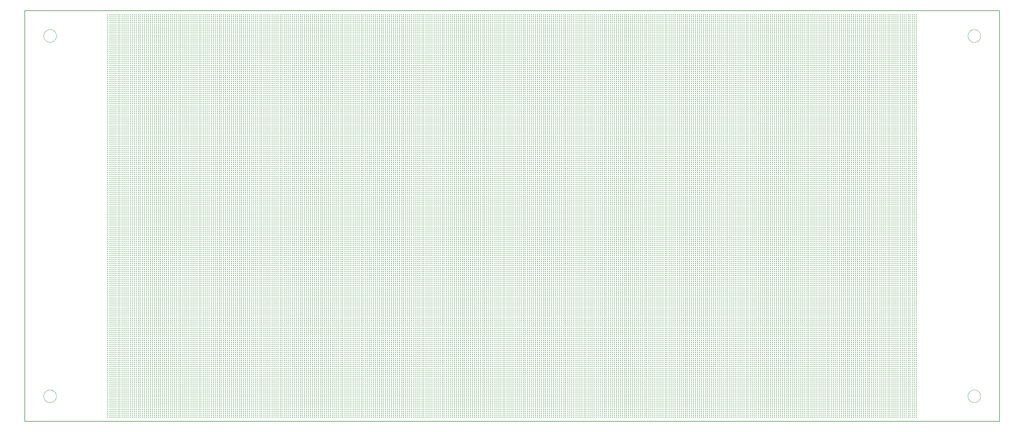
<source format=gtp>
G75*
%MOIN*%
%OFA0B0*%
%FSLAX25Y25*%
%IPPOS*%
%LPD*%
%AMOC8*
5,1,8,0,0,1.08239X$1,22.5*
%
%ADD10C,0.00600*%
%ADD11R,0.00984X0.01378*%
%ADD12C,0.00000*%
D10*
X0001300Y0001300D02*
X0001300Y0488900D01*
X1156100Y0488900D01*
X1156100Y0001300D01*
X0001300Y0001300D01*
D11*
X0099820Y0006300D03*
X0099820Y0008700D03*
X0099820Y0011100D03*
X0099820Y0013500D03*
X0099820Y0015900D03*
X0099820Y0018300D03*
X0099820Y0020700D03*
X0099820Y0023100D03*
X0099820Y0025500D03*
X0099820Y0027900D03*
X0099820Y0030300D03*
X0099820Y0032700D03*
X0099820Y0035100D03*
X0099820Y0037500D03*
X0099820Y0039900D03*
X0099820Y0042300D03*
X0099820Y0044700D03*
X0099820Y0047100D03*
X0099820Y0049500D03*
X0099820Y0051900D03*
X0099820Y0054300D03*
X0099820Y0056700D03*
X0099820Y0059100D03*
X0099820Y0061500D03*
X0099820Y0063900D03*
X0099820Y0066300D03*
X0099820Y0068700D03*
X0099820Y0071100D03*
X0099820Y0073500D03*
X0099820Y0075900D03*
X0099820Y0078300D03*
X0099820Y0080700D03*
X0099820Y0083100D03*
X0099820Y0085500D03*
X0099820Y0087900D03*
X0099820Y0090300D03*
X0099820Y0092700D03*
X0099820Y0095100D03*
X0099820Y0097500D03*
X0099820Y0099900D03*
X0099820Y0102300D03*
X0099820Y0104700D03*
X0099820Y0107100D03*
X0099820Y0109500D03*
X0099820Y0111900D03*
X0099820Y0114300D03*
X0099820Y0116700D03*
X0099820Y0119100D03*
X0099820Y0121500D03*
X0099820Y0123900D03*
X0099820Y0126300D03*
X0099820Y0128700D03*
X0099820Y0131100D03*
X0099820Y0133500D03*
X0099820Y0135900D03*
X0099820Y0138300D03*
X0099820Y0140700D03*
X0099820Y0143100D03*
X0099820Y0145500D03*
X0099820Y0147900D03*
X0099820Y0150300D03*
X0099820Y0152700D03*
X0099820Y0155100D03*
X0099820Y0157500D03*
X0099820Y0159900D03*
X0099820Y0162300D03*
X0099820Y0164700D03*
X0099820Y0167100D03*
X0099820Y0169500D03*
X0099820Y0171900D03*
X0099820Y0174300D03*
X0099820Y0176700D03*
X0099820Y0179100D03*
X0099820Y0181500D03*
X0099820Y0183900D03*
X0099820Y0186300D03*
X0099820Y0188700D03*
X0099820Y0191100D03*
X0099820Y0193500D03*
X0099820Y0195900D03*
X0099820Y0198300D03*
X0099820Y0200700D03*
X0099820Y0203100D03*
X0099820Y0205500D03*
X0099820Y0207900D03*
X0099820Y0210300D03*
X0099820Y0212700D03*
X0099820Y0215100D03*
X0099820Y0217500D03*
X0099820Y0219900D03*
X0099820Y0222300D03*
X0099820Y0224700D03*
X0099820Y0227100D03*
X0099820Y0229500D03*
X0099820Y0231900D03*
X0099820Y0234300D03*
X0099820Y0236700D03*
X0099820Y0239100D03*
X0099820Y0241500D03*
X0099820Y0243900D03*
X0099820Y0246300D03*
X0099820Y0248700D03*
X0099820Y0251100D03*
X0099820Y0253500D03*
X0099820Y0255900D03*
X0099820Y0258300D03*
X0099820Y0260700D03*
X0099820Y0263100D03*
X0099820Y0265500D03*
X0099820Y0267900D03*
X0099820Y0270300D03*
X0099820Y0272700D03*
X0099820Y0275100D03*
X0099820Y0277500D03*
X0099820Y0279900D03*
X0099820Y0282300D03*
X0099820Y0284700D03*
X0099820Y0287100D03*
X0099820Y0289500D03*
X0099820Y0291900D03*
X0099820Y0294300D03*
X0099820Y0296700D03*
X0099820Y0299100D03*
X0099820Y0301500D03*
X0099820Y0303900D03*
X0099820Y0306300D03*
X0099820Y0308700D03*
X0099820Y0311100D03*
X0099820Y0313500D03*
X0099820Y0315900D03*
X0099820Y0318300D03*
X0099820Y0320700D03*
X0099820Y0323100D03*
X0099820Y0325500D03*
X0099820Y0327900D03*
X0099820Y0330300D03*
X0099820Y0332700D03*
X0099820Y0335100D03*
X0099820Y0337500D03*
X0099820Y0339900D03*
X0099820Y0342300D03*
X0099820Y0344700D03*
X0099820Y0347100D03*
X0099820Y0349500D03*
X0099820Y0351900D03*
X0099820Y0354300D03*
X0099820Y0356700D03*
X0099820Y0359100D03*
X0099820Y0361500D03*
X0099820Y0363900D03*
X0099820Y0366300D03*
X0099820Y0368700D03*
X0099820Y0371100D03*
X0099820Y0373500D03*
X0099820Y0375900D03*
X0099820Y0378300D03*
X0099820Y0380700D03*
X0099820Y0383100D03*
X0099820Y0385500D03*
X0099820Y0387900D03*
X0099820Y0390300D03*
X0099820Y0392700D03*
X0099820Y0395100D03*
X0099820Y0397500D03*
X0099820Y0399900D03*
X0099820Y0402300D03*
X0099820Y0404700D03*
X0099820Y0407100D03*
X0099820Y0409500D03*
X0099820Y0411900D03*
X0099820Y0414300D03*
X0099820Y0416700D03*
X0099820Y0419100D03*
X0099820Y0421500D03*
X0099820Y0423900D03*
X0099820Y0426300D03*
X0099820Y0428700D03*
X0099820Y0431100D03*
X0099820Y0433500D03*
X0099820Y0435900D03*
X0099820Y0438300D03*
X0099820Y0440700D03*
X0099820Y0443100D03*
X0099820Y0445500D03*
X0099820Y0447900D03*
X0099820Y0450300D03*
X0099820Y0452700D03*
X0099820Y0455100D03*
X0099820Y0457500D03*
X0099820Y0459900D03*
X0099820Y0462300D03*
X0099820Y0464700D03*
X0099820Y0467100D03*
X0099820Y0469500D03*
X0099820Y0471900D03*
X0099820Y0474300D03*
X0099820Y0476700D03*
X0099820Y0479100D03*
X0099820Y0481500D03*
X0099820Y0483900D03*
X0102380Y0483900D03*
X0104620Y0483900D03*
X0104620Y0481500D03*
X0102380Y0481500D03*
X0102380Y0479100D03*
X0104620Y0479100D03*
X0104620Y0476700D03*
X0102380Y0476700D03*
X0102380Y0474300D03*
X0104620Y0474300D03*
X0104620Y0471900D03*
X0102380Y0471900D03*
X0102380Y0469500D03*
X0104620Y0469500D03*
X0104620Y0467100D03*
X0102380Y0467100D03*
X0102380Y0464700D03*
X0104620Y0464700D03*
X0104620Y0462300D03*
X0102380Y0462300D03*
X0102380Y0459900D03*
X0104620Y0459900D03*
X0104620Y0457500D03*
X0102380Y0457500D03*
X0102380Y0455100D03*
X0104620Y0455100D03*
X0104620Y0452700D03*
X0102380Y0452700D03*
X0102380Y0450300D03*
X0104620Y0450300D03*
X0104620Y0447900D03*
X0102380Y0447900D03*
X0102380Y0445500D03*
X0104620Y0445500D03*
X0104620Y0443100D03*
X0102380Y0443100D03*
X0102380Y0440700D03*
X0104620Y0440700D03*
X0104620Y0438300D03*
X0102380Y0438300D03*
X0102380Y0435900D03*
X0104620Y0435900D03*
X0104620Y0433500D03*
X0102380Y0433500D03*
X0102380Y0431100D03*
X0104620Y0431100D03*
X0104620Y0428700D03*
X0102380Y0428700D03*
X0102380Y0426300D03*
X0104620Y0426300D03*
X0104620Y0423900D03*
X0102380Y0423900D03*
X0102380Y0421500D03*
X0104620Y0421500D03*
X0104620Y0419100D03*
X0102380Y0419100D03*
X0102380Y0416700D03*
X0104620Y0416700D03*
X0104620Y0414300D03*
X0102380Y0414300D03*
X0102380Y0411900D03*
X0104620Y0411900D03*
X0104620Y0409500D03*
X0102380Y0409500D03*
X0102380Y0407100D03*
X0104620Y0407100D03*
X0104620Y0404700D03*
X0102380Y0404700D03*
X0102380Y0402300D03*
X0104620Y0402300D03*
X0104620Y0399900D03*
X0102380Y0399900D03*
X0102380Y0397500D03*
X0104620Y0397500D03*
X0104620Y0395100D03*
X0102380Y0395100D03*
X0102380Y0392700D03*
X0104620Y0392700D03*
X0104620Y0390300D03*
X0102380Y0390300D03*
X0102380Y0387900D03*
X0104620Y0387900D03*
X0104620Y0385500D03*
X0102380Y0385500D03*
X0102380Y0383100D03*
X0104620Y0383100D03*
X0104620Y0380700D03*
X0102380Y0380700D03*
X0102380Y0378300D03*
X0104620Y0378300D03*
X0104620Y0375900D03*
X0102380Y0375900D03*
X0102380Y0373500D03*
X0104620Y0373500D03*
X0104620Y0371100D03*
X0102380Y0371100D03*
X0102380Y0368700D03*
X0104620Y0368700D03*
X0104620Y0366300D03*
X0102380Y0366300D03*
X0102380Y0363900D03*
X0104620Y0363900D03*
X0104620Y0361500D03*
X0102380Y0361500D03*
X0102380Y0359100D03*
X0104620Y0359100D03*
X0104620Y0356700D03*
X0102380Y0356700D03*
X0102380Y0354300D03*
X0104620Y0354300D03*
X0104620Y0351900D03*
X0102380Y0351900D03*
X0102380Y0349500D03*
X0104620Y0349500D03*
X0104620Y0347100D03*
X0102380Y0347100D03*
X0102380Y0344700D03*
X0104620Y0344700D03*
X0104620Y0342300D03*
X0102380Y0342300D03*
X0102380Y0339900D03*
X0104620Y0339900D03*
X0104620Y0337500D03*
X0102380Y0337500D03*
X0102380Y0335100D03*
X0104620Y0335100D03*
X0104620Y0332700D03*
X0102380Y0332700D03*
X0102380Y0330300D03*
X0104620Y0330300D03*
X0104620Y0327900D03*
X0102380Y0327900D03*
X0102380Y0325500D03*
X0104620Y0325500D03*
X0104620Y0323100D03*
X0102380Y0323100D03*
X0102380Y0320700D03*
X0104620Y0320700D03*
X0104620Y0318300D03*
X0102380Y0318300D03*
X0102380Y0315900D03*
X0104620Y0315900D03*
X0104620Y0313500D03*
X0102380Y0313500D03*
X0102380Y0311100D03*
X0104620Y0311100D03*
X0104620Y0308700D03*
X0102380Y0308700D03*
X0102380Y0306300D03*
X0104620Y0306300D03*
X0104620Y0303900D03*
X0102380Y0303900D03*
X0102380Y0301500D03*
X0104620Y0301500D03*
X0104620Y0299100D03*
X0102380Y0299100D03*
X0102380Y0296700D03*
X0104620Y0296700D03*
X0104620Y0294300D03*
X0102380Y0294300D03*
X0102380Y0291900D03*
X0104620Y0291900D03*
X0104620Y0289500D03*
X0102380Y0289500D03*
X0102380Y0287100D03*
X0104620Y0287100D03*
X0104620Y0284700D03*
X0102380Y0284700D03*
X0102380Y0282300D03*
X0104620Y0282300D03*
X0104620Y0279900D03*
X0102380Y0279900D03*
X0102380Y0277500D03*
X0104620Y0277500D03*
X0104620Y0275100D03*
X0102380Y0275100D03*
X0102380Y0272700D03*
X0104620Y0272700D03*
X0104620Y0270300D03*
X0102380Y0270300D03*
X0102380Y0267900D03*
X0104620Y0267900D03*
X0104620Y0265500D03*
X0102380Y0265500D03*
X0102380Y0263100D03*
X0104620Y0263100D03*
X0104620Y0260700D03*
X0102380Y0260700D03*
X0102380Y0258300D03*
X0104620Y0258300D03*
X0104620Y0255900D03*
X0102380Y0255900D03*
X0102380Y0253500D03*
X0104620Y0253500D03*
X0104620Y0251100D03*
X0102380Y0251100D03*
X0102380Y0248700D03*
X0104620Y0248700D03*
X0104620Y0246300D03*
X0102380Y0246300D03*
X0102380Y0243900D03*
X0104620Y0243900D03*
X0104620Y0241500D03*
X0102380Y0241500D03*
X0102380Y0239100D03*
X0104620Y0239100D03*
X0104620Y0236700D03*
X0102380Y0236700D03*
X0102380Y0234300D03*
X0104620Y0234300D03*
X0104620Y0231900D03*
X0102380Y0231900D03*
X0102380Y0229500D03*
X0104620Y0229500D03*
X0104620Y0227100D03*
X0102380Y0227100D03*
X0102380Y0224700D03*
X0104620Y0224700D03*
X0104620Y0222300D03*
X0102380Y0222300D03*
X0102380Y0219900D03*
X0104620Y0219900D03*
X0104620Y0217500D03*
X0102380Y0217500D03*
X0102380Y0215100D03*
X0104620Y0215100D03*
X0104620Y0212700D03*
X0102380Y0212700D03*
X0102380Y0210300D03*
X0104620Y0210300D03*
X0104620Y0207900D03*
X0102380Y0207900D03*
X0102380Y0205500D03*
X0104620Y0205500D03*
X0104620Y0203100D03*
X0102380Y0203100D03*
X0102380Y0200700D03*
X0104620Y0200700D03*
X0104620Y0198300D03*
X0102380Y0198300D03*
X0102380Y0195900D03*
X0104620Y0195900D03*
X0104620Y0193500D03*
X0102380Y0193500D03*
X0102380Y0191100D03*
X0104620Y0191100D03*
X0104620Y0188700D03*
X0102380Y0188700D03*
X0102380Y0186300D03*
X0104620Y0186300D03*
X0104620Y0183900D03*
X0102380Y0183900D03*
X0102380Y0181500D03*
X0104620Y0181500D03*
X0104620Y0179100D03*
X0102380Y0179100D03*
X0102380Y0176700D03*
X0104620Y0176700D03*
X0104620Y0174300D03*
X0102380Y0174300D03*
X0102380Y0171900D03*
X0104620Y0171900D03*
X0104620Y0169500D03*
X0102380Y0169500D03*
X0102380Y0167100D03*
X0104620Y0167100D03*
X0104620Y0164700D03*
X0102380Y0164700D03*
X0102380Y0162300D03*
X0104620Y0162300D03*
X0104620Y0159900D03*
X0102380Y0159900D03*
X0102380Y0157500D03*
X0104620Y0157500D03*
X0104620Y0155100D03*
X0102380Y0155100D03*
X0102380Y0152700D03*
X0104620Y0152700D03*
X0104620Y0150300D03*
X0102380Y0150300D03*
X0102380Y0147900D03*
X0104620Y0147900D03*
X0104620Y0145500D03*
X0102380Y0145500D03*
X0102380Y0143100D03*
X0104620Y0143100D03*
X0104620Y0140700D03*
X0102380Y0140700D03*
X0102380Y0138300D03*
X0104620Y0138300D03*
X0104620Y0135900D03*
X0102380Y0135900D03*
X0102380Y0133500D03*
X0104620Y0133500D03*
X0104620Y0131100D03*
X0102380Y0131100D03*
X0102380Y0128700D03*
X0104620Y0128700D03*
X0104620Y0126300D03*
X0102380Y0126300D03*
X0102380Y0123900D03*
X0104620Y0123900D03*
X0104620Y0121500D03*
X0102380Y0121500D03*
X0102380Y0119100D03*
X0104620Y0119100D03*
X0104620Y0116700D03*
X0102380Y0116700D03*
X0102380Y0114300D03*
X0104620Y0114300D03*
X0104620Y0111900D03*
X0102380Y0111900D03*
X0102380Y0109500D03*
X0104620Y0109500D03*
X0104620Y0107100D03*
X0102380Y0107100D03*
X0102380Y0104700D03*
X0104620Y0104700D03*
X0104620Y0102300D03*
X0102380Y0102300D03*
X0102380Y0099900D03*
X0104620Y0099900D03*
X0104620Y0097500D03*
X0102380Y0097500D03*
X0102380Y0095100D03*
X0104620Y0095100D03*
X0104620Y0092700D03*
X0102380Y0092700D03*
X0102380Y0090300D03*
X0104620Y0090300D03*
X0104620Y0087900D03*
X0102380Y0087900D03*
X0102380Y0085500D03*
X0104620Y0085500D03*
X0104620Y0083100D03*
X0102380Y0083100D03*
X0102380Y0080700D03*
X0104620Y0080700D03*
X0104620Y0078300D03*
X0102380Y0078300D03*
X0102380Y0075900D03*
X0104620Y0075900D03*
X0104620Y0073500D03*
X0102380Y0073500D03*
X0102380Y0071100D03*
X0104620Y0071100D03*
X0104620Y0068700D03*
X0102380Y0068700D03*
X0102380Y0066300D03*
X0104620Y0066300D03*
X0104620Y0063900D03*
X0102380Y0063900D03*
X0102380Y0061500D03*
X0104620Y0061500D03*
X0104620Y0059100D03*
X0102380Y0059100D03*
X0102380Y0056700D03*
X0104620Y0056700D03*
X0104620Y0054300D03*
X0102380Y0054300D03*
X0102380Y0051900D03*
X0104620Y0051900D03*
X0104620Y0049500D03*
X0102380Y0049500D03*
X0102380Y0047100D03*
X0104620Y0047100D03*
X0104620Y0044700D03*
X0102380Y0044700D03*
X0102380Y0042300D03*
X0104620Y0042300D03*
X0104620Y0039900D03*
X0102380Y0039900D03*
X0102380Y0037500D03*
X0104620Y0037500D03*
X0104620Y0035100D03*
X0102380Y0035100D03*
X0102380Y0032700D03*
X0104620Y0032700D03*
X0104620Y0030300D03*
X0102380Y0030300D03*
X0102380Y0027900D03*
X0104620Y0027900D03*
X0104620Y0025500D03*
X0102380Y0025500D03*
X0102380Y0023100D03*
X0104620Y0023100D03*
X0104620Y0020700D03*
X0102380Y0020700D03*
X0102380Y0018300D03*
X0104620Y0018300D03*
X0104620Y0015900D03*
X0102380Y0015900D03*
X0102380Y0013500D03*
X0104620Y0013500D03*
X0104620Y0011100D03*
X0102380Y0011100D03*
X0102380Y0008700D03*
X0104620Y0008700D03*
X0104620Y0006300D03*
X0102380Y0006300D03*
X0107180Y0006300D03*
X0109420Y0006300D03*
X0109420Y0008700D03*
X0107180Y0008700D03*
X0107180Y0011100D03*
X0109420Y0011100D03*
X0109420Y0013500D03*
X0107180Y0013500D03*
X0107180Y0015900D03*
X0109420Y0015900D03*
X0109420Y0018300D03*
X0107180Y0018300D03*
X0107180Y0020700D03*
X0109420Y0020700D03*
X0109420Y0023100D03*
X0107180Y0023100D03*
X0107180Y0025500D03*
X0109420Y0025500D03*
X0109420Y0027900D03*
X0107180Y0027900D03*
X0107180Y0030300D03*
X0109420Y0030300D03*
X0109420Y0032700D03*
X0107180Y0032700D03*
X0107180Y0035100D03*
X0109420Y0035100D03*
X0109420Y0037500D03*
X0107180Y0037500D03*
X0107180Y0039900D03*
X0109420Y0039900D03*
X0109420Y0042300D03*
X0107180Y0042300D03*
X0107180Y0044700D03*
X0109420Y0044700D03*
X0109420Y0047100D03*
X0107180Y0047100D03*
X0107180Y0049500D03*
X0109420Y0049500D03*
X0109420Y0051900D03*
X0107180Y0051900D03*
X0107180Y0054300D03*
X0109420Y0054300D03*
X0109420Y0056700D03*
X0107180Y0056700D03*
X0107180Y0059100D03*
X0109420Y0059100D03*
X0109420Y0061500D03*
X0107180Y0061500D03*
X0107180Y0063900D03*
X0109420Y0063900D03*
X0109420Y0066300D03*
X0107180Y0066300D03*
X0107180Y0068700D03*
X0109420Y0068700D03*
X0109420Y0071100D03*
X0107180Y0071100D03*
X0107180Y0073500D03*
X0109420Y0073500D03*
X0109420Y0075900D03*
X0107180Y0075900D03*
X0107180Y0078300D03*
X0109420Y0078300D03*
X0109420Y0080700D03*
X0107180Y0080700D03*
X0107180Y0083100D03*
X0109420Y0083100D03*
X0109420Y0085500D03*
X0107180Y0085500D03*
X0107180Y0087900D03*
X0109420Y0087900D03*
X0109420Y0090300D03*
X0107180Y0090300D03*
X0107180Y0092700D03*
X0109420Y0092700D03*
X0109420Y0095100D03*
X0107180Y0095100D03*
X0107180Y0097500D03*
X0109420Y0097500D03*
X0109420Y0099900D03*
X0107180Y0099900D03*
X0107180Y0102300D03*
X0109420Y0102300D03*
X0109420Y0104700D03*
X0107180Y0104700D03*
X0107180Y0107100D03*
X0109420Y0107100D03*
X0109420Y0109500D03*
X0107180Y0109500D03*
X0107180Y0111900D03*
X0109420Y0111900D03*
X0109420Y0114300D03*
X0107180Y0114300D03*
X0107180Y0116700D03*
X0109420Y0116700D03*
X0109420Y0119100D03*
X0107180Y0119100D03*
X0107180Y0121500D03*
X0109420Y0121500D03*
X0109420Y0123900D03*
X0107180Y0123900D03*
X0107180Y0126300D03*
X0109420Y0126300D03*
X0109420Y0128700D03*
X0107180Y0128700D03*
X0107180Y0131100D03*
X0109420Y0131100D03*
X0109420Y0133500D03*
X0107180Y0133500D03*
X0107180Y0135900D03*
X0109420Y0135900D03*
X0109420Y0138300D03*
X0107180Y0138300D03*
X0107180Y0140700D03*
X0109420Y0140700D03*
X0109420Y0143100D03*
X0107180Y0143100D03*
X0107180Y0145500D03*
X0109420Y0145500D03*
X0109420Y0147900D03*
X0107180Y0147900D03*
X0107180Y0150300D03*
X0109420Y0150300D03*
X0109420Y0152700D03*
X0107180Y0152700D03*
X0107180Y0155100D03*
X0109420Y0155100D03*
X0109420Y0157500D03*
X0107180Y0157500D03*
X0107180Y0159900D03*
X0109420Y0159900D03*
X0109420Y0162300D03*
X0107180Y0162300D03*
X0107180Y0164700D03*
X0109420Y0164700D03*
X0109420Y0167100D03*
X0107180Y0167100D03*
X0107180Y0169500D03*
X0109420Y0169500D03*
X0109420Y0171900D03*
X0107180Y0171900D03*
X0107180Y0174300D03*
X0109420Y0174300D03*
X0109420Y0176700D03*
X0107180Y0176700D03*
X0107180Y0179100D03*
X0109420Y0179100D03*
X0109420Y0181500D03*
X0107180Y0181500D03*
X0107180Y0183900D03*
X0109420Y0183900D03*
X0109420Y0186300D03*
X0107180Y0186300D03*
X0107180Y0188700D03*
X0109420Y0188700D03*
X0109420Y0191100D03*
X0107180Y0191100D03*
X0107180Y0193500D03*
X0109420Y0193500D03*
X0109420Y0195900D03*
X0107180Y0195900D03*
X0107180Y0198300D03*
X0109420Y0198300D03*
X0109420Y0200700D03*
X0107180Y0200700D03*
X0107180Y0203100D03*
X0109420Y0203100D03*
X0109420Y0205500D03*
X0107180Y0205500D03*
X0107180Y0207900D03*
X0109420Y0207900D03*
X0109420Y0210300D03*
X0107180Y0210300D03*
X0107180Y0212700D03*
X0109420Y0212700D03*
X0109420Y0215100D03*
X0107180Y0215100D03*
X0107180Y0217500D03*
X0109420Y0217500D03*
X0109420Y0219900D03*
X0107180Y0219900D03*
X0107180Y0222300D03*
X0109420Y0222300D03*
X0109420Y0224700D03*
X0107180Y0224700D03*
X0107180Y0227100D03*
X0109420Y0227100D03*
X0109420Y0229500D03*
X0107180Y0229500D03*
X0107180Y0231900D03*
X0109420Y0231900D03*
X0109420Y0234300D03*
X0107180Y0234300D03*
X0107180Y0236700D03*
X0109420Y0236700D03*
X0109420Y0239100D03*
X0107180Y0239100D03*
X0107180Y0241500D03*
X0109420Y0241500D03*
X0109420Y0243900D03*
X0107180Y0243900D03*
X0107180Y0246300D03*
X0109420Y0246300D03*
X0109420Y0248700D03*
X0107180Y0248700D03*
X0107180Y0251100D03*
X0109420Y0251100D03*
X0109420Y0253500D03*
X0107180Y0253500D03*
X0107180Y0255900D03*
X0109420Y0255900D03*
X0109420Y0258300D03*
X0107180Y0258300D03*
X0107180Y0260700D03*
X0109420Y0260700D03*
X0109420Y0263100D03*
X0107180Y0263100D03*
X0107180Y0265500D03*
X0109420Y0265500D03*
X0109420Y0267900D03*
X0107180Y0267900D03*
X0107180Y0270300D03*
X0109420Y0270300D03*
X0109420Y0272700D03*
X0107180Y0272700D03*
X0107180Y0275100D03*
X0109420Y0275100D03*
X0109420Y0277500D03*
X0107180Y0277500D03*
X0107180Y0279900D03*
X0109420Y0279900D03*
X0109420Y0282300D03*
X0107180Y0282300D03*
X0107180Y0284700D03*
X0109420Y0284700D03*
X0109420Y0287100D03*
X0107180Y0287100D03*
X0107180Y0289500D03*
X0109420Y0289500D03*
X0109420Y0291900D03*
X0107180Y0291900D03*
X0107180Y0294300D03*
X0109420Y0294300D03*
X0109420Y0296700D03*
X0107180Y0296700D03*
X0107180Y0299100D03*
X0109420Y0299100D03*
X0109420Y0301500D03*
X0107180Y0301500D03*
X0107180Y0303900D03*
X0109420Y0303900D03*
X0109420Y0306300D03*
X0107180Y0306300D03*
X0107180Y0308700D03*
X0109420Y0308700D03*
X0109420Y0311100D03*
X0107180Y0311100D03*
X0107180Y0313500D03*
X0109420Y0313500D03*
X0109420Y0315900D03*
X0107180Y0315900D03*
X0107180Y0318300D03*
X0109420Y0318300D03*
X0109420Y0320700D03*
X0107180Y0320700D03*
X0107180Y0323100D03*
X0109420Y0323100D03*
X0109420Y0325500D03*
X0107180Y0325500D03*
X0107180Y0327900D03*
X0109420Y0327900D03*
X0109420Y0330300D03*
X0107180Y0330300D03*
X0107180Y0332700D03*
X0109420Y0332700D03*
X0109420Y0335100D03*
X0107180Y0335100D03*
X0107180Y0337500D03*
X0109420Y0337500D03*
X0109420Y0339900D03*
X0107180Y0339900D03*
X0107180Y0342300D03*
X0109420Y0342300D03*
X0109420Y0344700D03*
X0107180Y0344700D03*
X0107180Y0347100D03*
X0109420Y0347100D03*
X0109420Y0349500D03*
X0107180Y0349500D03*
X0107180Y0351900D03*
X0109420Y0351900D03*
X0109420Y0354300D03*
X0107180Y0354300D03*
X0107180Y0356700D03*
X0109420Y0356700D03*
X0109420Y0359100D03*
X0107180Y0359100D03*
X0107180Y0361500D03*
X0109420Y0361500D03*
X0109420Y0363900D03*
X0107180Y0363900D03*
X0107180Y0366300D03*
X0109420Y0366300D03*
X0109420Y0368700D03*
X0107180Y0368700D03*
X0107180Y0371100D03*
X0109420Y0371100D03*
X0109420Y0373500D03*
X0107180Y0373500D03*
X0107180Y0375900D03*
X0109420Y0375900D03*
X0109420Y0378300D03*
X0107180Y0378300D03*
X0107180Y0380700D03*
X0109420Y0380700D03*
X0109420Y0383100D03*
X0107180Y0383100D03*
X0107180Y0385500D03*
X0109420Y0385500D03*
X0109420Y0387900D03*
X0107180Y0387900D03*
X0107180Y0390300D03*
X0109420Y0390300D03*
X0109420Y0392700D03*
X0107180Y0392700D03*
X0107180Y0395100D03*
X0109420Y0395100D03*
X0109420Y0397500D03*
X0107180Y0397500D03*
X0107180Y0399900D03*
X0109420Y0399900D03*
X0109420Y0402300D03*
X0107180Y0402300D03*
X0107180Y0404700D03*
X0109420Y0404700D03*
X0109420Y0407100D03*
X0107180Y0407100D03*
X0107180Y0409500D03*
X0109420Y0409500D03*
X0109420Y0411900D03*
X0107180Y0411900D03*
X0107180Y0414300D03*
X0109420Y0414300D03*
X0109420Y0416700D03*
X0107180Y0416700D03*
X0107180Y0419100D03*
X0109420Y0419100D03*
X0109420Y0421500D03*
X0107180Y0421500D03*
X0107180Y0423900D03*
X0109420Y0423900D03*
X0109420Y0426300D03*
X0107180Y0426300D03*
X0107180Y0428700D03*
X0109420Y0428700D03*
X0109420Y0431100D03*
X0107180Y0431100D03*
X0107180Y0433500D03*
X0109420Y0433500D03*
X0109420Y0435900D03*
X0107180Y0435900D03*
X0107180Y0438300D03*
X0109420Y0438300D03*
X0109420Y0440700D03*
X0107180Y0440700D03*
X0107180Y0443100D03*
X0109420Y0443100D03*
X0109420Y0445500D03*
X0107180Y0445500D03*
X0107180Y0447900D03*
X0109420Y0447900D03*
X0109420Y0450300D03*
X0107180Y0450300D03*
X0107180Y0452700D03*
X0109420Y0452700D03*
X0109420Y0455100D03*
X0107180Y0455100D03*
X0107180Y0457500D03*
X0109420Y0457500D03*
X0109420Y0459900D03*
X0107180Y0459900D03*
X0107180Y0462300D03*
X0109420Y0462300D03*
X0109420Y0464700D03*
X0107180Y0464700D03*
X0107180Y0467100D03*
X0109420Y0467100D03*
X0109420Y0469500D03*
X0107180Y0469500D03*
X0107180Y0471900D03*
X0109420Y0471900D03*
X0109420Y0474300D03*
X0107180Y0474300D03*
X0107180Y0476700D03*
X0109420Y0476700D03*
X0109420Y0479100D03*
X0107180Y0479100D03*
X0107180Y0481500D03*
X0109420Y0481500D03*
X0109420Y0483900D03*
X0107180Y0483900D03*
X0111980Y0483900D03*
X0114220Y0483900D03*
X0114220Y0481500D03*
X0111980Y0481500D03*
X0111980Y0479100D03*
X0114220Y0479100D03*
X0114220Y0476700D03*
X0111980Y0476700D03*
X0111980Y0474300D03*
X0114220Y0474300D03*
X0114220Y0471900D03*
X0111980Y0471900D03*
X0111980Y0469500D03*
X0114220Y0469500D03*
X0114220Y0467100D03*
X0111980Y0467100D03*
X0111980Y0464700D03*
X0114220Y0464700D03*
X0114220Y0462300D03*
X0111980Y0462300D03*
X0111980Y0459900D03*
X0114220Y0459900D03*
X0114220Y0457500D03*
X0111980Y0457500D03*
X0111980Y0455100D03*
X0114220Y0455100D03*
X0114220Y0452700D03*
X0111980Y0452700D03*
X0111980Y0450300D03*
X0114220Y0450300D03*
X0114220Y0447900D03*
X0111980Y0447900D03*
X0111980Y0445500D03*
X0114220Y0445500D03*
X0114220Y0443100D03*
X0111980Y0443100D03*
X0111980Y0440700D03*
X0114220Y0440700D03*
X0114220Y0438300D03*
X0111980Y0438300D03*
X0111980Y0435900D03*
X0114220Y0435900D03*
X0114220Y0433500D03*
X0111980Y0433500D03*
X0111980Y0431100D03*
X0114220Y0431100D03*
X0114220Y0428700D03*
X0111980Y0428700D03*
X0111980Y0426300D03*
X0114220Y0426300D03*
X0114220Y0423900D03*
X0111980Y0423900D03*
X0111980Y0421500D03*
X0114220Y0421500D03*
X0114220Y0419100D03*
X0111980Y0419100D03*
X0111980Y0416700D03*
X0114220Y0416700D03*
X0114220Y0414300D03*
X0111980Y0414300D03*
X0111980Y0411900D03*
X0114220Y0411900D03*
X0114220Y0409500D03*
X0111980Y0409500D03*
X0111980Y0407100D03*
X0114220Y0407100D03*
X0114220Y0404700D03*
X0111980Y0404700D03*
X0111980Y0402300D03*
X0114220Y0402300D03*
X0114220Y0399900D03*
X0111980Y0399900D03*
X0111980Y0397500D03*
X0114220Y0397500D03*
X0114220Y0395100D03*
X0111980Y0395100D03*
X0111980Y0392700D03*
X0114220Y0392700D03*
X0114220Y0390300D03*
X0111980Y0390300D03*
X0111980Y0387900D03*
X0114220Y0387900D03*
X0114220Y0385500D03*
X0111980Y0385500D03*
X0111980Y0383100D03*
X0114220Y0383100D03*
X0114220Y0380700D03*
X0111980Y0380700D03*
X0111980Y0378300D03*
X0114220Y0378300D03*
X0114220Y0375900D03*
X0111980Y0375900D03*
X0111980Y0373500D03*
X0114220Y0373500D03*
X0114220Y0371100D03*
X0111980Y0371100D03*
X0111980Y0368700D03*
X0114220Y0368700D03*
X0114220Y0366300D03*
X0111980Y0366300D03*
X0111980Y0363900D03*
X0114220Y0363900D03*
X0114220Y0361500D03*
X0111980Y0361500D03*
X0111980Y0359100D03*
X0114220Y0359100D03*
X0114220Y0356700D03*
X0111980Y0356700D03*
X0111980Y0354300D03*
X0114220Y0354300D03*
X0114220Y0351900D03*
X0111980Y0351900D03*
X0111980Y0349500D03*
X0114220Y0349500D03*
X0114220Y0347100D03*
X0111980Y0347100D03*
X0111980Y0344700D03*
X0114220Y0344700D03*
X0114220Y0342300D03*
X0111980Y0342300D03*
X0111980Y0339900D03*
X0114220Y0339900D03*
X0114220Y0337500D03*
X0111980Y0337500D03*
X0111980Y0335100D03*
X0114220Y0335100D03*
X0114220Y0332700D03*
X0111980Y0332700D03*
X0111980Y0330300D03*
X0114220Y0330300D03*
X0114220Y0327900D03*
X0111980Y0327900D03*
X0111980Y0325500D03*
X0114220Y0325500D03*
X0114220Y0323100D03*
X0111980Y0323100D03*
X0111980Y0320700D03*
X0114220Y0320700D03*
X0114220Y0318300D03*
X0111980Y0318300D03*
X0111980Y0315900D03*
X0114220Y0315900D03*
X0114220Y0313500D03*
X0111980Y0313500D03*
X0111980Y0311100D03*
X0114220Y0311100D03*
X0114220Y0308700D03*
X0111980Y0308700D03*
X0111980Y0306300D03*
X0114220Y0306300D03*
X0114220Y0303900D03*
X0111980Y0303900D03*
X0111980Y0301500D03*
X0114220Y0301500D03*
X0114220Y0299100D03*
X0111980Y0299100D03*
X0111980Y0296700D03*
X0114220Y0296700D03*
X0114220Y0294300D03*
X0111980Y0294300D03*
X0111980Y0291900D03*
X0114220Y0291900D03*
X0114220Y0289500D03*
X0111980Y0289500D03*
X0111980Y0287100D03*
X0114220Y0287100D03*
X0114220Y0284700D03*
X0111980Y0284700D03*
X0111980Y0282300D03*
X0114220Y0282300D03*
X0114220Y0279900D03*
X0111980Y0279900D03*
X0111980Y0277500D03*
X0114220Y0277500D03*
X0114220Y0275100D03*
X0111980Y0275100D03*
X0111980Y0272700D03*
X0114220Y0272700D03*
X0114220Y0270300D03*
X0111980Y0270300D03*
X0111980Y0267900D03*
X0114220Y0267900D03*
X0114220Y0265500D03*
X0111980Y0265500D03*
X0111980Y0263100D03*
X0114220Y0263100D03*
X0114220Y0260700D03*
X0111980Y0260700D03*
X0111980Y0258300D03*
X0114220Y0258300D03*
X0114220Y0255900D03*
X0111980Y0255900D03*
X0111980Y0253500D03*
X0114220Y0253500D03*
X0114220Y0251100D03*
X0111980Y0251100D03*
X0111980Y0248700D03*
X0114220Y0248700D03*
X0114220Y0246300D03*
X0111980Y0246300D03*
X0111980Y0243900D03*
X0114220Y0243900D03*
X0114220Y0241500D03*
X0111980Y0241500D03*
X0111980Y0239100D03*
X0114220Y0239100D03*
X0114220Y0236700D03*
X0111980Y0236700D03*
X0111980Y0234300D03*
X0114220Y0234300D03*
X0114220Y0231900D03*
X0111980Y0231900D03*
X0111980Y0229500D03*
X0114220Y0229500D03*
X0114220Y0227100D03*
X0111980Y0227100D03*
X0111980Y0224700D03*
X0114220Y0224700D03*
X0114220Y0222300D03*
X0111980Y0222300D03*
X0111980Y0219900D03*
X0114220Y0219900D03*
X0114220Y0217500D03*
X0111980Y0217500D03*
X0111980Y0215100D03*
X0114220Y0215100D03*
X0114220Y0212700D03*
X0111980Y0212700D03*
X0111980Y0210300D03*
X0114220Y0210300D03*
X0114220Y0207900D03*
X0111980Y0207900D03*
X0111980Y0205500D03*
X0114220Y0205500D03*
X0114220Y0203100D03*
X0111980Y0203100D03*
X0111980Y0200700D03*
X0114220Y0200700D03*
X0114220Y0198300D03*
X0111980Y0198300D03*
X0111980Y0195900D03*
X0114220Y0195900D03*
X0114220Y0193500D03*
X0111980Y0193500D03*
X0111980Y0191100D03*
X0114220Y0191100D03*
X0114220Y0188700D03*
X0111980Y0188700D03*
X0111980Y0186300D03*
X0114220Y0186300D03*
X0114220Y0183900D03*
X0111980Y0183900D03*
X0111980Y0181500D03*
X0114220Y0181500D03*
X0114220Y0179100D03*
X0111980Y0179100D03*
X0111980Y0176700D03*
X0114220Y0176700D03*
X0114220Y0174300D03*
X0111980Y0174300D03*
X0111980Y0171900D03*
X0114220Y0171900D03*
X0114220Y0169500D03*
X0111980Y0169500D03*
X0111980Y0167100D03*
X0114220Y0167100D03*
X0114220Y0164700D03*
X0111980Y0164700D03*
X0111980Y0162300D03*
X0114220Y0162300D03*
X0114220Y0159900D03*
X0111980Y0159900D03*
X0111980Y0157500D03*
X0114220Y0157500D03*
X0114220Y0155100D03*
X0111980Y0155100D03*
X0111980Y0152700D03*
X0114220Y0152700D03*
X0114220Y0150300D03*
X0111980Y0150300D03*
X0111980Y0147900D03*
X0114220Y0147900D03*
X0114220Y0145500D03*
X0111980Y0145500D03*
X0111980Y0143100D03*
X0114220Y0143100D03*
X0114220Y0140700D03*
X0111980Y0140700D03*
X0111980Y0138300D03*
X0114220Y0138300D03*
X0114220Y0135900D03*
X0111980Y0135900D03*
X0111980Y0133500D03*
X0114220Y0133500D03*
X0114220Y0131100D03*
X0111980Y0131100D03*
X0111980Y0128700D03*
X0114220Y0128700D03*
X0114220Y0126300D03*
X0111980Y0126300D03*
X0111980Y0123900D03*
X0114220Y0123900D03*
X0114220Y0121500D03*
X0111980Y0121500D03*
X0111980Y0119100D03*
X0114220Y0119100D03*
X0114220Y0116700D03*
X0111980Y0116700D03*
X0111980Y0114300D03*
X0114220Y0114300D03*
X0114220Y0111900D03*
X0111980Y0111900D03*
X0111980Y0109500D03*
X0114220Y0109500D03*
X0114220Y0107100D03*
X0111980Y0107100D03*
X0111980Y0104700D03*
X0114220Y0104700D03*
X0114220Y0102300D03*
X0111980Y0102300D03*
X0111980Y0099900D03*
X0114220Y0099900D03*
X0114220Y0097500D03*
X0111980Y0097500D03*
X0111980Y0095100D03*
X0114220Y0095100D03*
X0114220Y0092700D03*
X0111980Y0092700D03*
X0111980Y0090300D03*
X0114220Y0090300D03*
X0114220Y0087900D03*
X0111980Y0087900D03*
X0111980Y0085500D03*
X0114220Y0085500D03*
X0114220Y0083100D03*
X0111980Y0083100D03*
X0111980Y0080700D03*
X0114220Y0080700D03*
X0114220Y0078300D03*
X0111980Y0078300D03*
X0111980Y0075900D03*
X0114220Y0075900D03*
X0114220Y0073500D03*
X0111980Y0073500D03*
X0111980Y0071100D03*
X0114220Y0071100D03*
X0114220Y0068700D03*
X0111980Y0068700D03*
X0111980Y0066300D03*
X0114220Y0066300D03*
X0114220Y0063900D03*
X0111980Y0063900D03*
X0111980Y0061500D03*
X0114220Y0061500D03*
X0114220Y0059100D03*
X0111980Y0059100D03*
X0111980Y0056700D03*
X0114220Y0056700D03*
X0114220Y0054300D03*
X0111980Y0054300D03*
X0111980Y0051900D03*
X0114220Y0051900D03*
X0114220Y0049500D03*
X0111980Y0049500D03*
X0111980Y0047100D03*
X0114220Y0047100D03*
X0114220Y0044700D03*
X0111980Y0044700D03*
X0111980Y0042300D03*
X0114220Y0042300D03*
X0114220Y0039900D03*
X0111980Y0039900D03*
X0111980Y0037500D03*
X0114220Y0037500D03*
X0114220Y0035100D03*
X0111980Y0035100D03*
X0111980Y0032700D03*
X0114220Y0032700D03*
X0114220Y0030300D03*
X0111980Y0030300D03*
X0111980Y0027900D03*
X0114220Y0027900D03*
X0114220Y0025500D03*
X0111980Y0025500D03*
X0111980Y0023100D03*
X0114220Y0023100D03*
X0114220Y0020700D03*
X0111980Y0020700D03*
X0111980Y0018300D03*
X0114220Y0018300D03*
X0114220Y0015900D03*
X0111980Y0015900D03*
X0111980Y0013500D03*
X0114220Y0013500D03*
X0114220Y0011100D03*
X0111980Y0011100D03*
X0111980Y0008700D03*
X0114220Y0008700D03*
X0114220Y0006300D03*
X0111980Y0006300D03*
X0116780Y0006300D03*
X0119020Y0006300D03*
X0119020Y0008700D03*
X0116780Y0008700D03*
X0116780Y0011100D03*
X0119020Y0011100D03*
X0119020Y0013500D03*
X0116780Y0013500D03*
X0116780Y0015900D03*
X0119020Y0015900D03*
X0119020Y0018300D03*
X0116780Y0018300D03*
X0116780Y0020700D03*
X0119020Y0020700D03*
X0119020Y0023100D03*
X0116780Y0023100D03*
X0116780Y0025500D03*
X0119020Y0025500D03*
X0119020Y0027900D03*
X0116780Y0027900D03*
X0116780Y0030300D03*
X0119020Y0030300D03*
X0119020Y0032700D03*
X0116780Y0032700D03*
X0116780Y0035100D03*
X0119020Y0035100D03*
X0119020Y0037500D03*
X0116780Y0037500D03*
X0116780Y0039900D03*
X0119020Y0039900D03*
X0119020Y0042300D03*
X0116780Y0042300D03*
X0116780Y0044700D03*
X0119020Y0044700D03*
X0119020Y0047100D03*
X0116780Y0047100D03*
X0116780Y0049500D03*
X0119020Y0049500D03*
X0119020Y0051900D03*
X0116780Y0051900D03*
X0116780Y0054300D03*
X0119020Y0054300D03*
X0119020Y0056700D03*
X0116780Y0056700D03*
X0116780Y0059100D03*
X0119020Y0059100D03*
X0119020Y0061500D03*
X0116780Y0061500D03*
X0116780Y0063900D03*
X0119020Y0063900D03*
X0119020Y0066300D03*
X0116780Y0066300D03*
X0116780Y0068700D03*
X0119020Y0068700D03*
X0119020Y0071100D03*
X0116780Y0071100D03*
X0116780Y0073500D03*
X0119020Y0073500D03*
X0119020Y0075900D03*
X0116780Y0075900D03*
X0116780Y0078300D03*
X0119020Y0078300D03*
X0119020Y0080700D03*
X0116780Y0080700D03*
X0116780Y0083100D03*
X0119020Y0083100D03*
X0119020Y0085500D03*
X0116780Y0085500D03*
X0116780Y0087900D03*
X0119020Y0087900D03*
X0119020Y0090300D03*
X0116780Y0090300D03*
X0116780Y0092700D03*
X0119020Y0092700D03*
X0119020Y0095100D03*
X0116780Y0095100D03*
X0116780Y0097500D03*
X0119020Y0097500D03*
X0119020Y0099900D03*
X0116780Y0099900D03*
X0116780Y0102300D03*
X0119020Y0102300D03*
X0119020Y0104700D03*
X0116780Y0104700D03*
X0116780Y0107100D03*
X0119020Y0107100D03*
X0119020Y0109500D03*
X0116780Y0109500D03*
X0116780Y0111900D03*
X0119020Y0111900D03*
X0119020Y0114300D03*
X0116780Y0114300D03*
X0116780Y0116700D03*
X0119020Y0116700D03*
X0119020Y0119100D03*
X0116780Y0119100D03*
X0116780Y0121500D03*
X0119020Y0121500D03*
X0119020Y0123900D03*
X0116780Y0123900D03*
X0116780Y0126300D03*
X0119020Y0126300D03*
X0119020Y0128700D03*
X0116780Y0128700D03*
X0116780Y0131100D03*
X0119020Y0131100D03*
X0119020Y0133500D03*
X0116780Y0133500D03*
X0116780Y0135900D03*
X0119020Y0135900D03*
X0119020Y0138300D03*
X0116780Y0138300D03*
X0116780Y0140700D03*
X0119020Y0140700D03*
X0119020Y0143100D03*
X0116780Y0143100D03*
X0116780Y0145500D03*
X0119020Y0145500D03*
X0119020Y0147900D03*
X0116780Y0147900D03*
X0116780Y0150300D03*
X0119020Y0150300D03*
X0119020Y0152700D03*
X0116780Y0152700D03*
X0116780Y0155100D03*
X0119020Y0155100D03*
X0119020Y0157500D03*
X0116780Y0157500D03*
X0116780Y0159900D03*
X0119020Y0159900D03*
X0119020Y0162300D03*
X0116780Y0162300D03*
X0116780Y0164700D03*
X0119020Y0164700D03*
X0119020Y0167100D03*
X0116780Y0167100D03*
X0116780Y0169500D03*
X0119020Y0169500D03*
X0119020Y0171900D03*
X0116780Y0171900D03*
X0116780Y0174300D03*
X0119020Y0174300D03*
X0119020Y0176700D03*
X0116780Y0176700D03*
X0116780Y0179100D03*
X0119020Y0179100D03*
X0119020Y0181500D03*
X0116780Y0181500D03*
X0116780Y0183900D03*
X0119020Y0183900D03*
X0119020Y0186300D03*
X0116780Y0186300D03*
X0116780Y0188700D03*
X0119020Y0188700D03*
X0119020Y0191100D03*
X0116780Y0191100D03*
X0116780Y0193500D03*
X0119020Y0193500D03*
X0119020Y0195900D03*
X0116780Y0195900D03*
X0116780Y0198300D03*
X0119020Y0198300D03*
X0119020Y0200700D03*
X0116780Y0200700D03*
X0116780Y0203100D03*
X0119020Y0203100D03*
X0119020Y0205500D03*
X0116780Y0205500D03*
X0116780Y0207900D03*
X0119020Y0207900D03*
X0119020Y0210300D03*
X0116780Y0210300D03*
X0116780Y0212700D03*
X0119020Y0212700D03*
X0119020Y0215100D03*
X0116780Y0215100D03*
X0116780Y0217500D03*
X0119020Y0217500D03*
X0119020Y0219900D03*
X0116780Y0219900D03*
X0116780Y0222300D03*
X0119020Y0222300D03*
X0119020Y0224700D03*
X0116780Y0224700D03*
X0116780Y0227100D03*
X0119020Y0227100D03*
X0119020Y0229500D03*
X0116780Y0229500D03*
X0116780Y0231900D03*
X0119020Y0231900D03*
X0119020Y0234300D03*
X0116780Y0234300D03*
X0116780Y0236700D03*
X0119020Y0236700D03*
X0119020Y0239100D03*
X0116780Y0239100D03*
X0116780Y0241500D03*
X0119020Y0241500D03*
X0119020Y0243900D03*
X0116780Y0243900D03*
X0116780Y0246300D03*
X0119020Y0246300D03*
X0119020Y0248700D03*
X0116780Y0248700D03*
X0116780Y0251100D03*
X0119020Y0251100D03*
X0119020Y0253500D03*
X0116780Y0253500D03*
X0116780Y0255900D03*
X0119020Y0255900D03*
X0119020Y0258300D03*
X0116780Y0258300D03*
X0116780Y0260700D03*
X0119020Y0260700D03*
X0119020Y0263100D03*
X0116780Y0263100D03*
X0116780Y0265500D03*
X0119020Y0265500D03*
X0119020Y0267900D03*
X0116780Y0267900D03*
X0116780Y0270300D03*
X0119020Y0270300D03*
X0119020Y0272700D03*
X0116780Y0272700D03*
X0116780Y0275100D03*
X0119020Y0275100D03*
X0119020Y0277500D03*
X0116780Y0277500D03*
X0116780Y0279900D03*
X0119020Y0279900D03*
X0119020Y0282300D03*
X0116780Y0282300D03*
X0116780Y0284700D03*
X0119020Y0284700D03*
X0119020Y0287100D03*
X0116780Y0287100D03*
X0116780Y0289500D03*
X0119020Y0289500D03*
X0119020Y0291900D03*
X0116780Y0291900D03*
X0116780Y0294300D03*
X0119020Y0294300D03*
X0119020Y0296700D03*
X0116780Y0296700D03*
X0116780Y0299100D03*
X0119020Y0299100D03*
X0119020Y0301500D03*
X0116780Y0301500D03*
X0116780Y0303900D03*
X0119020Y0303900D03*
X0119020Y0306300D03*
X0116780Y0306300D03*
X0116780Y0308700D03*
X0119020Y0308700D03*
X0119020Y0311100D03*
X0116780Y0311100D03*
X0116780Y0313500D03*
X0119020Y0313500D03*
X0119020Y0315900D03*
X0116780Y0315900D03*
X0116780Y0318300D03*
X0119020Y0318300D03*
X0119020Y0320700D03*
X0116780Y0320700D03*
X0116780Y0323100D03*
X0119020Y0323100D03*
X0119020Y0325500D03*
X0116780Y0325500D03*
X0116780Y0327900D03*
X0119020Y0327900D03*
X0119020Y0330300D03*
X0116780Y0330300D03*
X0116780Y0332700D03*
X0119020Y0332700D03*
X0119020Y0335100D03*
X0116780Y0335100D03*
X0116780Y0337500D03*
X0119020Y0337500D03*
X0119020Y0339900D03*
X0116780Y0339900D03*
X0116780Y0342300D03*
X0119020Y0342300D03*
X0119020Y0344700D03*
X0116780Y0344700D03*
X0116780Y0347100D03*
X0119020Y0347100D03*
X0119020Y0349500D03*
X0116780Y0349500D03*
X0116780Y0351900D03*
X0119020Y0351900D03*
X0119020Y0354300D03*
X0116780Y0354300D03*
X0116780Y0356700D03*
X0119020Y0356700D03*
X0119020Y0359100D03*
X0116780Y0359100D03*
X0116780Y0361500D03*
X0119020Y0361500D03*
X0119020Y0363900D03*
X0116780Y0363900D03*
X0116780Y0366300D03*
X0119020Y0366300D03*
X0119020Y0368700D03*
X0116780Y0368700D03*
X0116780Y0371100D03*
X0119020Y0371100D03*
X0119020Y0373500D03*
X0116780Y0373500D03*
X0116780Y0375900D03*
X0119020Y0375900D03*
X0119020Y0378300D03*
X0116780Y0378300D03*
X0116780Y0380700D03*
X0119020Y0380700D03*
X0119020Y0383100D03*
X0116780Y0383100D03*
X0116780Y0385500D03*
X0119020Y0385500D03*
X0119020Y0387900D03*
X0116780Y0387900D03*
X0116780Y0390300D03*
X0119020Y0390300D03*
X0119020Y0392700D03*
X0116780Y0392700D03*
X0116780Y0395100D03*
X0119020Y0395100D03*
X0119020Y0397500D03*
X0116780Y0397500D03*
X0116780Y0399900D03*
X0119020Y0399900D03*
X0119020Y0402300D03*
X0116780Y0402300D03*
X0116780Y0404700D03*
X0119020Y0404700D03*
X0119020Y0407100D03*
X0116780Y0407100D03*
X0116780Y0409500D03*
X0119020Y0409500D03*
X0119020Y0411900D03*
X0116780Y0411900D03*
X0116780Y0414300D03*
X0119020Y0414300D03*
X0119020Y0416700D03*
X0116780Y0416700D03*
X0116780Y0419100D03*
X0119020Y0419100D03*
X0119020Y0421500D03*
X0116780Y0421500D03*
X0116780Y0423900D03*
X0119020Y0423900D03*
X0119020Y0426300D03*
X0116780Y0426300D03*
X0116780Y0428700D03*
X0119020Y0428700D03*
X0119020Y0431100D03*
X0116780Y0431100D03*
X0116780Y0433500D03*
X0119020Y0433500D03*
X0119020Y0435900D03*
X0116780Y0435900D03*
X0116780Y0438300D03*
X0119020Y0438300D03*
X0119020Y0440700D03*
X0116780Y0440700D03*
X0116780Y0443100D03*
X0119020Y0443100D03*
X0119020Y0445500D03*
X0116780Y0445500D03*
X0116780Y0447900D03*
X0119020Y0447900D03*
X0119020Y0450300D03*
X0116780Y0450300D03*
X0116780Y0452700D03*
X0119020Y0452700D03*
X0119020Y0455100D03*
X0116780Y0455100D03*
X0116780Y0457500D03*
X0119020Y0457500D03*
X0119020Y0459900D03*
X0116780Y0459900D03*
X0116780Y0462300D03*
X0119020Y0462300D03*
X0119020Y0464700D03*
X0116780Y0464700D03*
X0116780Y0467100D03*
X0119020Y0467100D03*
X0119020Y0469500D03*
X0116780Y0469500D03*
X0116780Y0471900D03*
X0119020Y0471900D03*
X0119020Y0474300D03*
X0116780Y0474300D03*
X0116780Y0476700D03*
X0119020Y0476700D03*
X0119020Y0479100D03*
X0116780Y0479100D03*
X0116780Y0481500D03*
X0119020Y0481500D03*
X0119020Y0483900D03*
X0116780Y0483900D03*
X0121580Y0483900D03*
X0123820Y0483900D03*
X0123820Y0481500D03*
X0121580Y0481500D03*
X0121580Y0479100D03*
X0123820Y0479100D03*
X0123820Y0476700D03*
X0121580Y0476700D03*
X0121580Y0474300D03*
X0123820Y0474300D03*
X0123820Y0471900D03*
X0121580Y0471900D03*
X0121580Y0469500D03*
X0123820Y0469500D03*
X0123820Y0467100D03*
X0121580Y0467100D03*
X0121580Y0464700D03*
X0123820Y0464700D03*
X0123820Y0462300D03*
X0121580Y0462300D03*
X0121580Y0459900D03*
X0123820Y0459900D03*
X0123820Y0457500D03*
X0121580Y0457500D03*
X0121580Y0455100D03*
X0123820Y0455100D03*
X0123820Y0452700D03*
X0121580Y0452700D03*
X0121580Y0450300D03*
X0123820Y0450300D03*
X0123820Y0447900D03*
X0121580Y0447900D03*
X0121580Y0445500D03*
X0123820Y0445500D03*
X0123820Y0443100D03*
X0121580Y0443100D03*
X0121580Y0440700D03*
X0123820Y0440700D03*
X0123820Y0438300D03*
X0121580Y0438300D03*
X0121580Y0435900D03*
X0123820Y0435900D03*
X0123820Y0433500D03*
X0121580Y0433500D03*
X0121580Y0431100D03*
X0123820Y0431100D03*
X0123820Y0428700D03*
X0121580Y0428700D03*
X0121580Y0426300D03*
X0123820Y0426300D03*
X0123820Y0423900D03*
X0121580Y0423900D03*
X0121580Y0421500D03*
X0123820Y0421500D03*
X0123820Y0419100D03*
X0121580Y0419100D03*
X0121580Y0416700D03*
X0123820Y0416700D03*
X0123820Y0414300D03*
X0121580Y0414300D03*
X0121580Y0411900D03*
X0123820Y0411900D03*
X0123820Y0409500D03*
X0121580Y0409500D03*
X0121580Y0407100D03*
X0123820Y0407100D03*
X0123820Y0404700D03*
X0121580Y0404700D03*
X0121580Y0402300D03*
X0123820Y0402300D03*
X0123820Y0399900D03*
X0121580Y0399900D03*
X0121580Y0397500D03*
X0123820Y0397500D03*
X0123820Y0395100D03*
X0121580Y0395100D03*
X0121580Y0392700D03*
X0123820Y0392700D03*
X0123820Y0390300D03*
X0121580Y0390300D03*
X0121580Y0387900D03*
X0123820Y0387900D03*
X0123820Y0385500D03*
X0121580Y0385500D03*
X0121580Y0383100D03*
X0123820Y0383100D03*
X0123820Y0380700D03*
X0121580Y0380700D03*
X0121580Y0378300D03*
X0123820Y0378300D03*
X0123820Y0375900D03*
X0121580Y0375900D03*
X0121580Y0373500D03*
X0123820Y0373500D03*
X0123820Y0371100D03*
X0121580Y0371100D03*
X0121580Y0368700D03*
X0123820Y0368700D03*
X0123820Y0366300D03*
X0121580Y0366300D03*
X0121580Y0363900D03*
X0123820Y0363900D03*
X0123820Y0361500D03*
X0121580Y0361500D03*
X0121580Y0359100D03*
X0123820Y0359100D03*
X0123820Y0356700D03*
X0121580Y0356700D03*
X0121580Y0354300D03*
X0123820Y0354300D03*
X0123820Y0351900D03*
X0121580Y0351900D03*
X0121580Y0349500D03*
X0123820Y0349500D03*
X0123820Y0347100D03*
X0121580Y0347100D03*
X0121580Y0344700D03*
X0123820Y0344700D03*
X0123820Y0342300D03*
X0121580Y0342300D03*
X0121580Y0339900D03*
X0123820Y0339900D03*
X0123820Y0337500D03*
X0121580Y0337500D03*
X0121580Y0335100D03*
X0123820Y0335100D03*
X0123820Y0332700D03*
X0121580Y0332700D03*
X0121580Y0330300D03*
X0123820Y0330300D03*
X0123820Y0327900D03*
X0121580Y0327900D03*
X0121580Y0325500D03*
X0123820Y0325500D03*
X0123820Y0323100D03*
X0121580Y0323100D03*
X0121580Y0320700D03*
X0123820Y0320700D03*
X0123820Y0318300D03*
X0121580Y0318300D03*
X0121580Y0315900D03*
X0123820Y0315900D03*
X0123820Y0313500D03*
X0121580Y0313500D03*
X0121580Y0311100D03*
X0123820Y0311100D03*
X0123820Y0308700D03*
X0121580Y0308700D03*
X0121580Y0306300D03*
X0123820Y0306300D03*
X0123820Y0303900D03*
X0121580Y0303900D03*
X0121580Y0301500D03*
X0123820Y0301500D03*
X0123820Y0299100D03*
X0121580Y0299100D03*
X0121580Y0296700D03*
X0123820Y0296700D03*
X0123820Y0294300D03*
X0121580Y0294300D03*
X0121580Y0291900D03*
X0123820Y0291900D03*
X0123820Y0289500D03*
X0121580Y0289500D03*
X0121580Y0287100D03*
X0123820Y0287100D03*
X0123820Y0284700D03*
X0121580Y0284700D03*
X0121580Y0282300D03*
X0123820Y0282300D03*
X0123820Y0279900D03*
X0121580Y0279900D03*
X0121580Y0277500D03*
X0123820Y0277500D03*
X0123820Y0275100D03*
X0121580Y0275100D03*
X0121580Y0272700D03*
X0123820Y0272700D03*
X0123820Y0270300D03*
X0121580Y0270300D03*
X0121580Y0267900D03*
X0123820Y0267900D03*
X0123820Y0265500D03*
X0121580Y0265500D03*
X0121580Y0263100D03*
X0123820Y0263100D03*
X0123820Y0260700D03*
X0121580Y0260700D03*
X0121580Y0258300D03*
X0123820Y0258300D03*
X0123820Y0255900D03*
X0121580Y0255900D03*
X0121580Y0253500D03*
X0123820Y0253500D03*
X0123820Y0251100D03*
X0121580Y0251100D03*
X0121580Y0248700D03*
X0123820Y0248700D03*
X0123820Y0246300D03*
X0121580Y0246300D03*
X0121580Y0243900D03*
X0123820Y0243900D03*
X0123820Y0241500D03*
X0121580Y0241500D03*
X0121580Y0239100D03*
X0123820Y0239100D03*
X0123820Y0236700D03*
X0121580Y0236700D03*
X0121580Y0234300D03*
X0123820Y0234300D03*
X0123820Y0231900D03*
X0121580Y0231900D03*
X0121580Y0229500D03*
X0123820Y0229500D03*
X0123820Y0227100D03*
X0121580Y0227100D03*
X0121580Y0224700D03*
X0123820Y0224700D03*
X0123820Y0222300D03*
X0121580Y0222300D03*
X0121580Y0219900D03*
X0123820Y0219900D03*
X0123820Y0217500D03*
X0121580Y0217500D03*
X0121580Y0215100D03*
X0123820Y0215100D03*
X0123820Y0212700D03*
X0121580Y0212700D03*
X0121580Y0210300D03*
X0123820Y0210300D03*
X0123820Y0207900D03*
X0121580Y0207900D03*
X0121580Y0205500D03*
X0123820Y0205500D03*
X0123820Y0203100D03*
X0121580Y0203100D03*
X0121580Y0200700D03*
X0123820Y0200700D03*
X0123820Y0198300D03*
X0121580Y0198300D03*
X0121580Y0195900D03*
X0123820Y0195900D03*
X0123820Y0193500D03*
X0121580Y0193500D03*
X0121580Y0191100D03*
X0123820Y0191100D03*
X0123820Y0188700D03*
X0121580Y0188700D03*
X0121580Y0186300D03*
X0123820Y0186300D03*
X0123820Y0183900D03*
X0121580Y0183900D03*
X0121580Y0181500D03*
X0123820Y0181500D03*
X0123820Y0179100D03*
X0121580Y0179100D03*
X0121580Y0176700D03*
X0123820Y0176700D03*
X0123820Y0174300D03*
X0121580Y0174300D03*
X0121580Y0171900D03*
X0123820Y0171900D03*
X0123820Y0169500D03*
X0121580Y0169500D03*
X0121580Y0167100D03*
X0123820Y0167100D03*
X0123820Y0164700D03*
X0121580Y0164700D03*
X0121580Y0162300D03*
X0123820Y0162300D03*
X0123820Y0159900D03*
X0121580Y0159900D03*
X0121580Y0157500D03*
X0123820Y0157500D03*
X0123820Y0155100D03*
X0121580Y0155100D03*
X0121580Y0152700D03*
X0123820Y0152700D03*
X0123820Y0150300D03*
X0121580Y0150300D03*
X0121580Y0147900D03*
X0123820Y0147900D03*
X0123820Y0145500D03*
X0121580Y0145500D03*
X0121580Y0143100D03*
X0123820Y0143100D03*
X0123820Y0140700D03*
X0121580Y0140700D03*
X0121580Y0138300D03*
X0123820Y0138300D03*
X0123820Y0135900D03*
X0121580Y0135900D03*
X0121580Y0133500D03*
X0123820Y0133500D03*
X0123820Y0131100D03*
X0121580Y0131100D03*
X0121580Y0128700D03*
X0123820Y0128700D03*
X0123820Y0126300D03*
X0121580Y0126300D03*
X0121580Y0123900D03*
X0123820Y0123900D03*
X0123820Y0121500D03*
X0121580Y0121500D03*
X0121580Y0119100D03*
X0123820Y0119100D03*
X0123820Y0116700D03*
X0121580Y0116700D03*
X0121580Y0114300D03*
X0123820Y0114300D03*
X0123820Y0111900D03*
X0121580Y0111900D03*
X0121580Y0109500D03*
X0123820Y0109500D03*
X0123820Y0107100D03*
X0121580Y0107100D03*
X0121580Y0104700D03*
X0123820Y0104700D03*
X0123820Y0102300D03*
X0121580Y0102300D03*
X0121580Y0099900D03*
X0123820Y0099900D03*
X0123820Y0097500D03*
X0121580Y0097500D03*
X0121580Y0095100D03*
X0123820Y0095100D03*
X0123820Y0092700D03*
X0121580Y0092700D03*
X0121580Y0090300D03*
X0123820Y0090300D03*
X0123820Y0087900D03*
X0121580Y0087900D03*
X0121580Y0085500D03*
X0123820Y0085500D03*
X0123820Y0083100D03*
X0121580Y0083100D03*
X0121580Y0080700D03*
X0123820Y0080700D03*
X0123820Y0078300D03*
X0121580Y0078300D03*
X0121580Y0075900D03*
X0123820Y0075900D03*
X0123820Y0073500D03*
X0121580Y0073500D03*
X0121580Y0071100D03*
X0123820Y0071100D03*
X0123820Y0068700D03*
X0121580Y0068700D03*
X0121580Y0066300D03*
X0123820Y0066300D03*
X0123820Y0063900D03*
X0121580Y0063900D03*
X0121580Y0061500D03*
X0123820Y0061500D03*
X0123820Y0059100D03*
X0121580Y0059100D03*
X0121580Y0056700D03*
X0123820Y0056700D03*
X0123820Y0054300D03*
X0121580Y0054300D03*
X0121580Y0051900D03*
X0123820Y0051900D03*
X0123820Y0049500D03*
X0121580Y0049500D03*
X0121580Y0047100D03*
X0123820Y0047100D03*
X0123820Y0044700D03*
X0121580Y0044700D03*
X0121580Y0042300D03*
X0123820Y0042300D03*
X0123820Y0039900D03*
X0121580Y0039900D03*
X0121580Y0037500D03*
X0123820Y0037500D03*
X0123820Y0035100D03*
X0121580Y0035100D03*
X0121580Y0032700D03*
X0123820Y0032700D03*
X0123820Y0030300D03*
X0121580Y0030300D03*
X0121580Y0027900D03*
X0123820Y0027900D03*
X0123820Y0025500D03*
X0121580Y0025500D03*
X0121580Y0023100D03*
X0123820Y0023100D03*
X0123820Y0020700D03*
X0121580Y0020700D03*
X0121580Y0018300D03*
X0123820Y0018300D03*
X0123820Y0015900D03*
X0121580Y0015900D03*
X0121580Y0013500D03*
X0123820Y0013500D03*
X0123820Y0011100D03*
X0121580Y0011100D03*
X0121580Y0008700D03*
X0123820Y0008700D03*
X0123820Y0006300D03*
X0121580Y0006300D03*
X0126380Y0006300D03*
X0128620Y0006300D03*
X0128620Y0008700D03*
X0126380Y0008700D03*
X0126380Y0011100D03*
X0128620Y0011100D03*
X0128620Y0013500D03*
X0126380Y0013500D03*
X0126380Y0015900D03*
X0128620Y0015900D03*
X0128620Y0018300D03*
X0126380Y0018300D03*
X0126380Y0020700D03*
X0128620Y0020700D03*
X0128620Y0023100D03*
X0126380Y0023100D03*
X0126380Y0025500D03*
X0128620Y0025500D03*
X0128620Y0027900D03*
X0126380Y0027900D03*
X0126380Y0030300D03*
X0128620Y0030300D03*
X0128620Y0032700D03*
X0126380Y0032700D03*
X0126380Y0035100D03*
X0128620Y0035100D03*
X0128620Y0037500D03*
X0126380Y0037500D03*
X0126380Y0039900D03*
X0128620Y0039900D03*
X0128620Y0042300D03*
X0126380Y0042300D03*
X0126380Y0044700D03*
X0128620Y0044700D03*
X0128620Y0047100D03*
X0126380Y0047100D03*
X0126380Y0049500D03*
X0128620Y0049500D03*
X0128620Y0051900D03*
X0126380Y0051900D03*
X0126380Y0054300D03*
X0128620Y0054300D03*
X0128620Y0056700D03*
X0126380Y0056700D03*
X0126380Y0059100D03*
X0128620Y0059100D03*
X0128620Y0061500D03*
X0126380Y0061500D03*
X0126380Y0063900D03*
X0128620Y0063900D03*
X0128620Y0066300D03*
X0126380Y0066300D03*
X0126380Y0068700D03*
X0128620Y0068700D03*
X0128620Y0071100D03*
X0126380Y0071100D03*
X0126380Y0073500D03*
X0128620Y0073500D03*
X0128620Y0075900D03*
X0126380Y0075900D03*
X0126380Y0078300D03*
X0128620Y0078300D03*
X0128620Y0080700D03*
X0126380Y0080700D03*
X0126380Y0083100D03*
X0128620Y0083100D03*
X0128620Y0085500D03*
X0126380Y0085500D03*
X0126380Y0087900D03*
X0128620Y0087900D03*
X0128620Y0090300D03*
X0126380Y0090300D03*
X0126380Y0092700D03*
X0128620Y0092700D03*
X0128620Y0095100D03*
X0126380Y0095100D03*
X0126380Y0097500D03*
X0128620Y0097500D03*
X0128620Y0099900D03*
X0126380Y0099900D03*
X0126380Y0102300D03*
X0128620Y0102300D03*
X0128620Y0104700D03*
X0126380Y0104700D03*
X0126380Y0107100D03*
X0128620Y0107100D03*
X0128620Y0109500D03*
X0126380Y0109500D03*
X0126380Y0111900D03*
X0128620Y0111900D03*
X0128620Y0114300D03*
X0126380Y0114300D03*
X0126380Y0116700D03*
X0128620Y0116700D03*
X0128620Y0119100D03*
X0126380Y0119100D03*
X0126380Y0121500D03*
X0128620Y0121500D03*
X0128620Y0123900D03*
X0126380Y0123900D03*
X0126380Y0126300D03*
X0128620Y0126300D03*
X0128620Y0128700D03*
X0126380Y0128700D03*
X0126380Y0131100D03*
X0128620Y0131100D03*
X0128620Y0133500D03*
X0126380Y0133500D03*
X0126380Y0135900D03*
X0128620Y0135900D03*
X0128620Y0138300D03*
X0126380Y0138300D03*
X0126380Y0140700D03*
X0128620Y0140700D03*
X0128620Y0143100D03*
X0126380Y0143100D03*
X0126380Y0145500D03*
X0128620Y0145500D03*
X0128620Y0147900D03*
X0126380Y0147900D03*
X0126380Y0150300D03*
X0128620Y0150300D03*
X0128620Y0152700D03*
X0126380Y0152700D03*
X0126380Y0155100D03*
X0128620Y0155100D03*
X0128620Y0157500D03*
X0126380Y0157500D03*
X0126380Y0159900D03*
X0128620Y0159900D03*
X0128620Y0162300D03*
X0126380Y0162300D03*
X0126380Y0164700D03*
X0128620Y0164700D03*
X0128620Y0167100D03*
X0126380Y0167100D03*
X0126380Y0169500D03*
X0128620Y0169500D03*
X0128620Y0171900D03*
X0126380Y0171900D03*
X0126380Y0174300D03*
X0128620Y0174300D03*
X0128620Y0176700D03*
X0126380Y0176700D03*
X0126380Y0179100D03*
X0128620Y0179100D03*
X0128620Y0181500D03*
X0126380Y0181500D03*
X0126380Y0183900D03*
X0128620Y0183900D03*
X0128620Y0186300D03*
X0126380Y0186300D03*
X0126380Y0188700D03*
X0128620Y0188700D03*
X0128620Y0191100D03*
X0126380Y0191100D03*
X0126380Y0193500D03*
X0128620Y0193500D03*
X0128620Y0195900D03*
X0126380Y0195900D03*
X0126380Y0198300D03*
X0128620Y0198300D03*
X0128620Y0200700D03*
X0126380Y0200700D03*
X0126380Y0203100D03*
X0128620Y0203100D03*
X0128620Y0205500D03*
X0126380Y0205500D03*
X0126380Y0207900D03*
X0128620Y0207900D03*
X0128620Y0210300D03*
X0126380Y0210300D03*
X0126380Y0212700D03*
X0128620Y0212700D03*
X0128620Y0215100D03*
X0126380Y0215100D03*
X0126380Y0217500D03*
X0128620Y0217500D03*
X0128620Y0219900D03*
X0126380Y0219900D03*
X0126380Y0222300D03*
X0128620Y0222300D03*
X0128620Y0224700D03*
X0126380Y0224700D03*
X0126380Y0227100D03*
X0128620Y0227100D03*
X0128620Y0229500D03*
X0126380Y0229500D03*
X0126380Y0231900D03*
X0128620Y0231900D03*
X0128620Y0234300D03*
X0126380Y0234300D03*
X0126380Y0236700D03*
X0128620Y0236700D03*
X0128620Y0239100D03*
X0126380Y0239100D03*
X0126380Y0241500D03*
X0128620Y0241500D03*
X0128620Y0243900D03*
X0126380Y0243900D03*
X0126380Y0246300D03*
X0128620Y0246300D03*
X0128620Y0248700D03*
X0126380Y0248700D03*
X0126380Y0251100D03*
X0128620Y0251100D03*
X0128620Y0253500D03*
X0126380Y0253500D03*
X0126380Y0255900D03*
X0128620Y0255900D03*
X0128620Y0258300D03*
X0126380Y0258300D03*
X0126380Y0260700D03*
X0128620Y0260700D03*
X0128620Y0263100D03*
X0126380Y0263100D03*
X0126380Y0265500D03*
X0128620Y0265500D03*
X0128620Y0267900D03*
X0126380Y0267900D03*
X0126380Y0270300D03*
X0128620Y0270300D03*
X0128620Y0272700D03*
X0126380Y0272700D03*
X0126380Y0275100D03*
X0128620Y0275100D03*
X0128620Y0277500D03*
X0126380Y0277500D03*
X0126380Y0279900D03*
X0128620Y0279900D03*
X0128620Y0282300D03*
X0126380Y0282300D03*
X0126380Y0284700D03*
X0128620Y0284700D03*
X0128620Y0287100D03*
X0126380Y0287100D03*
X0126380Y0289500D03*
X0128620Y0289500D03*
X0128620Y0291900D03*
X0126380Y0291900D03*
X0126380Y0294300D03*
X0128620Y0294300D03*
X0128620Y0296700D03*
X0126380Y0296700D03*
X0126380Y0299100D03*
X0128620Y0299100D03*
X0128620Y0301500D03*
X0126380Y0301500D03*
X0126380Y0303900D03*
X0128620Y0303900D03*
X0128620Y0306300D03*
X0126380Y0306300D03*
X0126380Y0308700D03*
X0128620Y0308700D03*
X0128620Y0311100D03*
X0126380Y0311100D03*
X0126380Y0313500D03*
X0128620Y0313500D03*
X0128620Y0315900D03*
X0126380Y0315900D03*
X0126380Y0318300D03*
X0128620Y0318300D03*
X0128620Y0320700D03*
X0126380Y0320700D03*
X0126380Y0323100D03*
X0128620Y0323100D03*
X0128620Y0325500D03*
X0126380Y0325500D03*
X0126380Y0327900D03*
X0128620Y0327900D03*
X0128620Y0330300D03*
X0126380Y0330300D03*
X0126380Y0332700D03*
X0128620Y0332700D03*
X0128620Y0335100D03*
X0126380Y0335100D03*
X0126380Y0337500D03*
X0128620Y0337500D03*
X0128620Y0339900D03*
X0126380Y0339900D03*
X0126380Y0342300D03*
X0128620Y0342300D03*
X0128620Y0344700D03*
X0126380Y0344700D03*
X0126380Y0347100D03*
X0128620Y0347100D03*
X0128620Y0349500D03*
X0126380Y0349500D03*
X0126380Y0351900D03*
X0128620Y0351900D03*
X0128620Y0354300D03*
X0126380Y0354300D03*
X0126380Y0356700D03*
X0128620Y0356700D03*
X0128620Y0359100D03*
X0126380Y0359100D03*
X0126380Y0361500D03*
X0128620Y0361500D03*
X0128620Y0363900D03*
X0126380Y0363900D03*
X0126380Y0366300D03*
X0128620Y0366300D03*
X0128620Y0368700D03*
X0126380Y0368700D03*
X0126380Y0371100D03*
X0128620Y0371100D03*
X0128620Y0373500D03*
X0126380Y0373500D03*
X0126380Y0375900D03*
X0128620Y0375900D03*
X0128620Y0378300D03*
X0126380Y0378300D03*
X0126380Y0380700D03*
X0128620Y0380700D03*
X0128620Y0383100D03*
X0126380Y0383100D03*
X0126380Y0385500D03*
X0128620Y0385500D03*
X0128620Y0387900D03*
X0126380Y0387900D03*
X0126380Y0390300D03*
X0128620Y0390300D03*
X0128620Y0392700D03*
X0126380Y0392700D03*
X0126380Y0395100D03*
X0128620Y0395100D03*
X0128620Y0397500D03*
X0126380Y0397500D03*
X0126380Y0399900D03*
X0128620Y0399900D03*
X0128620Y0402300D03*
X0126380Y0402300D03*
X0126380Y0404700D03*
X0128620Y0404700D03*
X0128620Y0407100D03*
X0126380Y0407100D03*
X0126380Y0409500D03*
X0128620Y0409500D03*
X0128620Y0411900D03*
X0126380Y0411900D03*
X0126380Y0414300D03*
X0128620Y0414300D03*
X0128620Y0416700D03*
X0126380Y0416700D03*
X0126380Y0419100D03*
X0128620Y0419100D03*
X0128620Y0421500D03*
X0126380Y0421500D03*
X0126380Y0423900D03*
X0128620Y0423900D03*
X0128620Y0426300D03*
X0126380Y0426300D03*
X0126380Y0428700D03*
X0128620Y0428700D03*
X0128620Y0431100D03*
X0126380Y0431100D03*
X0126380Y0433500D03*
X0128620Y0433500D03*
X0128620Y0435900D03*
X0126380Y0435900D03*
X0126380Y0438300D03*
X0128620Y0438300D03*
X0128620Y0440700D03*
X0126380Y0440700D03*
X0126380Y0443100D03*
X0128620Y0443100D03*
X0128620Y0445500D03*
X0126380Y0445500D03*
X0126380Y0447900D03*
X0128620Y0447900D03*
X0128620Y0450300D03*
X0126380Y0450300D03*
X0126380Y0452700D03*
X0128620Y0452700D03*
X0128620Y0455100D03*
X0126380Y0455100D03*
X0126380Y0457500D03*
X0128620Y0457500D03*
X0128620Y0459900D03*
X0126380Y0459900D03*
X0126380Y0462300D03*
X0128620Y0462300D03*
X0128620Y0464700D03*
X0126380Y0464700D03*
X0126380Y0467100D03*
X0128620Y0467100D03*
X0128620Y0469500D03*
X0126380Y0469500D03*
X0126380Y0471900D03*
X0128620Y0471900D03*
X0128620Y0474300D03*
X0126380Y0474300D03*
X0126380Y0476700D03*
X0128620Y0476700D03*
X0128620Y0479100D03*
X0126380Y0479100D03*
X0126380Y0481500D03*
X0128620Y0481500D03*
X0128620Y0483900D03*
X0126380Y0483900D03*
X0131180Y0483900D03*
X0133420Y0483900D03*
X0133420Y0481500D03*
X0131180Y0481500D03*
X0131180Y0479100D03*
X0133420Y0479100D03*
X0133420Y0476700D03*
X0131180Y0476700D03*
X0131180Y0474300D03*
X0133420Y0474300D03*
X0133420Y0471900D03*
X0131180Y0471900D03*
X0131180Y0469500D03*
X0133420Y0469500D03*
X0133420Y0467100D03*
X0131180Y0467100D03*
X0131180Y0464700D03*
X0133420Y0464700D03*
X0133420Y0462300D03*
X0131180Y0462300D03*
X0131180Y0459900D03*
X0133420Y0459900D03*
X0133420Y0457500D03*
X0131180Y0457500D03*
X0131180Y0455100D03*
X0133420Y0455100D03*
X0133420Y0452700D03*
X0131180Y0452700D03*
X0131180Y0450300D03*
X0133420Y0450300D03*
X0133420Y0447900D03*
X0131180Y0447900D03*
X0131180Y0445500D03*
X0133420Y0445500D03*
X0133420Y0443100D03*
X0131180Y0443100D03*
X0131180Y0440700D03*
X0133420Y0440700D03*
X0133420Y0438300D03*
X0131180Y0438300D03*
X0131180Y0435900D03*
X0133420Y0435900D03*
X0133420Y0433500D03*
X0131180Y0433500D03*
X0131180Y0431100D03*
X0133420Y0431100D03*
X0133420Y0428700D03*
X0131180Y0428700D03*
X0131180Y0426300D03*
X0133420Y0426300D03*
X0133420Y0423900D03*
X0131180Y0423900D03*
X0131180Y0421500D03*
X0133420Y0421500D03*
X0133420Y0419100D03*
X0131180Y0419100D03*
X0131180Y0416700D03*
X0133420Y0416700D03*
X0133420Y0414300D03*
X0131180Y0414300D03*
X0131180Y0411900D03*
X0133420Y0411900D03*
X0133420Y0409500D03*
X0131180Y0409500D03*
X0131180Y0407100D03*
X0133420Y0407100D03*
X0133420Y0404700D03*
X0131180Y0404700D03*
X0131180Y0402300D03*
X0133420Y0402300D03*
X0133420Y0399900D03*
X0131180Y0399900D03*
X0131180Y0397500D03*
X0133420Y0397500D03*
X0133420Y0395100D03*
X0131180Y0395100D03*
X0131180Y0392700D03*
X0133420Y0392700D03*
X0133420Y0390300D03*
X0131180Y0390300D03*
X0131180Y0387900D03*
X0133420Y0387900D03*
X0133420Y0385500D03*
X0131180Y0385500D03*
X0131180Y0383100D03*
X0133420Y0383100D03*
X0133420Y0380700D03*
X0131180Y0380700D03*
X0131180Y0378300D03*
X0133420Y0378300D03*
X0133420Y0375900D03*
X0131180Y0375900D03*
X0131180Y0373500D03*
X0133420Y0373500D03*
X0133420Y0371100D03*
X0131180Y0371100D03*
X0131180Y0368700D03*
X0133420Y0368700D03*
X0133420Y0366300D03*
X0131180Y0366300D03*
X0131180Y0363900D03*
X0133420Y0363900D03*
X0133420Y0361500D03*
X0131180Y0361500D03*
X0131180Y0359100D03*
X0133420Y0359100D03*
X0133420Y0356700D03*
X0131180Y0356700D03*
X0131180Y0354300D03*
X0133420Y0354300D03*
X0133420Y0351900D03*
X0131180Y0351900D03*
X0131180Y0349500D03*
X0133420Y0349500D03*
X0133420Y0347100D03*
X0131180Y0347100D03*
X0131180Y0344700D03*
X0133420Y0344700D03*
X0133420Y0342300D03*
X0131180Y0342300D03*
X0131180Y0339900D03*
X0133420Y0339900D03*
X0133420Y0337500D03*
X0131180Y0337500D03*
X0131180Y0335100D03*
X0133420Y0335100D03*
X0133420Y0332700D03*
X0131180Y0332700D03*
X0131180Y0330300D03*
X0133420Y0330300D03*
X0133420Y0327900D03*
X0131180Y0327900D03*
X0131180Y0325500D03*
X0133420Y0325500D03*
X0133420Y0323100D03*
X0131180Y0323100D03*
X0131180Y0320700D03*
X0133420Y0320700D03*
X0133420Y0318300D03*
X0131180Y0318300D03*
X0131180Y0315900D03*
X0133420Y0315900D03*
X0133420Y0313500D03*
X0131180Y0313500D03*
X0131180Y0311100D03*
X0133420Y0311100D03*
X0133420Y0308700D03*
X0131180Y0308700D03*
X0131180Y0306300D03*
X0133420Y0306300D03*
X0133420Y0303900D03*
X0131180Y0303900D03*
X0131180Y0301500D03*
X0133420Y0301500D03*
X0133420Y0299100D03*
X0131180Y0299100D03*
X0131180Y0296700D03*
X0133420Y0296700D03*
X0133420Y0294300D03*
X0131180Y0294300D03*
X0131180Y0291900D03*
X0133420Y0291900D03*
X0133420Y0289500D03*
X0131180Y0289500D03*
X0131180Y0287100D03*
X0133420Y0287100D03*
X0133420Y0284700D03*
X0131180Y0284700D03*
X0131180Y0282300D03*
X0133420Y0282300D03*
X0133420Y0279900D03*
X0131180Y0279900D03*
X0131180Y0277500D03*
X0133420Y0277500D03*
X0133420Y0275100D03*
X0131180Y0275100D03*
X0131180Y0272700D03*
X0133420Y0272700D03*
X0133420Y0270300D03*
X0131180Y0270300D03*
X0131180Y0267900D03*
X0133420Y0267900D03*
X0133420Y0265500D03*
X0131180Y0265500D03*
X0131180Y0263100D03*
X0133420Y0263100D03*
X0133420Y0260700D03*
X0131180Y0260700D03*
X0131180Y0258300D03*
X0133420Y0258300D03*
X0133420Y0255900D03*
X0131180Y0255900D03*
X0131180Y0253500D03*
X0133420Y0253500D03*
X0133420Y0251100D03*
X0131180Y0251100D03*
X0131180Y0248700D03*
X0133420Y0248700D03*
X0133420Y0246300D03*
X0131180Y0246300D03*
X0131180Y0243900D03*
X0133420Y0243900D03*
X0133420Y0241500D03*
X0131180Y0241500D03*
X0131180Y0239100D03*
X0133420Y0239100D03*
X0133420Y0236700D03*
X0131180Y0236700D03*
X0131180Y0234300D03*
X0133420Y0234300D03*
X0133420Y0231900D03*
X0131180Y0231900D03*
X0131180Y0229500D03*
X0133420Y0229500D03*
X0133420Y0227100D03*
X0131180Y0227100D03*
X0131180Y0224700D03*
X0133420Y0224700D03*
X0133420Y0222300D03*
X0131180Y0222300D03*
X0131180Y0219900D03*
X0133420Y0219900D03*
X0133420Y0217500D03*
X0131180Y0217500D03*
X0131180Y0215100D03*
X0133420Y0215100D03*
X0133420Y0212700D03*
X0131180Y0212700D03*
X0131180Y0210300D03*
X0133420Y0210300D03*
X0133420Y0207900D03*
X0131180Y0207900D03*
X0131180Y0205500D03*
X0133420Y0205500D03*
X0133420Y0203100D03*
X0131180Y0203100D03*
X0131180Y0200700D03*
X0133420Y0200700D03*
X0133420Y0198300D03*
X0131180Y0198300D03*
X0131180Y0195900D03*
X0133420Y0195900D03*
X0133420Y0193500D03*
X0131180Y0193500D03*
X0131180Y0191100D03*
X0133420Y0191100D03*
X0133420Y0188700D03*
X0131180Y0188700D03*
X0131180Y0186300D03*
X0133420Y0186300D03*
X0133420Y0183900D03*
X0131180Y0183900D03*
X0131180Y0181500D03*
X0133420Y0181500D03*
X0133420Y0179100D03*
X0131180Y0179100D03*
X0131180Y0176700D03*
X0133420Y0176700D03*
X0133420Y0174300D03*
X0131180Y0174300D03*
X0131180Y0171900D03*
X0133420Y0171900D03*
X0133420Y0169500D03*
X0131180Y0169500D03*
X0131180Y0167100D03*
X0133420Y0167100D03*
X0133420Y0164700D03*
X0131180Y0164700D03*
X0131180Y0162300D03*
X0133420Y0162300D03*
X0133420Y0159900D03*
X0131180Y0159900D03*
X0131180Y0157500D03*
X0133420Y0157500D03*
X0133420Y0155100D03*
X0131180Y0155100D03*
X0131180Y0152700D03*
X0133420Y0152700D03*
X0133420Y0150300D03*
X0131180Y0150300D03*
X0131180Y0147900D03*
X0133420Y0147900D03*
X0133420Y0145500D03*
X0131180Y0145500D03*
X0131180Y0143100D03*
X0133420Y0143100D03*
X0133420Y0140700D03*
X0131180Y0140700D03*
X0131180Y0138300D03*
X0133420Y0138300D03*
X0133420Y0135900D03*
X0131180Y0135900D03*
X0131180Y0133500D03*
X0133420Y0133500D03*
X0133420Y0131100D03*
X0131180Y0131100D03*
X0131180Y0128700D03*
X0133420Y0128700D03*
X0133420Y0126300D03*
X0131180Y0126300D03*
X0131180Y0123900D03*
X0133420Y0123900D03*
X0133420Y0121500D03*
X0131180Y0121500D03*
X0131180Y0119100D03*
X0133420Y0119100D03*
X0133420Y0116700D03*
X0131180Y0116700D03*
X0131180Y0114300D03*
X0133420Y0114300D03*
X0133420Y0111900D03*
X0131180Y0111900D03*
X0131180Y0109500D03*
X0133420Y0109500D03*
X0133420Y0107100D03*
X0131180Y0107100D03*
X0131180Y0104700D03*
X0133420Y0104700D03*
X0133420Y0102300D03*
X0131180Y0102300D03*
X0131180Y0099900D03*
X0133420Y0099900D03*
X0133420Y0097500D03*
X0131180Y0097500D03*
X0131180Y0095100D03*
X0133420Y0095100D03*
X0133420Y0092700D03*
X0131180Y0092700D03*
X0131180Y0090300D03*
X0133420Y0090300D03*
X0133420Y0087900D03*
X0131180Y0087900D03*
X0131180Y0085500D03*
X0133420Y0085500D03*
X0133420Y0083100D03*
X0131180Y0083100D03*
X0131180Y0080700D03*
X0133420Y0080700D03*
X0133420Y0078300D03*
X0131180Y0078300D03*
X0131180Y0075900D03*
X0133420Y0075900D03*
X0133420Y0073500D03*
X0131180Y0073500D03*
X0131180Y0071100D03*
X0133420Y0071100D03*
X0133420Y0068700D03*
X0131180Y0068700D03*
X0131180Y0066300D03*
X0133420Y0066300D03*
X0133420Y0063900D03*
X0131180Y0063900D03*
X0131180Y0061500D03*
X0133420Y0061500D03*
X0133420Y0059100D03*
X0131180Y0059100D03*
X0131180Y0056700D03*
X0133420Y0056700D03*
X0133420Y0054300D03*
X0131180Y0054300D03*
X0131180Y0051900D03*
X0133420Y0051900D03*
X0133420Y0049500D03*
X0131180Y0049500D03*
X0131180Y0047100D03*
X0133420Y0047100D03*
X0133420Y0044700D03*
X0131180Y0044700D03*
X0131180Y0042300D03*
X0133420Y0042300D03*
X0133420Y0039900D03*
X0131180Y0039900D03*
X0131180Y0037500D03*
X0133420Y0037500D03*
X0133420Y0035100D03*
X0131180Y0035100D03*
X0131180Y0032700D03*
X0133420Y0032700D03*
X0133420Y0030300D03*
X0131180Y0030300D03*
X0131180Y0027900D03*
X0133420Y0027900D03*
X0133420Y0025500D03*
X0131180Y0025500D03*
X0131180Y0023100D03*
X0133420Y0023100D03*
X0133420Y0020700D03*
X0131180Y0020700D03*
X0131180Y0018300D03*
X0133420Y0018300D03*
X0133420Y0015900D03*
X0131180Y0015900D03*
X0131180Y0013500D03*
X0133420Y0013500D03*
X0133420Y0011100D03*
X0131180Y0011100D03*
X0131180Y0008700D03*
X0133420Y0008700D03*
X0133420Y0006300D03*
X0131180Y0006300D03*
X0135980Y0006300D03*
X0138220Y0006300D03*
X0138220Y0008700D03*
X0135980Y0008700D03*
X0135980Y0011100D03*
X0138220Y0011100D03*
X0138220Y0013500D03*
X0135980Y0013500D03*
X0135980Y0015900D03*
X0138220Y0015900D03*
X0138220Y0018300D03*
X0135980Y0018300D03*
X0135980Y0020700D03*
X0138220Y0020700D03*
X0138220Y0023100D03*
X0135980Y0023100D03*
X0135980Y0025500D03*
X0138220Y0025500D03*
X0138220Y0027900D03*
X0135980Y0027900D03*
X0135980Y0030300D03*
X0138220Y0030300D03*
X0138220Y0032700D03*
X0135980Y0032700D03*
X0135980Y0035100D03*
X0138220Y0035100D03*
X0138220Y0037500D03*
X0135980Y0037500D03*
X0135980Y0039900D03*
X0138220Y0039900D03*
X0138220Y0042300D03*
X0135980Y0042300D03*
X0135980Y0044700D03*
X0138220Y0044700D03*
X0138220Y0047100D03*
X0135980Y0047100D03*
X0135980Y0049500D03*
X0138220Y0049500D03*
X0138220Y0051900D03*
X0135980Y0051900D03*
X0135980Y0054300D03*
X0138220Y0054300D03*
X0138220Y0056700D03*
X0135980Y0056700D03*
X0135980Y0059100D03*
X0138220Y0059100D03*
X0138220Y0061500D03*
X0135980Y0061500D03*
X0135980Y0063900D03*
X0138220Y0063900D03*
X0138220Y0066300D03*
X0135980Y0066300D03*
X0135980Y0068700D03*
X0138220Y0068700D03*
X0138220Y0071100D03*
X0135980Y0071100D03*
X0135980Y0073500D03*
X0138220Y0073500D03*
X0138220Y0075900D03*
X0135980Y0075900D03*
X0135980Y0078300D03*
X0138220Y0078300D03*
X0138220Y0080700D03*
X0135980Y0080700D03*
X0135980Y0083100D03*
X0138220Y0083100D03*
X0138220Y0085500D03*
X0135980Y0085500D03*
X0135980Y0087900D03*
X0138220Y0087900D03*
X0138220Y0090300D03*
X0135980Y0090300D03*
X0135980Y0092700D03*
X0138220Y0092700D03*
X0138220Y0095100D03*
X0135980Y0095100D03*
X0135980Y0097500D03*
X0138220Y0097500D03*
X0138220Y0099900D03*
X0135980Y0099900D03*
X0135980Y0102300D03*
X0138220Y0102300D03*
X0138220Y0104700D03*
X0135980Y0104700D03*
X0135980Y0107100D03*
X0138220Y0107100D03*
X0138220Y0109500D03*
X0135980Y0109500D03*
X0135980Y0111900D03*
X0138220Y0111900D03*
X0138220Y0114300D03*
X0135980Y0114300D03*
X0135980Y0116700D03*
X0138220Y0116700D03*
X0138220Y0119100D03*
X0135980Y0119100D03*
X0135980Y0121500D03*
X0138220Y0121500D03*
X0138220Y0123900D03*
X0135980Y0123900D03*
X0135980Y0126300D03*
X0138220Y0126300D03*
X0138220Y0128700D03*
X0135980Y0128700D03*
X0135980Y0131100D03*
X0138220Y0131100D03*
X0138220Y0133500D03*
X0135980Y0133500D03*
X0135980Y0135900D03*
X0138220Y0135900D03*
X0138220Y0138300D03*
X0135980Y0138300D03*
X0135980Y0140700D03*
X0138220Y0140700D03*
X0138220Y0143100D03*
X0135980Y0143100D03*
X0135980Y0145500D03*
X0138220Y0145500D03*
X0138220Y0147900D03*
X0135980Y0147900D03*
X0135980Y0150300D03*
X0138220Y0150300D03*
X0138220Y0152700D03*
X0135980Y0152700D03*
X0135980Y0155100D03*
X0138220Y0155100D03*
X0138220Y0157500D03*
X0135980Y0157500D03*
X0135980Y0159900D03*
X0138220Y0159900D03*
X0138220Y0162300D03*
X0135980Y0162300D03*
X0135980Y0164700D03*
X0138220Y0164700D03*
X0138220Y0167100D03*
X0135980Y0167100D03*
X0135980Y0169500D03*
X0138220Y0169500D03*
X0138220Y0171900D03*
X0135980Y0171900D03*
X0135980Y0174300D03*
X0138220Y0174300D03*
X0138220Y0176700D03*
X0135980Y0176700D03*
X0135980Y0179100D03*
X0138220Y0179100D03*
X0138220Y0181500D03*
X0135980Y0181500D03*
X0135980Y0183900D03*
X0138220Y0183900D03*
X0138220Y0186300D03*
X0135980Y0186300D03*
X0135980Y0188700D03*
X0138220Y0188700D03*
X0138220Y0191100D03*
X0135980Y0191100D03*
X0135980Y0193500D03*
X0138220Y0193500D03*
X0138220Y0195900D03*
X0135980Y0195900D03*
X0135980Y0198300D03*
X0138220Y0198300D03*
X0138220Y0200700D03*
X0135980Y0200700D03*
X0135980Y0203100D03*
X0138220Y0203100D03*
X0138220Y0205500D03*
X0135980Y0205500D03*
X0135980Y0207900D03*
X0138220Y0207900D03*
X0138220Y0210300D03*
X0135980Y0210300D03*
X0135980Y0212700D03*
X0138220Y0212700D03*
X0138220Y0215100D03*
X0135980Y0215100D03*
X0135980Y0217500D03*
X0138220Y0217500D03*
X0138220Y0219900D03*
X0135980Y0219900D03*
X0135980Y0222300D03*
X0138220Y0222300D03*
X0138220Y0224700D03*
X0135980Y0224700D03*
X0135980Y0227100D03*
X0138220Y0227100D03*
X0138220Y0229500D03*
X0135980Y0229500D03*
X0135980Y0231900D03*
X0138220Y0231900D03*
X0138220Y0234300D03*
X0135980Y0234300D03*
X0135980Y0236700D03*
X0138220Y0236700D03*
X0138220Y0239100D03*
X0135980Y0239100D03*
X0135980Y0241500D03*
X0138220Y0241500D03*
X0138220Y0243900D03*
X0135980Y0243900D03*
X0135980Y0246300D03*
X0138220Y0246300D03*
X0138220Y0248700D03*
X0135980Y0248700D03*
X0135980Y0251100D03*
X0138220Y0251100D03*
X0138220Y0253500D03*
X0135980Y0253500D03*
X0135980Y0255900D03*
X0138220Y0255900D03*
X0138220Y0258300D03*
X0135980Y0258300D03*
X0135980Y0260700D03*
X0138220Y0260700D03*
X0138220Y0263100D03*
X0135980Y0263100D03*
X0135980Y0265500D03*
X0138220Y0265500D03*
X0138220Y0267900D03*
X0135980Y0267900D03*
X0135980Y0270300D03*
X0138220Y0270300D03*
X0138220Y0272700D03*
X0135980Y0272700D03*
X0135980Y0275100D03*
X0138220Y0275100D03*
X0138220Y0277500D03*
X0135980Y0277500D03*
X0135980Y0279900D03*
X0138220Y0279900D03*
X0138220Y0282300D03*
X0135980Y0282300D03*
X0135980Y0284700D03*
X0138220Y0284700D03*
X0138220Y0287100D03*
X0135980Y0287100D03*
X0135980Y0289500D03*
X0138220Y0289500D03*
X0138220Y0291900D03*
X0135980Y0291900D03*
X0135980Y0294300D03*
X0138220Y0294300D03*
X0138220Y0296700D03*
X0135980Y0296700D03*
X0135980Y0299100D03*
X0138220Y0299100D03*
X0138220Y0301500D03*
X0135980Y0301500D03*
X0135980Y0303900D03*
X0138220Y0303900D03*
X0138220Y0306300D03*
X0135980Y0306300D03*
X0135980Y0308700D03*
X0138220Y0308700D03*
X0138220Y0311100D03*
X0135980Y0311100D03*
X0135980Y0313500D03*
X0138220Y0313500D03*
X0138220Y0315900D03*
X0135980Y0315900D03*
X0135980Y0318300D03*
X0138220Y0318300D03*
X0138220Y0320700D03*
X0135980Y0320700D03*
X0135980Y0323100D03*
X0138220Y0323100D03*
X0138220Y0325500D03*
X0135980Y0325500D03*
X0135980Y0327900D03*
X0138220Y0327900D03*
X0138220Y0330300D03*
X0135980Y0330300D03*
X0135980Y0332700D03*
X0138220Y0332700D03*
X0138220Y0335100D03*
X0135980Y0335100D03*
X0135980Y0337500D03*
X0138220Y0337500D03*
X0138220Y0339900D03*
X0135980Y0339900D03*
X0135980Y0342300D03*
X0138220Y0342300D03*
X0138220Y0344700D03*
X0135980Y0344700D03*
X0135980Y0347100D03*
X0138220Y0347100D03*
X0138220Y0349500D03*
X0135980Y0349500D03*
X0135980Y0351900D03*
X0138220Y0351900D03*
X0138220Y0354300D03*
X0135980Y0354300D03*
X0135980Y0356700D03*
X0138220Y0356700D03*
X0138220Y0359100D03*
X0135980Y0359100D03*
X0135980Y0361500D03*
X0138220Y0361500D03*
X0138220Y0363900D03*
X0135980Y0363900D03*
X0135980Y0366300D03*
X0138220Y0366300D03*
X0138220Y0368700D03*
X0135980Y0368700D03*
X0135980Y0371100D03*
X0138220Y0371100D03*
X0138220Y0373500D03*
X0135980Y0373500D03*
X0135980Y0375900D03*
X0138220Y0375900D03*
X0138220Y0378300D03*
X0135980Y0378300D03*
X0135980Y0380700D03*
X0138220Y0380700D03*
X0138220Y0383100D03*
X0135980Y0383100D03*
X0135980Y0385500D03*
X0138220Y0385500D03*
X0138220Y0387900D03*
X0135980Y0387900D03*
X0135980Y0390300D03*
X0138220Y0390300D03*
X0138220Y0392700D03*
X0135980Y0392700D03*
X0135980Y0395100D03*
X0138220Y0395100D03*
X0138220Y0397500D03*
X0135980Y0397500D03*
X0135980Y0399900D03*
X0138220Y0399900D03*
X0138220Y0402300D03*
X0135980Y0402300D03*
X0135980Y0404700D03*
X0138220Y0404700D03*
X0138220Y0407100D03*
X0135980Y0407100D03*
X0135980Y0409500D03*
X0138220Y0409500D03*
X0138220Y0411900D03*
X0135980Y0411900D03*
X0135980Y0414300D03*
X0138220Y0414300D03*
X0138220Y0416700D03*
X0135980Y0416700D03*
X0135980Y0419100D03*
X0138220Y0419100D03*
X0138220Y0421500D03*
X0135980Y0421500D03*
X0135980Y0423900D03*
X0138220Y0423900D03*
X0138220Y0426300D03*
X0135980Y0426300D03*
X0135980Y0428700D03*
X0138220Y0428700D03*
X0138220Y0431100D03*
X0135980Y0431100D03*
X0135980Y0433500D03*
X0138220Y0433500D03*
X0138220Y0435900D03*
X0135980Y0435900D03*
X0135980Y0438300D03*
X0138220Y0438300D03*
X0138220Y0440700D03*
X0135980Y0440700D03*
X0135980Y0443100D03*
X0138220Y0443100D03*
X0138220Y0445500D03*
X0135980Y0445500D03*
X0135980Y0447900D03*
X0138220Y0447900D03*
X0138220Y0450300D03*
X0135980Y0450300D03*
X0135980Y0452700D03*
X0138220Y0452700D03*
X0138220Y0455100D03*
X0135980Y0455100D03*
X0135980Y0457500D03*
X0138220Y0457500D03*
X0138220Y0459900D03*
X0135980Y0459900D03*
X0135980Y0462300D03*
X0138220Y0462300D03*
X0138220Y0464700D03*
X0135980Y0464700D03*
X0135980Y0467100D03*
X0138220Y0467100D03*
X0138220Y0469500D03*
X0135980Y0469500D03*
X0135980Y0471900D03*
X0138220Y0471900D03*
X0138220Y0474300D03*
X0135980Y0474300D03*
X0135980Y0476700D03*
X0138220Y0476700D03*
X0138220Y0479100D03*
X0135980Y0479100D03*
X0135980Y0481500D03*
X0138220Y0481500D03*
X0138220Y0483900D03*
X0135980Y0483900D03*
X0140780Y0483900D03*
X0143020Y0483900D03*
X0143020Y0481500D03*
X0140780Y0481500D03*
X0140780Y0479100D03*
X0143020Y0479100D03*
X0143020Y0476700D03*
X0140780Y0476700D03*
X0140780Y0474300D03*
X0143020Y0474300D03*
X0143020Y0471900D03*
X0140780Y0471900D03*
X0140780Y0469500D03*
X0143020Y0469500D03*
X0143020Y0467100D03*
X0140780Y0467100D03*
X0140780Y0464700D03*
X0143020Y0464700D03*
X0143020Y0462300D03*
X0140780Y0462300D03*
X0140780Y0459900D03*
X0143020Y0459900D03*
X0143020Y0457500D03*
X0140780Y0457500D03*
X0140780Y0455100D03*
X0143020Y0455100D03*
X0143020Y0452700D03*
X0140780Y0452700D03*
X0140780Y0450300D03*
X0143020Y0450300D03*
X0143020Y0447900D03*
X0140780Y0447900D03*
X0140780Y0445500D03*
X0143020Y0445500D03*
X0143020Y0443100D03*
X0140780Y0443100D03*
X0140780Y0440700D03*
X0143020Y0440700D03*
X0143020Y0438300D03*
X0140780Y0438300D03*
X0140780Y0435900D03*
X0143020Y0435900D03*
X0143020Y0433500D03*
X0140780Y0433500D03*
X0140780Y0431100D03*
X0143020Y0431100D03*
X0143020Y0428700D03*
X0140780Y0428700D03*
X0140780Y0426300D03*
X0143020Y0426300D03*
X0143020Y0423900D03*
X0140780Y0423900D03*
X0140780Y0421500D03*
X0143020Y0421500D03*
X0143020Y0419100D03*
X0140780Y0419100D03*
X0140780Y0416700D03*
X0143020Y0416700D03*
X0143020Y0414300D03*
X0140780Y0414300D03*
X0140780Y0411900D03*
X0143020Y0411900D03*
X0143020Y0409500D03*
X0140780Y0409500D03*
X0140780Y0407100D03*
X0143020Y0407100D03*
X0143020Y0404700D03*
X0140780Y0404700D03*
X0140780Y0402300D03*
X0143020Y0402300D03*
X0143020Y0399900D03*
X0140780Y0399900D03*
X0140780Y0397500D03*
X0143020Y0397500D03*
X0143020Y0395100D03*
X0140780Y0395100D03*
X0140780Y0392700D03*
X0143020Y0392700D03*
X0143020Y0390300D03*
X0140780Y0390300D03*
X0140780Y0387900D03*
X0143020Y0387900D03*
X0143020Y0385500D03*
X0140780Y0385500D03*
X0140780Y0383100D03*
X0143020Y0383100D03*
X0143020Y0380700D03*
X0140780Y0380700D03*
X0140780Y0378300D03*
X0143020Y0378300D03*
X0143020Y0375900D03*
X0140780Y0375900D03*
X0140780Y0373500D03*
X0143020Y0373500D03*
X0143020Y0371100D03*
X0140780Y0371100D03*
X0140780Y0368700D03*
X0143020Y0368700D03*
X0143020Y0366300D03*
X0140780Y0366300D03*
X0140780Y0363900D03*
X0143020Y0363900D03*
X0143020Y0361500D03*
X0140780Y0361500D03*
X0140780Y0359100D03*
X0143020Y0359100D03*
X0143020Y0356700D03*
X0140780Y0356700D03*
X0140780Y0354300D03*
X0143020Y0354300D03*
X0143020Y0351900D03*
X0140780Y0351900D03*
X0140780Y0349500D03*
X0143020Y0349500D03*
X0143020Y0347100D03*
X0140780Y0347100D03*
X0140780Y0344700D03*
X0143020Y0344700D03*
X0143020Y0342300D03*
X0140780Y0342300D03*
X0140780Y0339900D03*
X0143020Y0339900D03*
X0143020Y0337500D03*
X0140780Y0337500D03*
X0140780Y0335100D03*
X0143020Y0335100D03*
X0143020Y0332700D03*
X0140780Y0332700D03*
X0140780Y0330300D03*
X0143020Y0330300D03*
X0143020Y0327900D03*
X0140780Y0327900D03*
X0140780Y0325500D03*
X0143020Y0325500D03*
X0143020Y0323100D03*
X0140780Y0323100D03*
X0140780Y0320700D03*
X0143020Y0320700D03*
X0143020Y0318300D03*
X0140780Y0318300D03*
X0140780Y0315900D03*
X0143020Y0315900D03*
X0143020Y0313500D03*
X0140780Y0313500D03*
X0140780Y0311100D03*
X0143020Y0311100D03*
X0143020Y0308700D03*
X0140780Y0308700D03*
X0140780Y0306300D03*
X0143020Y0306300D03*
X0143020Y0303900D03*
X0140780Y0303900D03*
X0140780Y0301500D03*
X0143020Y0301500D03*
X0143020Y0299100D03*
X0140780Y0299100D03*
X0140780Y0296700D03*
X0143020Y0296700D03*
X0143020Y0294300D03*
X0140780Y0294300D03*
X0140780Y0291900D03*
X0143020Y0291900D03*
X0143020Y0289500D03*
X0140780Y0289500D03*
X0140780Y0287100D03*
X0143020Y0287100D03*
X0143020Y0284700D03*
X0140780Y0284700D03*
X0140780Y0282300D03*
X0143020Y0282300D03*
X0143020Y0279900D03*
X0140780Y0279900D03*
X0140780Y0277500D03*
X0143020Y0277500D03*
X0143020Y0275100D03*
X0140780Y0275100D03*
X0140780Y0272700D03*
X0143020Y0272700D03*
X0143020Y0270300D03*
X0140780Y0270300D03*
X0140780Y0267900D03*
X0143020Y0267900D03*
X0143020Y0265500D03*
X0140780Y0265500D03*
X0140780Y0263100D03*
X0143020Y0263100D03*
X0143020Y0260700D03*
X0140780Y0260700D03*
X0140780Y0258300D03*
X0143020Y0258300D03*
X0143020Y0255900D03*
X0140780Y0255900D03*
X0140780Y0253500D03*
X0143020Y0253500D03*
X0143020Y0251100D03*
X0140780Y0251100D03*
X0140780Y0248700D03*
X0143020Y0248700D03*
X0143020Y0246300D03*
X0140780Y0246300D03*
X0140780Y0243900D03*
X0143020Y0243900D03*
X0143020Y0241500D03*
X0140780Y0241500D03*
X0140780Y0239100D03*
X0143020Y0239100D03*
X0143020Y0236700D03*
X0140780Y0236700D03*
X0140780Y0234300D03*
X0143020Y0234300D03*
X0143020Y0231900D03*
X0140780Y0231900D03*
X0140780Y0229500D03*
X0143020Y0229500D03*
X0143020Y0227100D03*
X0140780Y0227100D03*
X0140780Y0224700D03*
X0143020Y0224700D03*
X0143020Y0222300D03*
X0140780Y0222300D03*
X0140780Y0219900D03*
X0143020Y0219900D03*
X0143020Y0217500D03*
X0140780Y0217500D03*
X0140780Y0215100D03*
X0143020Y0215100D03*
X0143020Y0212700D03*
X0140780Y0212700D03*
X0140780Y0210300D03*
X0143020Y0210300D03*
X0143020Y0207900D03*
X0140780Y0207900D03*
X0140780Y0205500D03*
X0143020Y0205500D03*
X0143020Y0203100D03*
X0140780Y0203100D03*
X0140780Y0200700D03*
X0143020Y0200700D03*
X0143020Y0198300D03*
X0140780Y0198300D03*
X0140780Y0195900D03*
X0143020Y0195900D03*
X0143020Y0193500D03*
X0140780Y0193500D03*
X0140780Y0191100D03*
X0143020Y0191100D03*
X0143020Y0188700D03*
X0140780Y0188700D03*
X0140780Y0186300D03*
X0143020Y0186300D03*
X0143020Y0183900D03*
X0140780Y0183900D03*
X0140780Y0181500D03*
X0143020Y0181500D03*
X0143020Y0179100D03*
X0140780Y0179100D03*
X0140780Y0176700D03*
X0143020Y0176700D03*
X0143020Y0174300D03*
X0140780Y0174300D03*
X0140780Y0171900D03*
X0143020Y0171900D03*
X0143020Y0169500D03*
X0140780Y0169500D03*
X0140780Y0167100D03*
X0143020Y0167100D03*
X0143020Y0164700D03*
X0140780Y0164700D03*
X0140780Y0162300D03*
X0143020Y0162300D03*
X0143020Y0159900D03*
X0140780Y0159900D03*
X0140780Y0157500D03*
X0143020Y0157500D03*
X0143020Y0155100D03*
X0140780Y0155100D03*
X0140780Y0152700D03*
X0143020Y0152700D03*
X0143020Y0150300D03*
X0140780Y0150300D03*
X0140780Y0147900D03*
X0143020Y0147900D03*
X0143020Y0145500D03*
X0140780Y0145500D03*
X0140780Y0143100D03*
X0143020Y0143100D03*
X0143020Y0140700D03*
X0140780Y0140700D03*
X0140780Y0138300D03*
X0143020Y0138300D03*
X0143020Y0135900D03*
X0140780Y0135900D03*
X0140780Y0133500D03*
X0143020Y0133500D03*
X0143020Y0131100D03*
X0140780Y0131100D03*
X0140780Y0128700D03*
X0143020Y0128700D03*
X0143020Y0126300D03*
X0140780Y0126300D03*
X0140780Y0123900D03*
X0143020Y0123900D03*
X0143020Y0121500D03*
X0140780Y0121500D03*
X0140780Y0119100D03*
X0143020Y0119100D03*
X0143020Y0116700D03*
X0140780Y0116700D03*
X0140780Y0114300D03*
X0143020Y0114300D03*
X0143020Y0111900D03*
X0140780Y0111900D03*
X0140780Y0109500D03*
X0143020Y0109500D03*
X0143020Y0107100D03*
X0140780Y0107100D03*
X0140780Y0104700D03*
X0143020Y0104700D03*
X0143020Y0102300D03*
X0140780Y0102300D03*
X0140780Y0099900D03*
X0143020Y0099900D03*
X0143020Y0097500D03*
X0140780Y0097500D03*
X0140780Y0095100D03*
X0143020Y0095100D03*
X0143020Y0092700D03*
X0140780Y0092700D03*
X0140780Y0090300D03*
X0143020Y0090300D03*
X0143020Y0087900D03*
X0140780Y0087900D03*
X0140780Y0085500D03*
X0143020Y0085500D03*
X0143020Y0083100D03*
X0140780Y0083100D03*
X0140780Y0080700D03*
X0143020Y0080700D03*
X0143020Y0078300D03*
X0140780Y0078300D03*
X0140780Y0075900D03*
X0143020Y0075900D03*
X0143020Y0073500D03*
X0140780Y0073500D03*
X0140780Y0071100D03*
X0143020Y0071100D03*
X0143020Y0068700D03*
X0140780Y0068700D03*
X0140780Y0066300D03*
X0143020Y0066300D03*
X0143020Y0063900D03*
X0140780Y0063900D03*
X0140780Y0061500D03*
X0143020Y0061500D03*
X0143020Y0059100D03*
X0140780Y0059100D03*
X0140780Y0056700D03*
X0143020Y0056700D03*
X0143020Y0054300D03*
X0140780Y0054300D03*
X0140780Y0051900D03*
X0143020Y0051900D03*
X0143020Y0049500D03*
X0140780Y0049500D03*
X0140780Y0047100D03*
X0143020Y0047100D03*
X0143020Y0044700D03*
X0140780Y0044700D03*
X0140780Y0042300D03*
X0143020Y0042300D03*
X0143020Y0039900D03*
X0140780Y0039900D03*
X0140780Y0037500D03*
X0143020Y0037500D03*
X0143020Y0035100D03*
X0140780Y0035100D03*
X0140780Y0032700D03*
X0143020Y0032700D03*
X0143020Y0030300D03*
X0140780Y0030300D03*
X0140780Y0027900D03*
X0143020Y0027900D03*
X0143020Y0025500D03*
X0140780Y0025500D03*
X0140780Y0023100D03*
X0143020Y0023100D03*
X0143020Y0020700D03*
X0140780Y0020700D03*
X0140780Y0018300D03*
X0143020Y0018300D03*
X0143020Y0015900D03*
X0140780Y0015900D03*
X0140780Y0013500D03*
X0143020Y0013500D03*
X0143020Y0011100D03*
X0140780Y0011100D03*
X0140780Y0008700D03*
X0143020Y0008700D03*
X0143020Y0006300D03*
X0140780Y0006300D03*
X0145580Y0006300D03*
X0147820Y0006300D03*
X0147820Y0008700D03*
X0145580Y0008700D03*
X0145580Y0011100D03*
X0147820Y0011100D03*
X0147820Y0013500D03*
X0145580Y0013500D03*
X0145580Y0015900D03*
X0147820Y0015900D03*
X0147820Y0018300D03*
X0145580Y0018300D03*
X0145580Y0020700D03*
X0147820Y0020700D03*
X0147820Y0023100D03*
X0145580Y0023100D03*
X0145580Y0025500D03*
X0147820Y0025500D03*
X0147820Y0027900D03*
X0145580Y0027900D03*
X0145580Y0030300D03*
X0147820Y0030300D03*
X0147820Y0032700D03*
X0145580Y0032700D03*
X0145580Y0035100D03*
X0147820Y0035100D03*
X0147820Y0037500D03*
X0145580Y0037500D03*
X0145580Y0039900D03*
X0147820Y0039900D03*
X0147820Y0042300D03*
X0145580Y0042300D03*
X0145580Y0044700D03*
X0147820Y0044700D03*
X0147820Y0047100D03*
X0145580Y0047100D03*
X0145580Y0049500D03*
X0147820Y0049500D03*
X0147820Y0051900D03*
X0145580Y0051900D03*
X0145580Y0054300D03*
X0147820Y0054300D03*
X0147820Y0056700D03*
X0145580Y0056700D03*
X0145580Y0059100D03*
X0147820Y0059100D03*
X0147820Y0061500D03*
X0145580Y0061500D03*
X0145580Y0063900D03*
X0147820Y0063900D03*
X0147820Y0066300D03*
X0145580Y0066300D03*
X0145580Y0068700D03*
X0147820Y0068700D03*
X0147820Y0071100D03*
X0145580Y0071100D03*
X0145580Y0073500D03*
X0147820Y0073500D03*
X0147820Y0075900D03*
X0145580Y0075900D03*
X0145580Y0078300D03*
X0147820Y0078300D03*
X0147820Y0080700D03*
X0145580Y0080700D03*
X0145580Y0083100D03*
X0147820Y0083100D03*
X0147820Y0085500D03*
X0145580Y0085500D03*
X0145580Y0087900D03*
X0147820Y0087900D03*
X0147820Y0090300D03*
X0145580Y0090300D03*
X0145580Y0092700D03*
X0147820Y0092700D03*
X0147820Y0095100D03*
X0145580Y0095100D03*
X0145580Y0097500D03*
X0147820Y0097500D03*
X0147820Y0099900D03*
X0145580Y0099900D03*
X0145580Y0102300D03*
X0147820Y0102300D03*
X0147820Y0104700D03*
X0145580Y0104700D03*
X0145580Y0107100D03*
X0147820Y0107100D03*
X0147820Y0109500D03*
X0145580Y0109500D03*
X0145580Y0111900D03*
X0147820Y0111900D03*
X0147820Y0114300D03*
X0145580Y0114300D03*
X0145580Y0116700D03*
X0147820Y0116700D03*
X0147820Y0119100D03*
X0145580Y0119100D03*
X0145580Y0121500D03*
X0147820Y0121500D03*
X0147820Y0123900D03*
X0145580Y0123900D03*
X0145580Y0126300D03*
X0147820Y0126300D03*
X0147820Y0128700D03*
X0145580Y0128700D03*
X0145580Y0131100D03*
X0147820Y0131100D03*
X0147820Y0133500D03*
X0145580Y0133500D03*
X0145580Y0135900D03*
X0147820Y0135900D03*
X0147820Y0138300D03*
X0145580Y0138300D03*
X0145580Y0140700D03*
X0147820Y0140700D03*
X0147820Y0143100D03*
X0145580Y0143100D03*
X0145580Y0145500D03*
X0147820Y0145500D03*
X0147820Y0147900D03*
X0145580Y0147900D03*
X0145580Y0150300D03*
X0147820Y0150300D03*
X0147820Y0152700D03*
X0145580Y0152700D03*
X0145580Y0155100D03*
X0147820Y0155100D03*
X0147820Y0157500D03*
X0145580Y0157500D03*
X0145580Y0159900D03*
X0147820Y0159900D03*
X0147820Y0162300D03*
X0145580Y0162300D03*
X0145580Y0164700D03*
X0147820Y0164700D03*
X0147820Y0167100D03*
X0145580Y0167100D03*
X0145580Y0169500D03*
X0147820Y0169500D03*
X0147820Y0171900D03*
X0145580Y0171900D03*
X0145580Y0174300D03*
X0147820Y0174300D03*
X0147820Y0176700D03*
X0145580Y0176700D03*
X0145580Y0179100D03*
X0147820Y0179100D03*
X0147820Y0181500D03*
X0145580Y0181500D03*
X0145580Y0183900D03*
X0147820Y0183900D03*
X0147820Y0186300D03*
X0145580Y0186300D03*
X0145580Y0188700D03*
X0147820Y0188700D03*
X0147820Y0191100D03*
X0145580Y0191100D03*
X0145580Y0193500D03*
X0147820Y0193500D03*
X0147820Y0195900D03*
X0145580Y0195900D03*
X0145580Y0198300D03*
X0147820Y0198300D03*
X0147820Y0200700D03*
X0145580Y0200700D03*
X0145580Y0203100D03*
X0147820Y0203100D03*
X0147820Y0205500D03*
X0145580Y0205500D03*
X0145580Y0207900D03*
X0147820Y0207900D03*
X0147820Y0210300D03*
X0145580Y0210300D03*
X0145580Y0212700D03*
X0147820Y0212700D03*
X0147820Y0215100D03*
X0145580Y0215100D03*
X0145580Y0217500D03*
X0147820Y0217500D03*
X0147820Y0219900D03*
X0145580Y0219900D03*
X0145580Y0222300D03*
X0147820Y0222300D03*
X0147820Y0224700D03*
X0145580Y0224700D03*
X0145580Y0227100D03*
X0147820Y0227100D03*
X0147820Y0229500D03*
X0145580Y0229500D03*
X0145580Y0231900D03*
X0147820Y0231900D03*
X0147820Y0234300D03*
X0145580Y0234300D03*
X0145580Y0236700D03*
X0147820Y0236700D03*
X0147820Y0239100D03*
X0145580Y0239100D03*
X0145580Y0241500D03*
X0147820Y0241500D03*
X0147820Y0243900D03*
X0145580Y0243900D03*
X0145580Y0246300D03*
X0147820Y0246300D03*
X0147820Y0248700D03*
X0145580Y0248700D03*
X0145580Y0251100D03*
X0147820Y0251100D03*
X0147820Y0253500D03*
X0145580Y0253500D03*
X0145580Y0255900D03*
X0147820Y0255900D03*
X0147820Y0258300D03*
X0145580Y0258300D03*
X0145580Y0260700D03*
X0147820Y0260700D03*
X0147820Y0263100D03*
X0145580Y0263100D03*
X0145580Y0265500D03*
X0147820Y0265500D03*
X0147820Y0267900D03*
X0145580Y0267900D03*
X0145580Y0270300D03*
X0147820Y0270300D03*
X0147820Y0272700D03*
X0145580Y0272700D03*
X0145580Y0275100D03*
X0147820Y0275100D03*
X0147820Y0277500D03*
X0145580Y0277500D03*
X0145580Y0279900D03*
X0147820Y0279900D03*
X0147820Y0282300D03*
X0145580Y0282300D03*
X0145580Y0284700D03*
X0147820Y0284700D03*
X0147820Y0287100D03*
X0145580Y0287100D03*
X0145580Y0289500D03*
X0147820Y0289500D03*
X0147820Y0291900D03*
X0145580Y0291900D03*
X0145580Y0294300D03*
X0147820Y0294300D03*
X0147820Y0296700D03*
X0145580Y0296700D03*
X0145580Y0299100D03*
X0147820Y0299100D03*
X0147820Y0301500D03*
X0145580Y0301500D03*
X0145580Y0303900D03*
X0147820Y0303900D03*
X0147820Y0306300D03*
X0145580Y0306300D03*
X0145580Y0308700D03*
X0147820Y0308700D03*
X0147820Y0311100D03*
X0145580Y0311100D03*
X0145580Y0313500D03*
X0147820Y0313500D03*
X0147820Y0315900D03*
X0145580Y0315900D03*
X0145580Y0318300D03*
X0147820Y0318300D03*
X0147820Y0320700D03*
X0145580Y0320700D03*
X0145580Y0323100D03*
X0147820Y0323100D03*
X0147820Y0325500D03*
X0145580Y0325500D03*
X0145580Y0327900D03*
X0147820Y0327900D03*
X0147820Y0330300D03*
X0145580Y0330300D03*
X0145580Y0332700D03*
X0147820Y0332700D03*
X0147820Y0335100D03*
X0145580Y0335100D03*
X0145580Y0337500D03*
X0147820Y0337500D03*
X0147820Y0339900D03*
X0145580Y0339900D03*
X0145580Y0342300D03*
X0147820Y0342300D03*
X0147820Y0344700D03*
X0145580Y0344700D03*
X0145580Y0347100D03*
X0147820Y0347100D03*
X0147820Y0349500D03*
X0145580Y0349500D03*
X0145580Y0351900D03*
X0147820Y0351900D03*
X0147820Y0354300D03*
X0145580Y0354300D03*
X0145580Y0356700D03*
X0147820Y0356700D03*
X0147820Y0359100D03*
X0145580Y0359100D03*
X0145580Y0361500D03*
X0147820Y0361500D03*
X0147820Y0363900D03*
X0145580Y0363900D03*
X0145580Y0366300D03*
X0147820Y0366300D03*
X0147820Y0368700D03*
X0145580Y0368700D03*
X0145580Y0371100D03*
X0147820Y0371100D03*
X0147820Y0373500D03*
X0145580Y0373500D03*
X0145580Y0375900D03*
X0147820Y0375900D03*
X0147820Y0378300D03*
X0145580Y0378300D03*
X0145580Y0380700D03*
X0147820Y0380700D03*
X0147820Y0383100D03*
X0145580Y0383100D03*
X0145580Y0385500D03*
X0147820Y0385500D03*
X0147820Y0387900D03*
X0145580Y0387900D03*
X0145580Y0390300D03*
X0147820Y0390300D03*
X0147820Y0392700D03*
X0145580Y0392700D03*
X0145580Y0395100D03*
X0147820Y0395100D03*
X0147820Y0397500D03*
X0145580Y0397500D03*
X0145580Y0399900D03*
X0147820Y0399900D03*
X0147820Y0402300D03*
X0145580Y0402300D03*
X0145580Y0404700D03*
X0147820Y0404700D03*
X0147820Y0407100D03*
X0145580Y0407100D03*
X0145580Y0409500D03*
X0147820Y0409500D03*
X0147820Y0411900D03*
X0145580Y0411900D03*
X0145580Y0414300D03*
X0147820Y0414300D03*
X0147820Y0416700D03*
X0145580Y0416700D03*
X0145580Y0419100D03*
X0147820Y0419100D03*
X0147820Y0421500D03*
X0145580Y0421500D03*
X0145580Y0423900D03*
X0147820Y0423900D03*
X0147820Y0426300D03*
X0145580Y0426300D03*
X0145580Y0428700D03*
X0147820Y0428700D03*
X0147820Y0431100D03*
X0145580Y0431100D03*
X0145580Y0433500D03*
X0147820Y0433500D03*
X0147820Y0435900D03*
X0145580Y0435900D03*
X0145580Y0438300D03*
X0147820Y0438300D03*
X0147820Y0440700D03*
X0145580Y0440700D03*
X0145580Y0443100D03*
X0147820Y0443100D03*
X0147820Y0445500D03*
X0145580Y0445500D03*
X0145580Y0447900D03*
X0147820Y0447900D03*
X0147820Y0450300D03*
X0145580Y0450300D03*
X0145580Y0452700D03*
X0147820Y0452700D03*
X0147820Y0455100D03*
X0145580Y0455100D03*
X0145580Y0457500D03*
X0147820Y0457500D03*
X0147820Y0459900D03*
X0145580Y0459900D03*
X0145580Y0462300D03*
X0147820Y0462300D03*
X0147820Y0464700D03*
X0145580Y0464700D03*
X0145580Y0467100D03*
X0147820Y0467100D03*
X0147820Y0469500D03*
X0145580Y0469500D03*
X0145580Y0471900D03*
X0147820Y0471900D03*
X0147820Y0474300D03*
X0145580Y0474300D03*
X0145580Y0476700D03*
X0147820Y0476700D03*
X0147820Y0479100D03*
X0145580Y0479100D03*
X0145580Y0481500D03*
X0147820Y0481500D03*
X0147820Y0483900D03*
X0145580Y0483900D03*
X0150380Y0483900D03*
X0152620Y0483900D03*
X0152620Y0481500D03*
X0150380Y0481500D03*
X0150380Y0479100D03*
X0152620Y0479100D03*
X0152620Y0476700D03*
X0150380Y0476700D03*
X0150380Y0474300D03*
X0152620Y0474300D03*
X0152620Y0471900D03*
X0150380Y0471900D03*
X0150380Y0469500D03*
X0152620Y0469500D03*
X0152620Y0467100D03*
X0150380Y0467100D03*
X0150380Y0464700D03*
X0152620Y0464700D03*
X0152620Y0462300D03*
X0150380Y0462300D03*
X0150380Y0459900D03*
X0152620Y0459900D03*
X0152620Y0457500D03*
X0150380Y0457500D03*
X0150380Y0455100D03*
X0152620Y0455100D03*
X0152620Y0452700D03*
X0150380Y0452700D03*
X0150380Y0450300D03*
X0152620Y0450300D03*
X0152620Y0447900D03*
X0150380Y0447900D03*
X0150380Y0445500D03*
X0152620Y0445500D03*
X0152620Y0443100D03*
X0150380Y0443100D03*
X0150380Y0440700D03*
X0152620Y0440700D03*
X0152620Y0438300D03*
X0150380Y0438300D03*
X0150380Y0435900D03*
X0152620Y0435900D03*
X0152620Y0433500D03*
X0150380Y0433500D03*
X0150380Y0431100D03*
X0152620Y0431100D03*
X0152620Y0428700D03*
X0150380Y0428700D03*
X0150380Y0426300D03*
X0152620Y0426300D03*
X0152620Y0423900D03*
X0150380Y0423900D03*
X0150380Y0421500D03*
X0152620Y0421500D03*
X0152620Y0419100D03*
X0150380Y0419100D03*
X0150380Y0416700D03*
X0152620Y0416700D03*
X0152620Y0414300D03*
X0150380Y0414300D03*
X0150380Y0411900D03*
X0152620Y0411900D03*
X0152620Y0409500D03*
X0150380Y0409500D03*
X0150380Y0407100D03*
X0152620Y0407100D03*
X0152620Y0404700D03*
X0150380Y0404700D03*
X0150380Y0402300D03*
X0152620Y0402300D03*
X0152620Y0399900D03*
X0150380Y0399900D03*
X0150380Y0397500D03*
X0152620Y0397500D03*
X0152620Y0395100D03*
X0150380Y0395100D03*
X0150380Y0392700D03*
X0152620Y0392700D03*
X0152620Y0390300D03*
X0150380Y0390300D03*
X0150380Y0387900D03*
X0152620Y0387900D03*
X0152620Y0385500D03*
X0150380Y0385500D03*
X0150380Y0383100D03*
X0152620Y0383100D03*
X0152620Y0380700D03*
X0150380Y0380700D03*
X0150380Y0378300D03*
X0152620Y0378300D03*
X0152620Y0375900D03*
X0150380Y0375900D03*
X0150380Y0373500D03*
X0152620Y0373500D03*
X0152620Y0371100D03*
X0150380Y0371100D03*
X0150380Y0368700D03*
X0152620Y0368700D03*
X0152620Y0366300D03*
X0150380Y0366300D03*
X0150380Y0363900D03*
X0152620Y0363900D03*
X0152620Y0361500D03*
X0150380Y0361500D03*
X0150380Y0359100D03*
X0152620Y0359100D03*
X0152620Y0356700D03*
X0150380Y0356700D03*
X0150380Y0354300D03*
X0152620Y0354300D03*
X0152620Y0351900D03*
X0150380Y0351900D03*
X0150380Y0349500D03*
X0152620Y0349500D03*
X0152620Y0347100D03*
X0150380Y0347100D03*
X0150380Y0344700D03*
X0152620Y0344700D03*
X0152620Y0342300D03*
X0150380Y0342300D03*
X0150380Y0339900D03*
X0152620Y0339900D03*
X0152620Y0337500D03*
X0150380Y0337500D03*
X0150380Y0335100D03*
X0152620Y0335100D03*
X0152620Y0332700D03*
X0150380Y0332700D03*
X0150380Y0330300D03*
X0152620Y0330300D03*
X0152620Y0327900D03*
X0150380Y0327900D03*
X0150380Y0325500D03*
X0152620Y0325500D03*
X0152620Y0323100D03*
X0150380Y0323100D03*
X0150380Y0320700D03*
X0152620Y0320700D03*
X0152620Y0318300D03*
X0150380Y0318300D03*
X0150380Y0315900D03*
X0152620Y0315900D03*
X0152620Y0313500D03*
X0150380Y0313500D03*
X0150380Y0311100D03*
X0152620Y0311100D03*
X0152620Y0308700D03*
X0150380Y0308700D03*
X0150380Y0306300D03*
X0152620Y0306300D03*
X0152620Y0303900D03*
X0150380Y0303900D03*
X0150380Y0301500D03*
X0152620Y0301500D03*
X0152620Y0299100D03*
X0150380Y0299100D03*
X0150380Y0296700D03*
X0152620Y0296700D03*
X0152620Y0294300D03*
X0150380Y0294300D03*
X0150380Y0291900D03*
X0152620Y0291900D03*
X0152620Y0289500D03*
X0150380Y0289500D03*
X0150380Y0287100D03*
X0152620Y0287100D03*
X0152620Y0284700D03*
X0150380Y0284700D03*
X0150380Y0282300D03*
X0152620Y0282300D03*
X0152620Y0279900D03*
X0150380Y0279900D03*
X0150380Y0277500D03*
X0152620Y0277500D03*
X0152620Y0275100D03*
X0150380Y0275100D03*
X0150380Y0272700D03*
X0152620Y0272700D03*
X0152620Y0270300D03*
X0150380Y0270300D03*
X0150380Y0267900D03*
X0152620Y0267900D03*
X0152620Y0265500D03*
X0150380Y0265500D03*
X0150380Y0263100D03*
X0152620Y0263100D03*
X0152620Y0260700D03*
X0150380Y0260700D03*
X0150380Y0258300D03*
X0152620Y0258300D03*
X0152620Y0255900D03*
X0150380Y0255900D03*
X0150380Y0253500D03*
X0152620Y0253500D03*
X0152620Y0251100D03*
X0150380Y0251100D03*
X0150380Y0248700D03*
X0152620Y0248700D03*
X0152620Y0246300D03*
X0150380Y0246300D03*
X0150380Y0243900D03*
X0152620Y0243900D03*
X0152620Y0241500D03*
X0150380Y0241500D03*
X0150380Y0239100D03*
X0152620Y0239100D03*
X0152620Y0236700D03*
X0150380Y0236700D03*
X0150380Y0234300D03*
X0152620Y0234300D03*
X0152620Y0231900D03*
X0150380Y0231900D03*
X0150380Y0229500D03*
X0152620Y0229500D03*
X0152620Y0227100D03*
X0150380Y0227100D03*
X0150380Y0224700D03*
X0152620Y0224700D03*
X0152620Y0222300D03*
X0150380Y0222300D03*
X0150380Y0219900D03*
X0152620Y0219900D03*
X0152620Y0217500D03*
X0150380Y0217500D03*
X0150380Y0215100D03*
X0152620Y0215100D03*
X0152620Y0212700D03*
X0150380Y0212700D03*
X0150380Y0210300D03*
X0152620Y0210300D03*
X0152620Y0207900D03*
X0150380Y0207900D03*
X0150380Y0205500D03*
X0152620Y0205500D03*
X0152620Y0203100D03*
X0150380Y0203100D03*
X0150380Y0200700D03*
X0152620Y0200700D03*
X0152620Y0198300D03*
X0150380Y0198300D03*
X0150380Y0195900D03*
X0152620Y0195900D03*
X0152620Y0193500D03*
X0150380Y0193500D03*
X0150380Y0191100D03*
X0152620Y0191100D03*
X0152620Y0188700D03*
X0150380Y0188700D03*
X0150380Y0186300D03*
X0152620Y0186300D03*
X0152620Y0183900D03*
X0150380Y0183900D03*
X0150380Y0181500D03*
X0152620Y0181500D03*
X0152620Y0179100D03*
X0150380Y0179100D03*
X0150380Y0176700D03*
X0152620Y0176700D03*
X0152620Y0174300D03*
X0150380Y0174300D03*
X0150380Y0171900D03*
X0152620Y0171900D03*
X0152620Y0169500D03*
X0150380Y0169500D03*
X0150380Y0167100D03*
X0152620Y0167100D03*
X0152620Y0164700D03*
X0150380Y0164700D03*
X0150380Y0162300D03*
X0152620Y0162300D03*
X0152620Y0159900D03*
X0150380Y0159900D03*
X0150380Y0157500D03*
X0152620Y0157500D03*
X0152620Y0155100D03*
X0150380Y0155100D03*
X0150380Y0152700D03*
X0152620Y0152700D03*
X0152620Y0150300D03*
X0150380Y0150300D03*
X0150380Y0147900D03*
X0152620Y0147900D03*
X0152620Y0145500D03*
X0150380Y0145500D03*
X0150380Y0143100D03*
X0152620Y0143100D03*
X0152620Y0140700D03*
X0150380Y0140700D03*
X0150380Y0138300D03*
X0152620Y0138300D03*
X0152620Y0135900D03*
X0150380Y0135900D03*
X0150380Y0133500D03*
X0152620Y0133500D03*
X0152620Y0131100D03*
X0150380Y0131100D03*
X0150380Y0128700D03*
X0152620Y0128700D03*
X0152620Y0126300D03*
X0150380Y0126300D03*
X0150380Y0123900D03*
X0152620Y0123900D03*
X0152620Y0121500D03*
X0150380Y0121500D03*
X0150380Y0119100D03*
X0152620Y0119100D03*
X0152620Y0116700D03*
X0150380Y0116700D03*
X0150380Y0114300D03*
X0152620Y0114300D03*
X0152620Y0111900D03*
X0150380Y0111900D03*
X0150380Y0109500D03*
X0152620Y0109500D03*
X0152620Y0107100D03*
X0150380Y0107100D03*
X0150380Y0104700D03*
X0152620Y0104700D03*
X0152620Y0102300D03*
X0150380Y0102300D03*
X0150380Y0099900D03*
X0152620Y0099900D03*
X0152620Y0097500D03*
X0150380Y0097500D03*
X0150380Y0095100D03*
X0152620Y0095100D03*
X0152620Y0092700D03*
X0150380Y0092700D03*
X0150380Y0090300D03*
X0152620Y0090300D03*
X0152620Y0087900D03*
X0150380Y0087900D03*
X0150380Y0085500D03*
X0152620Y0085500D03*
X0152620Y0083100D03*
X0150380Y0083100D03*
X0150380Y0080700D03*
X0152620Y0080700D03*
X0152620Y0078300D03*
X0150380Y0078300D03*
X0150380Y0075900D03*
X0152620Y0075900D03*
X0152620Y0073500D03*
X0150380Y0073500D03*
X0150380Y0071100D03*
X0152620Y0071100D03*
X0152620Y0068700D03*
X0150380Y0068700D03*
X0150380Y0066300D03*
X0152620Y0066300D03*
X0152620Y0063900D03*
X0150380Y0063900D03*
X0150380Y0061500D03*
X0152620Y0061500D03*
X0152620Y0059100D03*
X0150380Y0059100D03*
X0150380Y0056700D03*
X0152620Y0056700D03*
X0152620Y0054300D03*
X0150380Y0054300D03*
X0150380Y0051900D03*
X0152620Y0051900D03*
X0152620Y0049500D03*
X0150380Y0049500D03*
X0150380Y0047100D03*
X0152620Y0047100D03*
X0152620Y0044700D03*
X0150380Y0044700D03*
X0150380Y0042300D03*
X0152620Y0042300D03*
X0152620Y0039900D03*
X0150380Y0039900D03*
X0150380Y0037500D03*
X0152620Y0037500D03*
X0152620Y0035100D03*
X0150380Y0035100D03*
X0150380Y0032700D03*
X0152620Y0032700D03*
X0152620Y0030300D03*
X0150380Y0030300D03*
X0150380Y0027900D03*
X0152620Y0027900D03*
X0152620Y0025500D03*
X0150380Y0025500D03*
X0150380Y0023100D03*
X0152620Y0023100D03*
X0152620Y0020700D03*
X0150380Y0020700D03*
X0150380Y0018300D03*
X0152620Y0018300D03*
X0152620Y0015900D03*
X0150380Y0015900D03*
X0150380Y0013500D03*
X0152620Y0013500D03*
X0152620Y0011100D03*
X0150380Y0011100D03*
X0150380Y0008700D03*
X0152620Y0008700D03*
X0152620Y0006300D03*
X0150380Y0006300D03*
X0155180Y0006300D03*
X0157420Y0006300D03*
X0157420Y0008700D03*
X0155180Y0008700D03*
X0155180Y0011100D03*
X0157420Y0011100D03*
X0157420Y0013500D03*
X0155180Y0013500D03*
X0155180Y0015900D03*
X0157420Y0015900D03*
X0157420Y0018300D03*
X0155180Y0018300D03*
X0155180Y0020700D03*
X0157420Y0020700D03*
X0157420Y0023100D03*
X0155180Y0023100D03*
X0155180Y0025500D03*
X0157420Y0025500D03*
X0157420Y0027900D03*
X0155180Y0027900D03*
X0155180Y0030300D03*
X0157420Y0030300D03*
X0157420Y0032700D03*
X0155180Y0032700D03*
X0155180Y0035100D03*
X0157420Y0035100D03*
X0157420Y0037500D03*
X0155180Y0037500D03*
X0155180Y0039900D03*
X0157420Y0039900D03*
X0157420Y0042300D03*
X0155180Y0042300D03*
X0155180Y0044700D03*
X0157420Y0044700D03*
X0157420Y0047100D03*
X0155180Y0047100D03*
X0155180Y0049500D03*
X0157420Y0049500D03*
X0157420Y0051900D03*
X0155180Y0051900D03*
X0155180Y0054300D03*
X0157420Y0054300D03*
X0157420Y0056700D03*
X0155180Y0056700D03*
X0155180Y0059100D03*
X0157420Y0059100D03*
X0157420Y0061500D03*
X0155180Y0061500D03*
X0155180Y0063900D03*
X0157420Y0063900D03*
X0157420Y0066300D03*
X0155180Y0066300D03*
X0155180Y0068700D03*
X0157420Y0068700D03*
X0157420Y0071100D03*
X0155180Y0071100D03*
X0155180Y0073500D03*
X0157420Y0073500D03*
X0157420Y0075900D03*
X0155180Y0075900D03*
X0155180Y0078300D03*
X0157420Y0078300D03*
X0157420Y0080700D03*
X0155180Y0080700D03*
X0155180Y0083100D03*
X0157420Y0083100D03*
X0157420Y0085500D03*
X0155180Y0085500D03*
X0155180Y0087900D03*
X0157420Y0087900D03*
X0157420Y0090300D03*
X0155180Y0090300D03*
X0155180Y0092700D03*
X0157420Y0092700D03*
X0157420Y0095100D03*
X0155180Y0095100D03*
X0155180Y0097500D03*
X0157420Y0097500D03*
X0157420Y0099900D03*
X0155180Y0099900D03*
X0155180Y0102300D03*
X0157420Y0102300D03*
X0157420Y0104700D03*
X0155180Y0104700D03*
X0155180Y0107100D03*
X0157420Y0107100D03*
X0157420Y0109500D03*
X0155180Y0109500D03*
X0155180Y0111900D03*
X0157420Y0111900D03*
X0157420Y0114300D03*
X0155180Y0114300D03*
X0155180Y0116700D03*
X0157420Y0116700D03*
X0157420Y0119100D03*
X0155180Y0119100D03*
X0155180Y0121500D03*
X0157420Y0121500D03*
X0157420Y0123900D03*
X0155180Y0123900D03*
X0155180Y0126300D03*
X0157420Y0126300D03*
X0157420Y0128700D03*
X0155180Y0128700D03*
X0155180Y0131100D03*
X0157420Y0131100D03*
X0157420Y0133500D03*
X0155180Y0133500D03*
X0155180Y0135900D03*
X0157420Y0135900D03*
X0157420Y0138300D03*
X0155180Y0138300D03*
X0155180Y0140700D03*
X0157420Y0140700D03*
X0157420Y0143100D03*
X0155180Y0143100D03*
X0155180Y0145500D03*
X0157420Y0145500D03*
X0157420Y0147900D03*
X0155180Y0147900D03*
X0155180Y0150300D03*
X0157420Y0150300D03*
X0157420Y0152700D03*
X0155180Y0152700D03*
X0155180Y0155100D03*
X0157420Y0155100D03*
X0157420Y0157500D03*
X0155180Y0157500D03*
X0155180Y0159900D03*
X0157420Y0159900D03*
X0157420Y0162300D03*
X0155180Y0162300D03*
X0155180Y0164700D03*
X0157420Y0164700D03*
X0157420Y0167100D03*
X0155180Y0167100D03*
X0155180Y0169500D03*
X0157420Y0169500D03*
X0157420Y0171900D03*
X0155180Y0171900D03*
X0155180Y0174300D03*
X0157420Y0174300D03*
X0157420Y0176700D03*
X0155180Y0176700D03*
X0155180Y0179100D03*
X0157420Y0179100D03*
X0157420Y0181500D03*
X0155180Y0181500D03*
X0155180Y0183900D03*
X0157420Y0183900D03*
X0157420Y0186300D03*
X0155180Y0186300D03*
X0155180Y0188700D03*
X0157420Y0188700D03*
X0157420Y0191100D03*
X0155180Y0191100D03*
X0155180Y0193500D03*
X0157420Y0193500D03*
X0157420Y0195900D03*
X0155180Y0195900D03*
X0155180Y0198300D03*
X0157420Y0198300D03*
X0157420Y0200700D03*
X0155180Y0200700D03*
X0155180Y0203100D03*
X0157420Y0203100D03*
X0157420Y0205500D03*
X0155180Y0205500D03*
X0155180Y0207900D03*
X0157420Y0207900D03*
X0157420Y0210300D03*
X0155180Y0210300D03*
X0155180Y0212700D03*
X0157420Y0212700D03*
X0157420Y0215100D03*
X0155180Y0215100D03*
X0155180Y0217500D03*
X0157420Y0217500D03*
X0157420Y0219900D03*
X0155180Y0219900D03*
X0155180Y0222300D03*
X0157420Y0222300D03*
X0157420Y0224700D03*
X0155180Y0224700D03*
X0155180Y0227100D03*
X0157420Y0227100D03*
X0157420Y0229500D03*
X0155180Y0229500D03*
X0155180Y0231900D03*
X0157420Y0231900D03*
X0157420Y0234300D03*
X0155180Y0234300D03*
X0155180Y0236700D03*
X0157420Y0236700D03*
X0157420Y0239100D03*
X0155180Y0239100D03*
X0155180Y0241500D03*
X0157420Y0241500D03*
X0157420Y0243900D03*
X0155180Y0243900D03*
X0155180Y0246300D03*
X0157420Y0246300D03*
X0157420Y0248700D03*
X0155180Y0248700D03*
X0155180Y0251100D03*
X0157420Y0251100D03*
X0157420Y0253500D03*
X0155180Y0253500D03*
X0155180Y0255900D03*
X0157420Y0255900D03*
X0157420Y0258300D03*
X0155180Y0258300D03*
X0155180Y0260700D03*
X0157420Y0260700D03*
X0157420Y0263100D03*
X0155180Y0263100D03*
X0155180Y0265500D03*
X0157420Y0265500D03*
X0157420Y0267900D03*
X0155180Y0267900D03*
X0155180Y0270300D03*
X0157420Y0270300D03*
X0157420Y0272700D03*
X0155180Y0272700D03*
X0155180Y0275100D03*
X0157420Y0275100D03*
X0157420Y0277500D03*
X0155180Y0277500D03*
X0155180Y0279900D03*
X0157420Y0279900D03*
X0157420Y0282300D03*
X0155180Y0282300D03*
X0155180Y0284700D03*
X0157420Y0284700D03*
X0157420Y0287100D03*
X0155180Y0287100D03*
X0155180Y0289500D03*
X0157420Y0289500D03*
X0157420Y0291900D03*
X0155180Y0291900D03*
X0155180Y0294300D03*
X0157420Y0294300D03*
X0157420Y0296700D03*
X0155180Y0296700D03*
X0155180Y0299100D03*
X0157420Y0299100D03*
X0157420Y0301500D03*
X0155180Y0301500D03*
X0155180Y0303900D03*
X0157420Y0303900D03*
X0157420Y0306300D03*
X0155180Y0306300D03*
X0155180Y0308700D03*
X0157420Y0308700D03*
X0157420Y0311100D03*
X0155180Y0311100D03*
X0155180Y0313500D03*
X0157420Y0313500D03*
X0157420Y0315900D03*
X0155180Y0315900D03*
X0155180Y0318300D03*
X0157420Y0318300D03*
X0157420Y0320700D03*
X0155180Y0320700D03*
X0155180Y0323100D03*
X0157420Y0323100D03*
X0157420Y0325500D03*
X0155180Y0325500D03*
X0155180Y0327900D03*
X0157420Y0327900D03*
X0157420Y0330300D03*
X0155180Y0330300D03*
X0155180Y0332700D03*
X0157420Y0332700D03*
X0157420Y0335100D03*
X0155180Y0335100D03*
X0155180Y0337500D03*
X0157420Y0337500D03*
X0157420Y0339900D03*
X0155180Y0339900D03*
X0155180Y0342300D03*
X0157420Y0342300D03*
X0157420Y0344700D03*
X0155180Y0344700D03*
X0155180Y0347100D03*
X0157420Y0347100D03*
X0157420Y0349500D03*
X0155180Y0349500D03*
X0155180Y0351900D03*
X0157420Y0351900D03*
X0157420Y0354300D03*
X0155180Y0354300D03*
X0155180Y0356700D03*
X0157420Y0356700D03*
X0157420Y0359100D03*
X0155180Y0359100D03*
X0155180Y0361500D03*
X0157420Y0361500D03*
X0157420Y0363900D03*
X0155180Y0363900D03*
X0155180Y0366300D03*
X0157420Y0366300D03*
X0157420Y0368700D03*
X0155180Y0368700D03*
X0155180Y0371100D03*
X0157420Y0371100D03*
X0157420Y0373500D03*
X0155180Y0373500D03*
X0155180Y0375900D03*
X0157420Y0375900D03*
X0157420Y0378300D03*
X0155180Y0378300D03*
X0155180Y0380700D03*
X0157420Y0380700D03*
X0157420Y0383100D03*
X0155180Y0383100D03*
X0155180Y0385500D03*
X0157420Y0385500D03*
X0157420Y0387900D03*
X0155180Y0387900D03*
X0155180Y0390300D03*
X0157420Y0390300D03*
X0157420Y0392700D03*
X0155180Y0392700D03*
X0155180Y0395100D03*
X0157420Y0395100D03*
X0157420Y0397500D03*
X0155180Y0397500D03*
X0155180Y0399900D03*
X0157420Y0399900D03*
X0157420Y0402300D03*
X0155180Y0402300D03*
X0155180Y0404700D03*
X0157420Y0404700D03*
X0157420Y0407100D03*
X0155180Y0407100D03*
X0155180Y0409500D03*
X0157420Y0409500D03*
X0157420Y0411900D03*
X0155180Y0411900D03*
X0155180Y0414300D03*
X0157420Y0414300D03*
X0157420Y0416700D03*
X0155180Y0416700D03*
X0155180Y0419100D03*
X0157420Y0419100D03*
X0157420Y0421500D03*
X0155180Y0421500D03*
X0155180Y0423900D03*
X0157420Y0423900D03*
X0157420Y0426300D03*
X0155180Y0426300D03*
X0155180Y0428700D03*
X0157420Y0428700D03*
X0157420Y0431100D03*
X0155180Y0431100D03*
X0155180Y0433500D03*
X0157420Y0433500D03*
X0157420Y0435900D03*
X0155180Y0435900D03*
X0155180Y0438300D03*
X0157420Y0438300D03*
X0157420Y0440700D03*
X0155180Y0440700D03*
X0155180Y0443100D03*
X0157420Y0443100D03*
X0157420Y0445500D03*
X0155180Y0445500D03*
X0155180Y0447900D03*
X0157420Y0447900D03*
X0157420Y0450300D03*
X0155180Y0450300D03*
X0155180Y0452700D03*
X0157420Y0452700D03*
X0157420Y0455100D03*
X0155180Y0455100D03*
X0155180Y0457500D03*
X0157420Y0457500D03*
X0157420Y0459900D03*
X0155180Y0459900D03*
X0155180Y0462300D03*
X0157420Y0462300D03*
X0157420Y0464700D03*
X0155180Y0464700D03*
X0155180Y0467100D03*
X0157420Y0467100D03*
X0157420Y0469500D03*
X0155180Y0469500D03*
X0155180Y0471900D03*
X0157420Y0471900D03*
X0157420Y0474300D03*
X0155180Y0474300D03*
X0155180Y0476700D03*
X0157420Y0476700D03*
X0157420Y0479100D03*
X0155180Y0479100D03*
X0155180Y0481500D03*
X0157420Y0481500D03*
X0157420Y0483900D03*
X0155180Y0483900D03*
X0159980Y0483900D03*
X0162220Y0483900D03*
X0162220Y0481500D03*
X0159980Y0481500D03*
X0159980Y0479100D03*
X0162220Y0479100D03*
X0162220Y0476700D03*
X0159980Y0476700D03*
X0159980Y0474300D03*
X0162220Y0474300D03*
X0162220Y0471900D03*
X0159980Y0471900D03*
X0159980Y0469500D03*
X0162220Y0469500D03*
X0162220Y0467100D03*
X0159980Y0467100D03*
X0159980Y0464700D03*
X0162220Y0464700D03*
X0162220Y0462300D03*
X0159980Y0462300D03*
X0159980Y0459900D03*
X0162220Y0459900D03*
X0162220Y0457500D03*
X0159980Y0457500D03*
X0159980Y0455100D03*
X0162220Y0455100D03*
X0162220Y0452700D03*
X0159980Y0452700D03*
X0159980Y0450300D03*
X0162220Y0450300D03*
X0162220Y0447900D03*
X0159980Y0447900D03*
X0159980Y0445500D03*
X0162220Y0445500D03*
X0162220Y0443100D03*
X0159980Y0443100D03*
X0159980Y0440700D03*
X0162220Y0440700D03*
X0162220Y0438300D03*
X0159980Y0438300D03*
X0159980Y0435900D03*
X0162220Y0435900D03*
X0162220Y0433500D03*
X0159980Y0433500D03*
X0159980Y0431100D03*
X0162220Y0431100D03*
X0162220Y0428700D03*
X0159980Y0428700D03*
X0159980Y0426300D03*
X0162220Y0426300D03*
X0162220Y0423900D03*
X0159980Y0423900D03*
X0159980Y0421500D03*
X0162220Y0421500D03*
X0162220Y0419100D03*
X0159980Y0419100D03*
X0159980Y0416700D03*
X0162220Y0416700D03*
X0162220Y0414300D03*
X0159980Y0414300D03*
X0159980Y0411900D03*
X0162220Y0411900D03*
X0162220Y0409500D03*
X0159980Y0409500D03*
X0159980Y0407100D03*
X0162220Y0407100D03*
X0162220Y0404700D03*
X0159980Y0404700D03*
X0159980Y0402300D03*
X0162220Y0402300D03*
X0162220Y0399900D03*
X0159980Y0399900D03*
X0159980Y0397500D03*
X0162220Y0397500D03*
X0162220Y0395100D03*
X0159980Y0395100D03*
X0159980Y0392700D03*
X0162220Y0392700D03*
X0162220Y0390300D03*
X0159980Y0390300D03*
X0159980Y0387900D03*
X0162220Y0387900D03*
X0162220Y0385500D03*
X0159980Y0385500D03*
X0159980Y0383100D03*
X0162220Y0383100D03*
X0162220Y0380700D03*
X0159980Y0380700D03*
X0159980Y0378300D03*
X0162220Y0378300D03*
X0162220Y0375900D03*
X0159980Y0375900D03*
X0159980Y0373500D03*
X0162220Y0373500D03*
X0162220Y0371100D03*
X0159980Y0371100D03*
X0159980Y0368700D03*
X0162220Y0368700D03*
X0162220Y0366300D03*
X0159980Y0366300D03*
X0159980Y0363900D03*
X0162220Y0363900D03*
X0162220Y0361500D03*
X0159980Y0361500D03*
X0159980Y0359100D03*
X0162220Y0359100D03*
X0162220Y0356700D03*
X0159980Y0356700D03*
X0159980Y0354300D03*
X0162220Y0354300D03*
X0162220Y0351900D03*
X0159980Y0351900D03*
X0159980Y0349500D03*
X0162220Y0349500D03*
X0162220Y0347100D03*
X0159980Y0347100D03*
X0159980Y0344700D03*
X0162220Y0344700D03*
X0162220Y0342300D03*
X0159980Y0342300D03*
X0159980Y0339900D03*
X0162220Y0339900D03*
X0162220Y0337500D03*
X0159980Y0337500D03*
X0159980Y0335100D03*
X0162220Y0335100D03*
X0162220Y0332700D03*
X0159980Y0332700D03*
X0159980Y0330300D03*
X0162220Y0330300D03*
X0162220Y0327900D03*
X0159980Y0327900D03*
X0159980Y0325500D03*
X0162220Y0325500D03*
X0162220Y0323100D03*
X0159980Y0323100D03*
X0159980Y0320700D03*
X0162220Y0320700D03*
X0162220Y0318300D03*
X0159980Y0318300D03*
X0159980Y0315900D03*
X0162220Y0315900D03*
X0162220Y0313500D03*
X0159980Y0313500D03*
X0159980Y0311100D03*
X0162220Y0311100D03*
X0162220Y0308700D03*
X0159980Y0308700D03*
X0159980Y0306300D03*
X0162220Y0306300D03*
X0162220Y0303900D03*
X0159980Y0303900D03*
X0159980Y0301500D03*
X0162220Y0301500D03*
X0162220Y0299100D03*
X0159980Y0299100D03*
X0159980Y0296700D03*
X0162220Y0296700D03*
X0162220Y0294300D03*
X0159980Y0294300D03*
X0159980Y0291900D03*
X0162220Y0291900D03*
X0162220Y0289500D03*
X0159980Y0289500D03*
X0159980Y0287100D03*
X0162220Y0287100D03*
X0162220Y0284700D03*
X0159980Y0284700D03*
X0159980Y0282300D03*
X0162220Y0282300D03*
X0162220Y0279900D03*
X0159980Y0279900D03*
X0159980Y0277500D03*
X0162220Y0277500D03*
X0162220Y0275100D03*
X0159980Y0275100D03*
X0159980Y0272700D03*
X0162220Y0272700D03*
X0162220Y0270300D03*
X0159980Y0270300D03*
X0159980Y0267900D03*
X0162220Y0267900D03*
X0162220Y0265500D03*
X0159980Y0265500D03*
X0159980Y0263100D03*
X0162220Y0263100D03*
X0162220Y0260700D03*
X0159980Y0260700D03*
X0159980Y0258300D03*
X0162220Y0258300D03*
X0162220Y0255900D03*
X0159980Y0255900D03*
X0159980Y0253500D03*
X0162220Y0253500D03*
X0162220Y0251100D03*
X0159980Y0251100D03*
X0159980Y0248700D03*
X0162220Y0248700D03*
X0162220Y0246300D03*
X0159980Y0246300D03*
X0159980Y0243900D03*
X0162220Y0243900D03*
X0162220Y0241500D03*
X0159980Y0241500D03*
X0159980Y0239100D03*
X0162220Y0239100D03*
X0162220Y0236700D03*
X0159980Y0236700D03*
X0159980Y0234300D03*
X0162220Y0234300D03*
X0162220Y0231900D03*
X0159980Y0231900D03*
X0159980Y0229500D03*
X0162220Y0229500D03*
X0162220Y0227100D03*
X0159980Y0227100D03*
X0159980Y0224700D03*
X0162220Y0224700D03*
X0162220Y0222300D03*
X0159980Y0222300D03*
X0159980Y0219900D03*
X0162220Y0219900D03*
X0162220Y0217500D03*
X0159980Y0217500D03*
X0159980Y0215100D03*
X0162220Y0215100D03*
X0162220Y0212700D03*
X0159980Y0212700D03*
X0159980Y0210300D03*
X0162220Y0210300D03*
X0162220Y0207900D03*
X0159980Y0207900D03*
X0159980Y0205500D03*
X0162220Y0205500D03*
X0162220Y0203100D03*
X0159980Y0203100D03*
X0159980Y0200700D03*
X0162220Y0200700D03*
X0162220Y0198300D03*
X0159980Y0198300D03*
X0159980Y0195900D03*
X0162220Y0195900D03*
X0162220Y0193500D03*
X0159980Y0193500D03*
X0159980Y0191100D03*
X0162220Y0191100D03*
X0162220Y0188700D03*
X0159980Y0188700D03*
X0159980Y0186300D03*
X0162220Y0186300D03*
X0162220Y0183900D03*
X0159980Y0183900D03*
X0159980Y0181500D03*
X0162220Y0181500D03*
X0162220Y0179100D03*
X0159980Y0179100D03*
X0159980Y0176700D03*
X0162220Y0176700D03*
X0162220Y0174300D03*
X0159980Y0174300D03*
X0159980Y0171900D03*
X0162220Y0171900D03*
X0162220Y0169500D03*
X0159980Y0169500D03*
X0159980Y0167100D03*
X0162220Y0167100D03*
X0162220Y0164700D03*
X0159980Y0164700D03*
X0159980Y0162300D03*
X0162220Y0162300D03*
X0162220Y0159900D03*
X0159980Y0159900D03*
X0159980Y0157500D03*
X0162220Y0157500D03*
X0162220Y0155100D03*
X0159980Y0155100D03*
X0159980Y0152700D03*
X0162220Y0152700D03*
X0162220Y0150300D03*
X0159980Y0150300D03*
X0159980Y0147900D03*
X0162220Y0147900D03*
X0162220Y0145500D03*
X0159980Y0145500D03*
X0159980Y0143100D03*
X0162220Y0143100D03*
X0162220Y0140700D03*
X0159980Y0140700D03*
X0159980Y0138300D03*
X0162220Y0138300D03*
X0162220Y0135900D03*
X0159980Y0135900D03*
X0159980Y0133500D03*
X0162220Y0133500D03*
X0162220Y0131100D03*
X0159980Y0131100D03*
X0159980Y0128700D03*
X0162220Y0128700D03*
X0162220Y0126300D03*
X0159980Y0126300D03*
X0159980Y0123900D03*
X0162220Y0123900D03*
X0162220Y0121500D03*
X0159980Y0121500D03*
X0159980Y0119100D03*
X0162220Y0119100D03*
X0162220Y0116700D03*
X0159980Y0116700D03*
X0159980Y0114300D03*
X0162220Y0114300D03*
X0162220Y0111900D03*
X0159980Y0111900D03*
X0159980Y0109500D03*
X0162220Y0109500D03*
X0162220Y0107100D03*
X0159980Y0107100D03*
X0159980Y0104700D03*
X0162220Y0104700D03*
X0162220Y0102300D03*
X0159980Y0102300D03*
X0159980Y0099900D03*
X0162220Y0099900D03*
X0162220Y0097500D03*
X0159980Y0097500D03*
X0159980Y0095100D03*
X0162220Y0095100D03*
X0162220Y0092700D03*
X0159980Y0092700D03*
X0159980Y0090300D03*
X0162220Y0090300D03*
X0162220Y0087900D03*
X0159980Y0087900D03*
X0159980Y0085500D03*
X0162220Y0085500D03*
X0162220Y0083100D03*
X0159980Y0083100D03*
X0159980Y0080700D03*
X0162220Y0080700D03*
X0162220Y0078300D03*
X0159980Y0078300D03*
X0159980Y0075900D03*
X0162220Y0075900D03*
X0162220Y0073500D03*
X0159980Y0073500D03*
X0159980Y0071100D03*
X0162220Y0071100D03*
X0162220Y0068700D03*
X0159980Y0068700D03*
X0159980Y0066300D03*
X0162220Y0066300D03*
X0162220Y0063900D03*
X0159980Y0063900D03*
X0159980Y0061500D03*
X0162220Y0061500D03*
X0162220Y0059100D03*
X0159980Y0059100D03*
X0159980Y0056700D03*
X0162220Y0056700D03*
X0162220Y0054300D03*
X0159980Y0054300D03*
X0159980Y0051900D03*
X0162220Y0051900D03*
X0162220Y0049500D03*
X0159980Y0049500D03*
X0159980Y0047100D03*
X0162220Y0047100D03*
X0162220Y0044700D03*
X0159980Y0044700D03*
X0159980Y0042300D03*
X0162220Y0042300D03*
X0162220Y0039900D03*
X0159980Y0039900D03*
X0159980Y0037500D03*
X0162220Y0037500D03*
X0162220Y0035100D03*
X0159980Y0035100D03*
X0159980Y0032700D03*
X0162220Y0032700D03*
X0162220Y0030300D03*
X0159980Y0030300D03*
X0159980Y0027900D03*
X0162220Y0027900D03*
X0162220Y0025500D03*
X0159980Y0025500D03*
X0159980Y0023100D03*
X0162220Y0023100D03*
X0162220Y0020700D03*
X0159980Y0020700D03*
X0159980Y0018300D03*
X0162220Y0018300D03*
X0162220Y0015900D03*
X0159980Y0015900D03*
X0159980Y0013500D03*
X0162220Y0013500D03*
X0162220Y0011100D03*
X0159980Y0011100D03*
X0159980Y0008700D03*
X0162220Y0008700D03*
X0162220Y0006300D03*
X0159980Y0006300D03*
X0164780Y0006300D03*
X0167020Y0006300D03*
X0167020Y0008700D03*
X0164780Y0008700D03*
X0164780Y0011100D03*
X0167020Y0011100D03*
X0167020Y0013500D03*
X0164780Y0013500D03*
X0164780Y0015900D03*
X0167020Y0015900D03*
X0167020Y0018300D03*
X0164780Y0018300D03*
X0164780Y0020700D03*
X0167020Y0020700D03*
X0167020Y0023100D03*
X0164780Y0023100D03*
X0164780Y0025500D03*
X0167020Y0025500D03*
X0167020Y0027900D03*
X0164780Y0027900D03*
X0164780Y0030300D03*
X0167020Y0030300D03*
X0167020Y0032700D03*
X0164780Y0032700D03*
X0164780Y0035100D03*
X0167020Y0035100D03*
X0167020Y0037500D03*
X0164780Y0037500D03*
X0164780Y0039900D03*
X0167020Y0039900D03*
X0167020Y0042300D03*
X0164780Y0042300D03*
X0164780Y0044700D03*
X0167020Y0044700D03*
X0167020Y0047100D03*
X0164780Y0047100D03*
X0164780Y0049500D03*
X0167020Y0049500D03*
X0167020Y0051900D03*
X0164780Y0051900D03*
X0164780Y0054300D03*
X0167020Y0054300D03*
X0167020Y0056700D03*
X0164780Y0056700D03*
X0164780Y0059100D03*
X0167020Y0059100D03*
X0167020Y0061500D03*
X0164780Y0061500D03*
X0164780Y0063900D03*
X0167020Y0063900D03*
X0167020Y0066300D03*
X0164780Y0066300D03*
X0164780Y0068700D03*
X0167020Y0068700D03*
X0167020Y0071100D03*
X0164780Y0071100D03*
X0164780Y0073500D03*
X0167020Y0073500D03*
X0167020Y0075900D03*
X0164780Y0075900D03*
X0164780Y0078300D03*
X0167020Y0078300D03*
X0167020Y0080700D03*
X0164780Y0080700D03*
X0164780Y0083100D03*
X0167020Y0083100D03*
X0167020Y0085500D03*
X0164780Y0085500D03*
X0164780Y0087900D03*
X0167020Y0087900D03*
X0167020Y0090300D03*
X0164780Y0090300D03*
X0164780Y0092700D03*
X0167020Y0092700D03*
X0167020Y0095100D03*
X0164780Y0095100D03*
X0164780Y0097500D03*
X0167020Y0097500D03*
X0167020Y0099900D03*
X0164780Y0099900D03*
X0164780Y0102300D03*
X0167020Y0102300D03*
X0167020Y0104700D03*
X0164780Y0104700D03*
X0164780Y0107100D03*
X0167020Y0107100D03*
X0167020Y0109500D03*
X0164780Y0109500D03*
X0164780Y0111900D03*
X0167020Y0111900D03*
X0167020Y0114300D03*
X0164780Y0114300D03*
X0164780Y0116700D03*
X0167020Y0116700D03*
X0167020Y0119100D03*
X0164780Y0119100D03*
X0164780Y0121500D03*
X0167020Y0121500D03*
X0167020Y0123900D03*
X0164780Y0123900D03*
X0164780Y0126300D03*
X0167020Y0126300D03*
X0167020Y0128700D03*
X0164780Y0128700D03*
X0164780Y0131100D03*
X0167020Y0131100D03*
X0167020Y0133500D03*
X0164780Y0133500D03*
X0164780Y0135900D03*
X0167020Y0135900D03*
X0167020Y0138300D03*
X0164780Y0138300D03*
X0164780Y0140700D03*
X0167020Y0140700D03*
X0167020Y0143100D03*
X0164780Y0143100D03*
X0164780Y0145500D03*
X0167020Y0145500D03*
X0167020Y0147900D03*
X0164780Y0147900D03*
X0164780Y0150300D03*
X0167020Y0150300D03*
X0167020Y0152700D03*
X0164780Y0152700D03*
X0164780Y0155100D03*
X0167020Y0155100D03*
X0167020Y0157500D03*
X0164780Y0157500D03*
X0164780Y0159900D03*
X0167020Y0159900D03*
X0167020Y0162300D03*
X0164780Y0162300D03*
X0164780Y0164700D03*
X0167020Y0164700D03*
X0167020Y0167100D03*
X0164780Y0167100D03*
X0164780Y0169500D03*
X0167020Y0169500D03*
X0167020Y0171900D03*
X0164780Y0171900D03*
X0164780Y0174300D03*
X0167020Y0174300D03*
X0167020Y0176700D03*
X0164780Y0176700D03*
X0164780Y0179100D03*
X0167020Y0179100D03*
X0167020Y0181500D03*
X0164780Y0181500D03*
X0164780Y0183900D03*
X0167020Y0183900D03*
X0167020Y0186300D03*
X0164780Y0186300D03*
X0164780Y0188700D03*
X0167020Y0188700D03*
X0167020Y0191100D03*
X0164780Y0191100D03*
X0164780Y0193500D03*
X0167020Y0193500D03*
X0167020Y0195900D03*
X0164780Y0195900D03*
X0164780Y0198300D03*
X0167020Y0198300D03*
X0167020Y0200700D03*
X0164780Y0200700D03*
X0164780Y0203100D03*
X0167020Y0203100D03*
X0167020Y0205500D03*
X0164780Y0205500D03*
X0164780Y0207900D03*
X0167020Y0207900D03*
X0167020Y0210300D03*
X0164780Y0210300D03*
X0164780Y0212700D03*
X0167020Y0212700D03*
X0167020Y0215100D03*
X0164780Y0215100D03*
X0164780Y0217500D03*
X0167020Y0217500D03*
X0167020Y0219900D03*
X0164780Y0219900D03*
X0164780Y0222300D03*
X0167020Y0222300D03*
X0167020Y0224700D03*
X0164780Y0224700D03*
X0164780Y0227100D03*
X0167020Y0227100D03*
X0167020Y0229500D03*
X0164780Y0229500D03*
X0164780Y0231900D03*
X0167020Y0231900D03*
X0167020Y0234300D03*
X0164780Y0234300D03*
X0164780Y0236700D03*
X0167020Y0236700D03*
X0167020Y0239100D03*
X0164780Y0239100D03*
X0164780Y0241500D03*
X0167020Y0241500D03*
X0167020Y0243900D03*
X0164780Y0243900D03*
X0164780Y0246300D03*
X0167020Y0246300D03*
X0167020Y0248700D03*
X0164780Y0248700D03*
X0164780Y0251100D03*
X0167020Y0251100D03*
X0167020Y0253500D03*
X0164780Y0253500D03*
X0164780Y0255900D03*
X0167020Y0255900D03*
X0167020Y0258300D03*
X0164780Y0258300D03*
X0164780Y0260700D03*
X0167020Y0260700D03*
X0167020Y0263100D03*
X0164780Y0263100D03*
X0164780Y0265500D03*
X0167020Y0265500D03*
X0167020Y0267900D03*
X0164780Y0267900D03*
X0164780Y0270300D03*
X0167020Y0270300D03*
X0167020Y0272700D03*
X0164780Y0272700D03*
X0164780Y0275100D03*
X0167020Y0275100D03*
X0167020Y0277500D03*
X0164780Y0277500D03*
X0164780Y0279900D03*
X0167020Y0279900D03*
X0167020Y0282300D03*
X0164780Y0282300D03*
X0164780Y0284700D03*
X0167020Y0284700D03*
X0167020Y0287100D03*
X0164780Y0287100D03*
X0164780Y0289500D03*
X0167020Y0289500D03*
X0167020Y0291900D03*
X0164780Y0291900D03*
X0164780Y0294300D03*
X0167020Y0294300D03*
X0167020Y0296700D03*
X0164780Y0296700D03*
X0164780Y0299100D03*
X0167020Y0299100D03*
X0167020Y0301500D03*
X0164780Y0301500D03*
X0164780Y0303900D03*
X0167020Y0303900D03*
X0167020Y0306300D03*
X0164780Y0306300D03*
X0164780Y0308700D03*
X0167020Y0308700D03*
X0167020Y0311100D03*
X0164780Y0311100D03*
X0164780Y0313500D03*
X0167020Y0313500D03*
X0167020Y0315900D03*
X0164780Y0315900D03*
X0164780Y0318300D03*
X0167020Y0318300D03*
X0167020Y0320700D03*
X0164780Y0320700D03*
X0164780Y0323100D03*
X0167020Y0323100D03*
X0167020Y0325500D03*
X0164780Y0325500D03*
X0164780Y0327900D03*
X0167020Y0327900D03*
X0167020Y0330300D03*
X0164780Y0330300D03*
X0164780Y0332700D03*
X0167020Y0332700D03*
X0167020Y0335100D03*
X0164780Y0335100D03*
X0164780Y0337500D03*
X0167020Y0337500D03*
X0167020Y0339900D03*
X0164780Y0339900D03*
X0164780Y0342300D03*
X0167020Y0342300D03*
X0167020Y0344700D03*
X0164780Y0344700D03*
X0164780Y0347100D03*
X0167020Y0347100D03*
X0167020Y0349500D03*
X0164780Y0349500D03*
X0164780Y0351900D03*
X0167020Y0351900D03*
X0167020Y0354300D03*
X0164780Y0354300D03*
X0164780Y0356700D03*
X0167020Y0356700D03*
X0167020Y0359100D03*
X0164780Y0359100D03*
X0164780Y0361500D03*
X0167020Y0361500D03*
X0167020Y0363900D03*
X0164780Y0363900D03*
X0164780Y0366300D03*
X0167020Y0366300D03*
X0167020Y0368700D03*
X0164780Y0368700D03*
X0164780Y0371100D03*
X0167020Y0371100D03*
X0167020Y0373500D03*
X0164780Y0373500D03*
X0164780Y0375900D03*
X0167020Y0375900D03*
X0167020Y0378300D03*
X0164780Y0378300D03*
X0164780Y0380700D03*
X0167020Y0380700D03*
X0167020Y0383100D03*
X0164780Y0383100D03*
X0164780Y0385500D03*
X0167020Y0385500D03*
X0167020Y0387900D03*
X0164780Y0387900D03*
X0164780Y0390300D03*
X0167020Y0390300D03*
X0167020Y0392700D03*
X0164780Y0392700D03*
X0164780Y0395100D03*
X0167020Y0395100D03*
X0167020Y0397500D03*
X0164780Y0397500D03*
X0164780Y0399900D03*
X0167020Y0399900D03*
X0167020Y0402300D03*
X0164780Y0402300D03*
X0164780Y0404700D03*
X0167020Y0404700D03*
X0167020Y0407100D03*
X0164780Y0407100D03*
X0164780Y0409500D03*
X0167020Y0409500D03*
X0167020Y0411900D03*
X0164780Y0411900D03*
X0164780Y0414300D03*
X0167020Y0414300D03*
X0167020Y0416700D03*
X0164780Y0416700D03*
X0164780Y0419100D03*
X0167020Y0419100D03*
X0167020Y0421500D03*
X0164780Y0421500D03*
X0164780Y0423900D03*
X0167020Y0423900D03*
X0167020Y0426300D03*
X0164780Y0426300D03*
X0164780Y0428700D03*
X0167020Y0428700D03*
X0167020Y0431100D03*
X0164780Y0431100D03*
X0164780Y0433500D03*
X0167020Y0433500D03*
X0167020Y0435900D03*
X0164780Y0435900D03*
X0164780Y0438300D03*
X0167020Y0438300D03*
X0167020Y0440700D03*
X0164780Y0440700D03*
X0164780Y0443100D03*
X0167020Y0443100D03*
X0167020Y0445500D03*
X0164780Y0445500D03*
X0164780Y0447900D03*
X0167020Y0447900D03*
X0167020Y0450300D03*
X0164780Y0450300D03*
X0164780Y0452700D03*
X0167020Y0452700D03*
X0167020Y0455100D03*
X0164780Y0455100D03*
X0164780Y0457500D03*
X0167020Y0457500D03*
X0167020Y0459900D03*
X0164780Y0459900D03*
X0164780Y0462300D03*
X0167020Y0462300D03*
X0167020Y0464700D03*
X0164780Y0464700D03*
X0164780Y0467100D03*
X0167020Y0467100D03*
X0167020Y0469500D03*
X0164780Y0469500D03*
X0164780Y0471900D03*
X0167020Y0471900D03*
X0167020Y0474300D03*
X0164780Y0474300D03*
X0164780Y0476700D03*
X0167020Y0476700D03*
X0167020Y0479100D03*
X0164780Y0479100D03*
X0164780Y0481500D03*
X0167020Y0481500D03*
X0167020Y0483900D03*
X0164780Y0483900D03*
X0169580Y0483900D03*
X0171820Y0483900D03*
X0171820Y0481500D03*
X0169580Y0481500D03*
X0169580Y0479100D03*
X0171820Y0479100D03*
X0171820Y0476700D03*
X0169580Y0476700D03*
X0169580Y0474300D03*
X0171820Y0474300D03*
X0171820Y0471900D03*
X0169580Y0471900D03*
X0169580Y0469500D03*
X0171820Y0469500D03*
X0171820Y0467100D03*
X0169580Y0467100D03*
X0169580Y0464700D03*
X0171820Y0464700D03*
X0171820Y0462300D03*
X0169580Y0462300D03*
X0169580Y0459900D03*
X0171820Y0459900D03*
X0171820Y0457500D03*
X0169580Y0457500D03*
X0169580Y0455100D03*
X0171820Y0455100D03*
X0171820Y0452700D03*
X0169580Y0452700D03*
X0169580Y0450300D03*
X0171820Y0450300D03*
X0171820Y0447900D03*
X0169580Y0447900D03*
X0169580Y0445500D03*
X0171820Y0445500D03*
X0171820Y0443100D03*
X0169580Y0443100D03*
X0169580Y0440700D03*
X0171820Y0440700D03*
X0171820Y0438300D03*
X0169580Y0438300D03*
X0169580Y0435900D03*
X0171820Y0435900D03*
X0171820Y0433500D03*
X0169580Y0433500D03*
X0169580Y0431100D03*
X0171820Y0431100D03*
X0171820Y0428700D03*
X0169580Y0428700D03*
X0169580Y0426300D03*
X0171820Y0426300D03*
X0171820Y0423900D03*
X0169580Y0423900D03*
X0169580Y0421500D03*
X0171820Y0421500D03*
X0171820Y0419100D03*
X0169580Y0419100D03*
X0169580Y0416700D03*
X0171820Y0416700D03*
X0171820Y0414300D03*
X0169580Y0414300D03*
X0169580Y0411900D03*
X0171820Y0411900D03*
X0171820Y0409500D03*
X0169580Y0409500D03*
X0169580Y0407100D03*
X0171820Y0407100D03*
X0171820Y0404700D03*
X0169580Y0404700D03*
X0169580Y0402300D03*
X0171820Y0402300D03*
X0171820Y0399900D03*
X0169580Y0399900D03*
X0169580Y0397500D03*
X0171820Y0397500D03*
X0171820Y0395100D03*
X0169580Y0395100D03*
X0169580Y0392700D03*
X0171820Y0392700D03*
X0171820Y0390300D03*
X0169580Y0390300D03*
X0169580Y0387900D03*
X0171820Y0387900D03*
X0171820Y0385500D03*
X0169580Y0385500D03*
X0169580Y0383100D03*
X0171820Y0383100D03*
X0171820Y0380700D03*
X0169580Y0380700D03*
X0169580Y0378300D03*
X0171820Y0378300D03*
X0171820Y0375900D03*
X0169580Y0375900D03*
X0169580Y0373500D03*
X0171820Y0373500D03*
X0171820Y0371100D03*
X0169580Y0371100D03*
X0169580Y0368700D03*
X0171820Y0368700D03*
X0171820Y0366300D03*
X0169580Y0366300D03*
X0169580Y0363900D03*
X0171820Y0363900D03*
X0171820Y0361500D03*
X0169580Y0361500D03*
X0169580Y0359100D03*
X0171820Y0359100D03*
X0171820Y0356700D03*
X0169580Y0356700D03*
X0169580Y0354300D03*
X0171820Y0354300D03*
X0171820Y0351900D03*
X0169580Y0351900D03*
X0169580Y0349500D03*
X0171820Y0349500D03*
X0171820Y0347100D03*
X0169580Y0347100D03*
X0169580Y0344700D03*
X0171820Y0344700D03*
X0171820Y0342300D03*
X0169580Y0342300D03*
X0169580Y0339900D03*
X0171820Y0339900D03*
X0171820Y0337500D03*
X0169580Y0337500D03*
X0169580Y0335100D03*
X0171820Y0335100D03*
X0171820Y0332700D03*
X0169580Y0332700D03*
X0169580Y0330300D03*
X0171820Y0330300D03*
X0171820Y0327900D03*
X0169580Y0327900D03*
X0169580Y0325500D03*
X0171820Y0325500D03*
X0171820Y0323100D03*
X0169580Y0323100D03*
X0169580Y0320700D03*
X0171820Y0320700D03*
X0171820Y0318300D03*
X0169580Y0318300D03*
X0169580Y0315900D03*
X0171820Y0315900D03*
X0171820Y0313500D03*
X0169580Y0313500D03*
X0169580Y0311100D03*
X0171820Y0311100D03*
X0171820Y0308700D03*
X0169580Y0308700D03*
X0169580Y0306300D03*
X0171820Y0306300D03*
X0171820Y0303900D03*
X0169580Y0303900D03*
X0169580Y0301500D03*
X0171820Y0301500D03*
X0171820Y0299100D03*
X0169580Y0299100D03*
X0169580Y0296700D03*
X0171820Y0296700D03*
X0171820Y0294300D03*
X0169580Y0294300D03*
X0169580Y0291900D03*
X0171820Y0291900D03*
X0171820Y0289500D03*
X0169580Y0289500D03*
X0169580Y0287100D03*
X0171820Y0287100D03*
X0171820Y0284700D03*
X0169580Y0284700D03*
X0169580Y0282300D03*
X0171820Y0282300D03*
X0171820Y0279900D03*
X0169580Y0279900D03*
X0169580Y0277500D03*
X0171820Y0277500D03*
X0171820Y0275100D03*
X0169580Y0275100D03*
X0169580Y0272700D03*
X0171820Y0272700D03*
X0171820Y0270300D03*
X0169580Y0270300D03*
X0169580Y0267900D03*
X0171820Y0267900D03*
X0171820Y0265500D03*
X0169580Y0265500D03*
X0169580Y0263100D03*
X0171820Y0263100D03*
X0171820Y0260700D03*
X0169580Y0260700D03*
X0169580Y0258300D03*
X0171820Y0258300D03*
X0171820Y0255900D03*
X0169580Y0255900D03*
X0169580Y0253500D03*
X0171820Y0253500D03*
X0171820Y0251100D03*
X0169580Y0251100D03*
X0169580Y0248700D03*
X0171820Y0248700D03*
X0171820Y0246300D03*
X0169580Y0246300D03*
X0169580Y0243900D03*
X0171820Y0243900D03*
X0171820Y0241500D03*
X0169580Y0241500D03*
X0169580Y0239100D03*
X0171820Y0239100D03*
X0171820Y0236700D03*
X0169580Y0236700D03*
X0169580Y0234300D03*
X0171820Y0234300D03*
X0171820Y0231900D03*
X0169580Y0231900D03*
X0169580Y0229500D03*
X0171820Y0229500D03*
X0171820Y0227100D03*
X0169580Y0227100D03*
X0169580Y0224700D03*
X0171820Y0224700D03*
X0171820Y0222300D03*
X0169580Y0222300D03*
X0169580Y0219900D03*
X0171820Y0219900D03*
X0171820Y0217500D03*
X0169580Y0217500D03*
X0169580Y0215100D03*
X0171820Y0215100D03*
X0171820Y0212700D03*
X0169580Y0212700D03*
X0169580Y0210300D03*
X0171820Y0210300D03*
X0171820Y0207900D03*
X0169580Y0207900D03*
X0169580Y0205500D03*
X0171820Y0205500D03*
X0171820Y0203100D03*
X0169580Y0203100D03*
X0169580Y0200700D03*
X0171820Y0200700D03*
X0171820Y0198300D03*
X0169580Y0198300D03*
X0169580Y0195900D03*
X0171820Y0195900D03*
X0171820Y0193500D03*
X0169580Y0193500D03*
X0169580Y0191100D03*
X0171820Y0191100D03*
X0171820Y0188700D03*
X0169580Y0188700D03*
X0169580Y0186300D03*
X0171820Y0186300D03*
X0171820Y0183900D03*
X0169580Y0183900D03*
X0169580Y0181500D03*
X0171820Y0181500D03*
X0171820Y0179100D03*
X0169580Y0179100D03*
X0169580Y0176700D03*
X0171820Y0176700D03*
X0171820Y0174300D03*
X0169580Y0174300D03*
X0169580Y0171900D03*
X0171820Y0171900D03*
X0171820Y0169500D03*
X0169580Y0169500D03*
X0169580Y0167100D03*
X0171820Y0167100D03*
X0171820Y0164700D03*
X0169580Y0164700D03*
X0169580Y0162300D03*
X0171820Y0162300D03*
X0171820Y0159900D03*
X0169580Y0159900D03*
X0169580Y0157500D03*
X0171820Y0157500D03*
X0171820Y0155100D03*
X0169580Y0155100D03*
X0169580Y0152700D03*
X0171820Y0152700D03*
X0171820Y0150300D03*
X0169580Y0150300D03*
X0169580Y0147900D03*
X0171820Y0147900D03*
X0171820Y0145500D03*
X0169580Y0145500D03*
X0169580Y0143100D03*
X0171820Y0143100D03*
X0171820Y0140700D03*
X0169580Y0140700D03*
X0169580Y0138300D03*
X0171820Y0138300D03*
X0171820Y0135900D03*
X0169580Y0135900D03*
X0169580Y0133500D03*
X0171820Y0133500D03*
X0171820Y0131100D03*
X0169580Y0131100D03*
X0169580Y0128700D03*
X0171820Y0128700D03*
X0171820Y0126300D03*
X0169580Y0126300D03*
X0169580Y0123900D03*
X0171820Y0123900D03*
X0171820Y0121500D03*
X0169580Y0121500D03*
X0169580Y0119100D03*
X0171820Y0119100D03*
X0171820Y0116700D03*
X0169580Y0116700D03*
X0169580Y0114300D03*
X0171820Y0114300D03*
X0171820Y0111900D03*
X0169580Y0111900D03*
X0169580Y0109500D03*
X0171820Y0109500D03*
X0171820Y0107100D03*
X0169580Y0107100D03*
X0169580Y0104700D03*
X0171820Y0104700D03*
X0171820Y0102300D03*
X0169580Y0102300D03*
X0169580Y0099900D03*
X0171820Y0099900D03*
X0171820Y0097500D03*
X0169580Y0097500D03*
X0169580Y0095100D03*
X0171820Y0095100D03*
X0171820Y0092700D03*
X0169580Y0092700D03*
X0169580Y0090300D03*
X0171820Y0090300D03*
X0171820Y0087900D03*
X0169580Y0087900D03*
X0169580Y0085500D03*
X0171820Y0085500D03*
X0171820Y0083100D03*
X0169580Y0083100D03*
X0169580Y0080700D03*
X0171820Y0080700D03*
X0171820Y0078300D03*
X0169580Y0078300D03*
X0169580Y0075900D03*
X0171820Y0075900D03*
X0171820Y0073500D03*
X0169580Y0073500D03*
X0169580Y0071100D03*
X0171820Y0071100D03*
X0171820Y0068700D03*
X0169580Y0068700D03*
X0169580Y0066300D03*
X0171820Y0066300D03*
X0171820Y0063900D03*
X0169580Y0063900D03*
X0169580Y0061500D03*
X0171820Y0061500D03*
X0171820Y0059100D03*
X0169580Y0059100D03*
X0169580Y0056700D03*
X0171820Y0056700D03*
X0171820Y0054300D03*
X0169580Y0054300D03*
X0169580Y0051900D03*
X0171820Y0051900D03*
X0171820Y0049500D03*
X0169580Y0049500D03*
X0169580Y0047100D03*
X0171820Y0047100D03*
X0171820Y0044700D03*
X0169580Y0044700D03*
X0169580Y0042300D03*
X0171820Y0042300D03*
X0171820Y0039900D03*
X0169580Y0039900D03*
X0169580Y0037500D03*
X0171820Y0037500D03*
X0171820Y0035100D03*
X0169580Y0035100D03*
X0169580Y0032700D03*
X0171820Y0032700D03*
X0171820Y0030300D03*
X0169580Y0030300D03*
X0169580Y0027900D03*
X0171820Y0027900D03*
X0171820Y0025500D03*
X0169580Y0025500D03*
X0169580Y0023100D03*
X0171820Y0023100D03*
X0171820Y0020700D03*
X0169580Y0020700D03*
X0169580Y0018300D03*
X0171820Y0018300D03*
X0171820Y0015900D03*
X0169580Y0015900D03*
X0169580Y0013500D03*
X0171820Y0013500D03*
X0171820Y0011100D03*
X0169580Y0011100D03*
X0169580Y0008700D03*
X0171820Y0008700D03*
X0171820Y0006300D03*
X0169580Y0006300D03*
X0174380Y0006300D03*
X0176620Y0006300D03*
X0176620Y0008700D03*
X0174380Y0008700D03*
X0174380Y0011100D03*
X0176620Y0011100D03*
X0176620Y0013500D03*
X0174380Y0013500D03*
X0174380Y0015900D03*
X0176620Y0015900D03*
X0176620Y0018300D03*
X0174380Y0018300D03*
X0174380Y0020700D03*
X0176620Y0020700D03*
X0176620Y0023100D03*
X0174380Y0023100D03*
X0174380Y0025500D03*
X0176620Y0025500D03*
X0176620Y0027900D03*
X0174380Y0027900D03*
X0174380Y0030300D03*
X0176620Y0030300D03*
X0176620Y0032700D03*
X0174380Y0032700D03*
X0174380Y0035100D03*
X0176620Y0035100D03*
X0176620Y0037500D03*
X0174380Y0037500D03*
X0174380Y0039900D03*
X0176620Y0039900D03*
X0176620Y0042300D03*
X0174380Y0042300D03*
X0174380Y0044700D03*
X0176620Y0044700D03*
X0176620Y0047100D03*
X0174380Y0047100D03*
X0174380Y0049500D03*
X0176620Y0049500D03*
X0176620Y0051900D03*
X0174380Y0051900D03*
X0174380Y0054300D03*
X0176620Y0054300D03*
X0176620Y0056700D03*
X0174380Y0056700D03*
X0174380Y0059100D03*
X0176620Y0059100D03*
X0176620Y0061500D03*
X0174380Y0061500D03*
X0174380Y0063900D03*
X0176620Y0063900D03*
X0176620Y0066300D03*
X0174380Y0066300D03*
X0174380Y0068700D03*
X0176620Y0068700D03*
X0176620Y0071100D03*
X0174380Y0071100D03*
X0174380Y0073500D03*
X0176620Y0073500D03*
X0176620Y0075900D03*
X0174380Y0075900D03*
X0174380Y0078300D03*
X0176620Y0078300D03*
X0176620Y0080700D03*
X0174380Y0080700D03*
X0174380Y0083100D03*
X0176620Y0083100D03*
X0176620Y0085500D03*
X0174380Y0085500D03*
X0174380Y0087900D03*
X0176620Y0087900D03*
X0176620Y0090300D03*
X0174380Y0090300D03*
X0174380Y0092700D03*
X0176620Y0092700D03*
X0176620Y0095100D03*
X0174380Y0095100D03*
X0174380Y0097500D03*
X0176620Y0097500D03*
X0176620Y0099900D03*
X0174380Y0099900D03*
X0174380Y0102300D03*
X0176620Y0102300D03*
X0176620Y0104700D03*
X0174380Y0104700D03*
X0174380Y0107100D03*
X0176620Y0107100D03*
X0176620Y0109500D03*
X0174380Y0109500D03*
X0174380Y0111900D03*
X0176620Y0111900D03*
X0176620Y0114300D03*
X0174380Y0114300D03*
X0174380Y0116700D03*
X0176620Y0116700D03*
X0176620Y0119100D03*
X0174380Y0119100D03*
X0174380Y0121500D03*
X0176620Y0121500D03*
X0176620Y0123900D03*
X0174380Y0123900D03*
X0174380Y0126300D03*
X0176620Y0126300D03*
X0176620Y0128700D03*
X0174380Y0128700D03*
X0174380Y0131100D03*
X0176620Y0131100D03*
X0176620Y0133500D03*
X0174380Y0133500D03*
X0174380Y0135900D03*
X0176620Y0135900D03*
X0176620Y0138300D03*
X0174380Y0138300D03*
X0174380Y0140700D03*
X0176620Y0140700D03*
X0176620Y0143100D03*
X0174380Y0143100D03*
X0174380Y0145500D03*
X0176620Y0145500D03*
X0176620Y0147900D03*
X0174380Y0147900D03*
X0174380Y0150300D03*
X0176620Y0150300D03*
X0176620Y0152700D03*
X0174380Y0152700D03*
X0174380Y0155100D03*
X0176620Y0155100D03*
X0176620Y0157500D03*
X0174380Y0157500D03*
X0174380Y0159900D03*
X0176620Y0159900D03*
X0176620Y0162300D03*
X0174380Y0162300D03*
X0174380Y0164700D03*
X0176620Y0164700D03*
X0176620Y0167100D03*
X0174380Y0167100D03*
X0174380Y0169500D03*
X0176620Y0169500D03*
X0176620Y0171900D03*
X0174380Y0171900D03*
X0174380Y0174300D03*
X0176620Y0174300D03*
X0176620Y0176700D03*
X0174380Y0176700D03*
X0174380Y0179100D03*
X0176620Y0179100D03*
X0176620Y0181500D03*
X0174380Y0181500D03*
X0174380Y0183900D03*
X0176620Y0183900D03*
X0176620Y0186300D03*
X0174380Y0186300D03*
X0174380Y0188700D03*
X0176620Y0188700D03*
X0176620Y0191100D03*
X0174380Y0191100D03*
X0174380Y0193500D03*
X0176620Y0193500D03*
X0176620Y0195900D03*
X0174380Y0195900D03*
X0174380Y0198300D03*
X0176620Y0198300D03*
X0176620Y0200700D03*
X0174380Y0200700D03*
X0174380Y0203100D03*
X0176620Y0203100D03*
X0176620Y0205500D03*
X0174380Y0205500D03*
X0174380Y0207900D03*
X0176620Y0207900D03*
X0176620Y0210300D03*
X0174380Y0210300D03*
X0174380Y0212700D03*
X0176620Y0212700D03*
X0176620Y0215100D03*
X0174380Y0215100D03*
X0174380Y0217500D03*
X0176620Y0217500D03*
X0176620Y0219900D03*
X0174380Y0219900D03*
X0174380Y0222300D03*
X0176620Y0222300D03*
X0176620Y0224700D03*
X0174380Y0224700D03*
X0174380Y0227100D03*
X0176620Y0227100D03*
X0176620Y0229500D03*
X0174380Y0229500D03*
X0174380Y0231900D03*
X0176620Y0231900D03*
X0176620Y0234300D03*
X0174380Y0234300D03*
X0174380Y0236700D03*
X0176620Y0236700D03*
X0176620Y0239100D03*
X0174380Y0239100D03*
X0174380Y0241500D03*
X0176620Y0241500D03*
X0176620Y0243900D03*
X0174380Y0243900D03*
X0174380Y0246300D03*
X0176620Y0246300D03*
X0176620Y0248700D03*
X0174380Y0248700D03*
X0174380Y0251100D03*
X0176620Y0251100D03*
X0176620Y0253500D03*
X0174380Y0253500D03*
X0174380Y0255900D03*
X0176620Y0255900D03*
X0176620Y0258300D03*
X0174380Y0258300D03*
X0174380Y0260700D03*
X0176620Y0260700D03*
X0176620Y0263100D03*
X0174380Y0263100D03*
X0174380Y0265500D03*
X0176620Y0265500D03*
X0176620Y0267900D03*
X0174380Y0267900D03*
X0174380Y0270300D03*
X0176620Y0270300D03*
X0176620Y0272700D03*
X0174380Y0272700D03*
X0174380Y0275100D03*
X0176620Y0275100D03*
X0176620Y0277500D03*
X0174380Y0277500D03*
X0174380Y0279900D03*
X0176620Y0279900D03*
X0176620Y0282300D03*
X0174380Y0282300D03*
X0174380Y0284700D03*
X0176620Y0284700D03*
X0176620Y0287100D03*
X0174380Y0287100D03*
X0174380Y0289500D03*
X0176620Y0289500D03*
X0176620Y0291900D03*
X0174380Y0291900D03*
X0174380Y0294300D03*
X0176620Y0294300D03*
X0176620Y0296700D03*
X0174380Y0296700D03*
X0174380Y0299100D03*
X0176620Y0299100D03*
X0176620Y0301500D03*
X0174380Y0301500D03*
X0174380Y0303900D03*
X0176620Y0303900D03*
X0176620Y0306300D03*
X0174380Y0306300D03*
X0174380Y0308700D03*
X0176620Y0308700D03*
X0176620Y0311100D03*
X0174380Y0311100D03*
X0174380Y0313500D03*
X0176620Y0313500D03*
X0176620Y0315900D03*
X0174380Y0315900D03*
X0174380Y0318300D03*
X0176620Y0318300D03*
X0176620Y0320700D03*
X0174380Y0320700D03*
X0174380Y0323100D03*
X0176620Y0323100D03*
X0176620Y0325500D03*
X0174380Y0325500D03*
X0174380Y0327900D03*
X0176620Y0327900D03*
X0176620Y0330300D03*
X0174380Y0330300D03*
X0174380Y0332700D03*
X0176620Y0332700D03*
X0176620Y0335100D03*
X0174380Y0335100D03*
X0174380Y0337500D03*
X0176620Y0337500D03*
X0176620Y0339900D03*
X0174380Y0339900D03*
X0174380Y0342300D03*
X0176620Y0342300D03*
X0176620Y0344700D03*
X0174380Y0344700D03*
X0174380Y0347100D03*
X0176620Y0347100D03*
X0176620Y0349500D03*
X0174380Y0349500D03*
X0174380Y0351900D03*
X0176620Y0351900D03*
X0176620Y0354300D03*
X0174380Y0354300D03*
X0174380Y0356700D03*
X0176620Y0356700D03*
X0176620Y0359100D03*
X0174380Y0359100D03*
X0174380Y0361500D03*
X0176620Y0361500D03*
X0176620Y0363900D03*
X0174380Y0363900D03*
X0174380Y0366300D03*
X0176620Y0366300D03*
X0176620Y0368700D03*
X0174380Y0368700D03*
X0174380Y0371100D03*
X0176620Y0371100D03*
X0176620Y0373500D03*
X0174380Y0373500D03*
X0174380Y0375900D03*
X0176620Y0375900D03*
X0176620Y0378300D03*
X0174380Y0378300D03*
X0174380Y0380700D03*
X0176620Y0380700D03*
X0176620Y0383100D03*
X0174380Y0383100D03*
X0174380Y0385500D03*
X0176620Y0385500D03*
X0176620Y0387900D03*
X0174380Y0387900D03*
X0174380Y0390300D03*
X0176620Y0390300D03*
X0176620Y0392700D03*
X0174380Y0392700D03*
X0174380Y0395100D03*
X0176620Y0395100D03*
X0176620Y0397500D03*
X0174380Y0397500D03*
X0174380Y0399900D03*
X0176620Y0399900D03*
X0176620Y0402300D03*
X0174380Y0402300D03*
X0174380Y0404700D03*
X0176620Y0404700D03*
X0176620Y0407100D03*
X0174380Y0407100D03*
X0174380Y0409500D03*
X0176620Y0409500D03*
X0176620Y0411900D03*
X0174380Y0411900D03*
X0174380Y0414300D03*
X0176620Y0414300D03*
X0176620Y0416700D03*
X0174380Y0416700D03*
X0174380Y0419100D03*
X0176620Y0419100D03*
X0176620Y0421500D03*
X0174380Y0421500D03*
X0174380Y0423900D03*
X0176620Y0423900D03*
X0176620Y0426300D03*
X0174380Y0426300D03*
X0174380Y0428700D03*
X0176620Y0428700D03*
X0176620Y0431100D03*
X0174380Y0431100D03*
X0174380Y0433500D03*
X0176620Y0433500D03*
X0176620Y0435900D03*
X0174380Y0435900D03*
X0174380Y0438300D03*
X0176620Y0438300D03*
X0176620Y0440700D03*
X0174380Y0440700D03*
X0174380Y0443100D03*
X0176620Y0443100D03*
X0176620Y0445500D03*
X0174380Y0445500D03*
X0174380Y0447900D03*
X0176620Y0447900D03*
X0176620Y0450300D03*
X0174380Y0450300D03*
X0174380Y0452700D03*
X0176620Y0452700D03*
X0176620Y0455100D03*
X0174380Y0455100D03*
X0174380Y0457500D03*
X0176620Y0457500D03*
X0176620Y0459900D03*
X0174380Y0459900D03*
X0174380Y0462300D03*
X0176620Y0462300D03*
X0176620Y0464700D03*
X0174380Y0464700D03*
X0174380Y0467100D03*
X0176620Y0467100D03*
X0176620Y0469500D03*
X0174380Y0469500D03*
X0174380Y0471900D03*
X0176620Y0471900D03*
X0176620Y0474300D03*
X0174380Y0474300D03*
X0174380Y0476700D03*
X0176620Y0476700D03*
X0176620Y0479100D03*
X0174380Y0479100D03*
X0174380Y0481500D03*
X0176620Y0481500D03*
X0176620Y0483900D03*
X0174380Y0483900D03*
X0179180Y0483900D03*
X0181420Y0483900D03*
X0181420Y0481500D03*
X0179180Y0481500D03*
X0179180Y0479100D03*
X0181420Y0479100D03*
X0181420Y0476700D03*
X0179180Y0476700D03*
X0179180Y0474300D03*
X0181420Y0474300D03*
X0181420Y0471900D03*
X0179180Y0471900D03*
X0179180Y0469500D03*
X0181420Y0469500D03*
X0181420Y0467100D03*
X0179180Y0467100D03*
X0179180Y0464700D03*
X0181420Y0464700D03*
X0181420Y0462300D03*
X0179180Y0462300D03*
X0179180Y0459900D03*
X0181420Y0459900D03*
X0181420Y0457500D03*
X0179180Y0457500D03*
X0179180Y0455100D03*
X0181420Y0455100D03*
X0181420Y0452700D03*
X0179180Y0452700D03*
X0179180Y0450300D03*
X0181420Y0450300D03*
X0181420Y0447900D03*
X0179180Y0447900D03*
X0179180Y0445500D03*
X0181420Y0445500D03*
X0181420Y0443100D03*
X0179180Y0443100D03*
X0179180Y0440700D03*
X0181420Y0440700D03*
X0181420Y0438300D03*
X0179180Y0438300D03*
X0179180Y0435900D03*
X0181420Y0435900D03*
X0181420Y0433500D03*
X0179180Y0433500D03*
X0179180Y0431100D03*
X0181420Y0431100D03*
X0181420Y0428700D03*
X0179180Y0428700D03*
X0179180Y0426300D03*
X0181420Y0426300D03*
X0181420Y0423900D03*
X0179180Y0423900D03*
X0179180Y0421500D03*
X0181420Y0421500D03*
X0181420Y0419100D03*
X0179180Y0419100D03*
X0179180Y0416700D03*
X0181420Y0416700D03*
X0181420Y0414300D03*
X0179180Y0414300D03*
X0179180Y0411900D03*
X0181420Y0411900D03*
X0181420Y0409500D03*
X0179180Y0409500D03*
X0179180Y0407100D03*
X0181420Y0407100D03*
X0181420Y0404700D03*
X0179180Y0404700D03*
X0179180Y0402300D03*
X0181420Y0402300D03*
X0181420Y0399900D03*
X0179180Y0399900D03*
X0179180Y0397500D03*
X0181420Y0397500D03*
X0181420Y0395100D03*
X0179180Y0395100D03*
X0179180Y0392700D03*
X0181420Y0392700D03*
X0181420Y0390300D03*
X0179180Y0390300D03*
X0179180Y0387900D03*
X0181420Y0387900D03*
X0181420Y0385500D03*
X0179180Y0385500D03*
X0179180Y0383100D03*
X0181420Y0383100D03*
X0181420Y0380700D03*
X0179180Y0380700D03*
X0179180Y0378300D03*
X0181420Y0378300D03*
X0181420Y0375900D03*
X0179180Y0375900D03*
X0179180Y0373500D03*
X0181420Y0373500D03*
X0181420Y0371100D03*
X0179180Y0371100D03*
X0179180Y0368700D03*
X0181420Y0368700D03*
X0181420Y0366300D03*
X0179180Y0366300D03*
X0179180Y0363900D03*
X0181420Y0363900D03*
X0181420Y0361500D03*
X0179180Y0361500D03*
X0179180Y0359100D03*
X0181420Y0359100D03*
X0181420Y0356700D03*
X0179180Y0356700D03*
X0179180Y0354300D03*
X0181420Y0354300D03*
X0181420Y0351900D03*
X0179180Y0351900D03*
X0179180Y0349500D03*
X0181420Y0349500D03*
X0181420Y0347100D03*
X0179180Y0347100D03*
X0179180Y0344700D03*
X0181420Y0344700D03*
X0181420Y0342300D03*
X0179180Y0342300D03*
X0179180Y0339900D03*
X0181420Y0339900D03*
X0181420Y0337500D03*
X0179180Y0337500D03*
X0179180Y0335100D03*
X0181420Y0335100D03*
X0181420Y0332700D03*
X0179180Y0332700D03*
X0179180Y0330300D03*
X0181420Y0330300D03*
X0181420Y0327900D03*
X0179180Y0327900D03*
X0179180Y0325500D03*
X0181420Y0325500D03*
X0181420Y0323100D03*
X0179180Y0323100D03*
X0179180Y0320700D03*
X0181420Y0320700D03*
X0181420Y0318300D03*
X0179180Y0318300D03*
X0179180Y0315900D03*
X0181420Y0315900D03*
X0181420Y0313500D03*
X0179180Y0313500D03*
X0179180Y0311100D03*
X0181420Y0311100D03*
X0181420Y0308700D03*
X0179180Y0308700D03*
X0179180Y0306300D03*
X0181420Y0306300D03*
X0181420Y0303900D03*
X0179180Y0303900D03*
X0179180Y0301500D03*
X0181420Y0301500D03*
X0181420Y0299100D03*
X0179180Y0299100D03*
X0179180Y0296700D03*
X0181420Y0296700D03*
X0181420Y0294300D03*
X0179180Y0294300D03*
X0179180Y0291900D03*
X0181420Y0291900D03*
X0181420Y0289500D03*
X0179180Y0289500D03*
X0179180Y0287100D03*
X0181420Y0287100D03*
X0181420Y0284700D03*
X0179180Y0284700D03*
X0179180Y0282300D03*
X0181420Y0282300D03*
X0181420Y0279900D03*
X0179180Y0279900D03*
X0179180Y0277500D03*
X0181420Y0277500D03*
X0181420Y0275100D03*
X0179180Y0275100D03*
X0179180Y0272700D03*
X0181420Y0272700D03*
X0181420Y0270300D03*
X0179180Y0270300D03*
X0179180Y0267900D03*
X0181420Y0267900D03*
X0181420Y0265500D03*
X0179180Y0265500D03*
X0179180Y0263100D03*
X0181420Y0263100D03*
X0181420Y0260700D03*
X0179180Y0260700D03*
X0179180Y0258300D03*
X0181420Y0258300D03*
X0181420Y0255900D03*
X0179180Y0255900D03*
X0179180Y0253500D03*
X0181420Y0253500D03*
X0181420Y0251100D03*
X0179180Y0251100D03*
X0179180Y0248700D03*
X0181420Y0248700D03*
X0181420Y0246300D03*
X0179180Y0246300D03*
X0179180Y0243900D03*
X0181420Y0243900D03*
X0181420Y0241500D03*
X0179180Y0241500D03*
X0179180Y0239100D03*
X0181420Y0239100D03*
X0181420Y0236700D03*
X0179180Y0236700D03*
X0179180Y0234300D03*
X0181420Y0234300D03*
X0181420Y0231900D03*
X0179180Y0231900D03*
X0179180Y0229500D03*
X0181420Y0229500D03*
X0181420Y0227100D03*
X0179180Y0227100D03*
X0179180Y0224700D03*
X0181420Y0224700D03*
X0181420Y0222300D03*
X0179180Y0222300D03*
X0179180Y0219900D03*
X0181420Y0219900D03*
X0181420Y0217500D03*
X0179180Y0217500D03*
X0179180Y0215100D03*
X0181420Y0215100D03*
X0181420Y0212700D03*
X0179180Y0212700D03*
X0179180Y0210300D03*
X0181420Y0210300D03*
X0181420Y0207900D03*
X0179180Y0207900D03*
X0179180Y0205500D03*
X0181420Y0205500D03*
X0181420Y0203100D03*
X0179180Y0203100D03*
X0179180Y0200700D03*
X0181420Y0200700D03*
X0181420Y0198300D03*
X0179180Y0198300D03*
X0179180Y0195900D03*
X0181420Y0195900D03*
X0181420Y0193500D03*
X0179180Y0193500D03*
X0179180Y0191100D03*
X0181420Y0191100D03*
X0181420Y0188700D03*
X0179180Y0188700D03*
X0179180Y0186300D03*
X0181420Y0186300D03*
X0181420Y0183900D03*
X0179180Y0183900D03*
X0179180Y0181500D03*
X0181420Y0181500D03*
X0181420Y0179100D03*
X0179180Y0179100D03*
X0179180Y0176700D03*
X0181420Y0176700D03*
X0181420Y0174300D03*
X0179180Y0174300D03*
X0179180Y0171900D03*
X0181420Y0171900D03*
X0181420Y0169500D03*
X0179180Y0169500D03*
X0179180Y0167100D03*
X0181420Y0167100D03*
X0181420Y0164700D03*
X0179180Y0164700D03*
X0179180Y0162300D03*
X0181420Y0162300D03*
X0181420Y0159900D03*
X0179180Y0159900D03*
X0179180Y0157500D03*
X0181420Y0157500D03*
X0181420Y0155100D03*
X0179180Y0155100D03*
X0179180Y0152700D03*
X0181420Y0152700D03*
X0181420Y0150300D03*
X0179180Y0150300D03*
X0179180Y0147900D03*
X0181420Y0147900D03*
X0181420Y0145500D03*
X0179180Y0145500D03*
X0179180Y0143100D03*
X0181420Y0143100D03*
X0181420Y0140700D03*
X0179180Y0140700D03*
X0179180Y0138300D03*
X0181420Y0138300D03*
X0181420Y0135900D03*
X0179180Y0135900D03*
X0179180Y0133500D03*
X0181420Y0133500D03*
X0181420Y0131100D03*
X0179180Y0131100D03*
X0179180Y0128700D03*
X0181420Y0128700D03*
X0181420Y0126300D03*
X0179180Y0126300D03*
X0179180Y0123900D03*
X0181420Y0123900D03*
X0181420Y0121500D03*
X0179180Y0121500D03*
X0179180Y0119100D03*
X0181420Y0119100D03*
X0181420Y0116700D03*
X0179180Y0116700D03*
X0179180Y0114300D03*
X0181420Y0114300D03*
X0181420Y0111900D03*
X0179180Y0111900D03*
X0179180Y0109500D03*
X0181420Y0109500D03*
X0181420Y0107100D03*
X0179180Y0107100D03*
X0179180Y0104700D03*
X0181420Y0104700D03*
X0181420Y0102300D03*
X0179180Y0102300D03*
X0179180Y0099900D03*
X0181420Y0099900D03*
X0181420Y0097500D03*
X0179180Y0097500D03*
X0179180Y0095100D03*
X0181420Y0095100D03*
X0181420Y0092700D03*
X0179180Y0092700D03*
X0179180Y0090300D03*
X0181420Y0090300D03*
X0181420Y0087900D03*
X0179180Y0087900D03*
X0179180Y0085500D03*
X0181420Y0085500D03*
X0181420Y0083100D03*
X0179180Y0083100D03*
X0179180Y0080700D03*
X0181420Y0080700D03*
X0181420Y0078300D03*
X0179180Y0078300D03*
X0179180Y0075900D03*
X0181420Y0075900D03*
X0181420Y0073500D03*
X0179180Y0073500D03*
X0179180Y0071100D03*
X0181420Y0071100D03*
X0181420Y0068700D03*
X0179180Y0068700D03*
X0179180Y0066300D03*
X0181420Y0066300D03*
X0181420Y0063900D03*
X0179180Y0063900D03*
X0179180Y0061500D03*
X0181420Y0061500D03*
X0181420Y0059100D03*
X0179180Y0059100D03*
X0179180Y0056700D03*
X0181420Y0056700D03*
X0181420Y0054300D03*
X0179180Y0054300D03*
X0179180Y0051900D03*
X0181420Y0051900D03*
X0181420Y0049500D03*
X0179180Y0049500D03*
X0179180Y0047100D03*
X0181420Y0047100D03*
X0181420Y0044700D03*
X0179180Y0044700D03*
X0179180Y0042300D03*
X0181420Y0042300D03*
X0181420Y0039900D03*
X0179180Y0039900D03*
X0179180Y0037500D03*
X0181420Y0037500D03*
X0181420Y0035100D03*
X0179180Y0035100D03*
X0179180Y0032700D03*
X0181420Y0032700D03*
X0181420Y0030300D03*
X0179180Y0030300D03*
X0179180Y0027900D03*
X0181420Y0027900D03*
X0181420Y0025500D03*
X0179180Y0025500D03*
X0179180Y0023100D03*
X0181420Y0023100D03*
X0181420Y0020700D03*
X0179180Y0020700D03*
X0179180Y0018300D03*
X0181420Y0018300D03*
X0181420Y0015900D03*
X0179180Y0015900D03*
X0179180Y0013500D03*
X0181420Y0013500D03*
X0181420Y0011100D03*
X0179180Y0011100D03*
X0179180Y0008700D03*
X0181420Y0008700D03*
X0181420Y0006300D03*
X0179180Y0006300D03*
X0183980Y0006300D03*
X0186220Y0006300D03*
X0186220Y0008700D03*
X0183980Y0008700D03*
X0183980Y0011100D03*
X0186220Y0011100D03*
X0186220Y0013500D03*
X0183980Y0013500D03*
X0183980Y0015900D03*
X0186220Y0015900D03*
X0186220Y0018300D03*
X0183980Y0018300D03*
X0183980Y0020700D03*
X0186220Y0020700D03*
X0186220Y0023100D03*
X0183980Y0023100D03*
X0183980Y0025500D03*
X0186220Y0025500D03*
X0186220Y0027900D03*
X0183980Y0027900D03*
X0183980Y0030300D03*
X0186220Y0030300D03*
X0186220Y0032700D03*
X0183980Y0032700D03*
X0183980Y0035100D03*
X0186220Y0035100D03*
X0186220Y0037500D03*
X0183980Y0037500D03*
X0183980Y0039900D03*
X0186220Y0039900D03*
X0186220Y0042300D03*
X0183980Y0042300D03*
X0183980Y0044700D03*
X0186220Y0044700D03*
X0186220Y0047100D03*
X0183980Y0047100D03*
X0183980Y0049500D03*
X0186220Y0049500D03*
X0186220Y0051900D03*
X0183980Y0051900D03*
X0183980Y0054300D03*
X0186220Y0054300D03*
X0186220Y0056700D03*
X0183980Y0056700D03*
X0183980Y0059100D03*
X0186220Y0059100D03*
X0186220Y0061500D03*
X0183980Y0061500D03*
X0183980Y0063900D03*
X0186220Y0063900D03*
X0186220Y0066300D03*
X0183980Y0066300D03*
X0183980Y0068700D03*
X0186220Y0068700D03*
X0186220Y0071100D03*
X0183980Y0071100D03*
X0183980Y0073500D03*
X0186220Y0073500D03*
X0186220Y0075900D03*
X0183980Y0075900D03*
X0183980Y0078300D03*
X0186220Y0078300D03*
X0186220Y0080700D03*
X0183980Y0080700D03*
X0183980Y0083100D03*
X0186220Y0083100D03*
X0186220Y0085500D03*
X0183980Y0085500D03*
X0183980Y0087900D03*
X0186220Y0087900D03*
X0186220Y0090300D03*
X0183980Y0090300D03*
X0183980Y0092700D03*
X0186220Y0092700D03*
X0186220Y0095100D03*
X0183980Y0095100D03*
X0183980Y0097500D03*
X0186220Y0097500D03*
X0186220Y0099900D03*
X0183980Y0099900D03*
X0183980Y0102300D03*
X0186220Y0102300D03*
X0186220Y0104700D03*
X0183980Y0104700D03*
X0183980Y0107100D03*
X0186220Y0107100D03*
X0186220Y0109500D03*
X0183980Y0109500D03*
X0183980Y0111900D03*
X0186220Y0111900D03*
X0186220Y0114300D03*
X0183980Y0114300D03*
X0183980Y0116700D03*
X0186220Y0116700D03*
X0186220Y0119100D03*
X0183980Y0119100D03*
X0183980Y0121500D03*
X0186220Y0121500D03*
X0186220Y0123900D03*
X0183980Y0123900D03*
X0183980Y0126300D03*
X0186220Y0126300D03*
X0186220Y0128700D03*
X0183980Y0128700D03*
X0183980Y0131100D03*
X0186220Y0131100D03*
X0186220Y0133500D03*
X0183980Y0133500D03*
X0183980Y0135900D03*
X0186220Y0135900D03*
X0186220Y0138300D03*
X0183980Y0138300D03*
X0183980Y0140700D03*
X0186220Y0140700D03*
X0186220Y0143100D03*
X0183980Y0143100D03*
X0183980Y0145500D03*
X0186220Y0145500D03*
X0186220Y0147900D03*
X0183980Y0147900D03*
X0183980Y0150300D03*
X0186220Y0150300D03*
X0186220Y0152700D03*
X0183980Y0152700D03*
X0183980Y0155100D03*
X0186220Y0155100D03*
X0186220Y0157500D03*
X0183980Y0157500D03*
X0183980Y0159900D03*
X0186220Y0159900D03*
X0186220Y0162300D03*
X0183980Y0162300D03*
X0183980Y0164700D03*
X0186220Y0164700D03*
X0186220Y0167100D03*
X0183980Y0167100D03*
X0183980Y0169500D03*
X0186220Y0169500D03*
X0186220Y0171900D03*
X0183980Y0171900D03*
X0183980Y0174300D03*
X0186220Y0174300D03*
X0186220Y0176700D03*
X0183980Y0176700D03*
X0183980Y0179100D03*
X0186220Y0179100D03*
X0186220Y0181500D03*
X0183980Y0181500D03*
X0183980Y0183900D03*
X0186220Y0183900D03*
X0186220Y0186300D03*
X0183980Y0186300D03*
X0183980Y0188700D03*
X0186220Y0188700D03*
X0186220Y0191100D03*
X0183980Y0191100D03*
X0183980Y0193500D03*
X0186220Y0193500D03*
X0186220Y0195900D03*
X0183980Y0195900D03*
X0183980Y0198300D03*
X0186220Y0198300D03*
X0186220Y0200700D03*
X0183980Y0200700D03*
X0183980Y0203100D03*
X0186220Y0203100D03*
X0186220Y0205500D03*
X0183980Y0205500D03*
X0183980Y0207900D03*
X0186220Y0207900D03*
X0186220Y0210300D03*
X0183980Y0210300D03*
X0183980Y0212700D03*
X0186220Y0212700D03*
X0186220Y0215100D03*
X0183980Y0215100D03*
X0183980Y0217500D03*
X0186220Y0217500D03*
X0186220Y0219900D03*
X0183980Y0219900D03*
X0183980Y0222300D03*
X0186220Y0222300D03*
X0186220Y0224700D03*
X0183980Y0224700D03*
X0183980Y0227100D03*
X0186220Y0227100D03*
X0186220Y0229500D03*
X0183980Y0229500D03*
X0183980Y0231900D03*
X0186220Y0231900D03*
X0186220Y0234300D03*
X0183980Y0234300D03*
X0183980Y0236700D03*
X0186220Y0236700D03*
X0186220Y0239100D03*
X0183980Y0239100D03*
X0183980Y0241500D03*
X0186220Y0241500D03*
X0186220Y0243900D03*
X0183980Y0243900D03*
X0183980Y0246300D03*
X0186220Y0246300D03*
X0186220Y0248700D03*
X0183980Y0248700D03*
X0183980Y0251100D03*
X0186220Y0251100D03*
X0186220Y0253500D03*
X0183980Y0253500D03*
X0183980Y0255900D03*
X0186220Y0255900D03*
X0186220Y0258300D03*
X0183980Y0258300D03*
X0183980Y0260700D03*
X0186220Y0260700D03*
X0186220Y0263100D03*
X0183980Y0263100D03*
X0183980Y0265500D03*
X0186220Y0265500D03*
X0186220Y0267900D03*
X0183980Y0267900D03*
X0183980Y0270300D03*
X0186220Y0270300D03*
X0186220Y0272700D03*
X0183980Y0272700D03*
X0183980Y0275100D03*
X0186220Y0275100D03*
X0186220Y0277500D03*
X0183980Y0277500D03*
X0183980Y0279900D03*
X0186220Y0279900D03*
X0186220Y0282300D03*
X0183980Y0282300D03*
X0183980Y0284700D03*
X0186220Y0284700D03*
X0186220Y0287100D03*
X0183980Y0287100D03*
X0183980Y0289500D03*
X0186220Y0289500D03*
X0186220Y0291900D03*
X0183980Y0291900D03*
X0183980Y0294300D03*
X0186220Y0294300D03*
X0186220Y0296700D03*
X0183980Y0296700D03*
X0183980Y0299100D03*
X0186220Y0299100D03*
X0186220Y0301500D03*
X0183980Y0301500D03*
X0183980Y0303900D03*
X0186220Y0303900D03*
X0186220Y0306300D03*
X0183980Y0306300D03*
X0183980Y0308700D03*
X0186220Y0308700D03*
X0186220Y0311100D03*
X0183980Y0311100D03*
X0183980Y0313500D03*
X0186220Y0313500D03*
X0186220Y0315900D03*
X0183980Y0315900D03*
X0183980Y0318300D03*
X0186220Y0318300D03*
X0186220Y0320700D03*
X0183980Y0320700D03*
X0183980Y0323100D03*
X0186220Y0323100D03*
X0186220Y0325500D03*
X0183980Y0325500D03*
X0183980Y0327900D03*
X0186220Y0327900D03*
X0186220Y0330300D03*
X0183980Y0330300D03*
X0183980Y0332700D03*
X0186220Y0332700D03*
X0186220Y0335100D03*
X0183980Y0335100D03*
X0183980Y0337500D03*
X0186220Y0337500D03*
X0186220Y0339900D03*
X0183980Y0339900D03*
X0183980Y0342300D03*
X0186220Y0342300D03*
X0186220Y0344700D03*
X0183980Y0344700D03*
X0183980Y0347100D03*
X0186220Y0347100D03*
X0186220Y0349500D03*
X0183980Y0349500D03*
X0183980Y0351900D03*
X0186220Y0351900D03*
X0186220Y0354300D03*
X0183980Y0354300D03*
X0183980Y0356700D03*
X0186220Y0356700D03*
X0186220Y0359100D03*
X0183980Y0359100D03*
X0183980Y0361500D03*
X0186220Y0361500D03*
X0186220Y0363900D03*
X0183980Y0363900D03*
X0183980Y0366300D03*
X0186220Y0366300D03*
X0186220Y0368700D03*
X0183980Y0368700D03*
X0183980Y0371100D03*
X0186220Y0371100D03*
X0186220Y0373500D03*
X0183980Y0373500D03*
X0183980Y0375900D03*
X0186220Y0375900D03*
X0186220Y0378300D03*
X0183980Y0378300D03*
X0183980Y0380700D03*
X0186220Y0380700D03*
X0186220Y0383100D03*
X0183980Y0383100D03*
X0183980Y0385500D03*
X0186220Y0385500D03*
X0186220Y0387900D03*
X0183980Y0387900D03*
X0183980Y0390300D03*
X0186220Y0390300D03*
X0186220Y0392700D03*
X0183980Y0392700D03*
X0183980Y0395100D03*
X0186220Y0395100D03*
X0186220Y0397500D03*
X0183980Y0397500D03*
X0183980Y0399900D03*
X0186220Y0399900D03*
X0186220Y0402300D03*
X0183980Y0402300D03*
X0183980Y0404700D03*
X0186220Y0404700D03*
X0186220Y0407100D03*
X0183980Y0407100D03*
X0183980Y0409500D03*
X0186220Y0409500D03*
X0186220Y0411900D03*
X0183980Y0411900D03*
X0183980Y0414300D03*
X0186220Y0414300D03*
X0186220Y0416700D03*
X0183980Y0416700D03*
X0183980Y0419100D03*
X0186220Y0419100D03*
X0186220Y0421500D03*
X0183980Y0421500D03*
X0183980Y0423900D03*
X0186220Y0423900D03*
X0186220Y0426300D03*
X0183980Y0426300D03*
X0183980Y0428700D03*
X0186220Y0428700D03*
X0186220Y0431100D03*
X0183980Y0431100D03*
X0183980Y0433500D03*
X0186220Y0433500D03*
X0186220Y0435900D03*
X0183980Y0435900D03*
X0183980Y0438300D03*
X0186220Y0438300D03*
X0186220Y0440700D03*
X0183980Y0440700D03*
X0183980Y0443100D03*
X0186220Y0443100D03*
X0186220Y0445500D03*
X0183980Y0445500D03*
X0183980Y0447900D03*
X0186220Y0447900D03*
X0186220Y0450300D03*
X0183980Y0450300D03*
X0183980Y0452700D03*
X0186220Y0452700D03*
X0186220Y0455100D03*
X0183980Y0455100D03*
X0183980Y0457500D03*
X0186220Y0457500D03*
X0186220Y0459900D03*
X0183980Y0459900D03*
X0183980Y0462300D03*
X0186220Y0462300D03*
X0186220Y0464700D03*
X0183980Y0464700D03*
X0183980Y0467100D03*
X0186220Y0467100D03*
X0186220Y0469500D03*
X0183980Y0469500D03*
X0183980Y0471900D03*
X0186220Y0471900D03*
X0186220Y0474300D03*
X0183980Y0474300D03*
X0183980Y0476700D03*
X0186220Y0476700D03*
X0186220Y0479100D03*
X0183980Y0479100D03*
X0183980Y0481500D03*
X0186220Y0481500D03*
X0186220Y0483900D03*
X0183980Y0483900D03*
X0188780Y0483900D03*
X0191020Y0483900D03*
X0191020Y0481500D03*
X0188780Y0481500D03*
X0188780Y0479100D03*
X0191020Y0479100D03*
X0191020Y0476700D03*
X0188780Y0476700D03*
X0188780Y0474300D03*
X0191020Y0474300D03*
X0191020Y0471900D03*
X0188780Y0471900D03*
X0188780Y0469500D03*
X0191020Y0469500D03*
X0191020Y0467100D03*
X0188780Y0467100D03*
X0188780Y0464700D03*
X0191020Y0464700D03*
X0191020Y0462300D03*
X0188780Y0462300D03*
X0188780Y0459900D03*
X0191020Y0459900D03*
X0191020Y0457500D03*
X0188780Y0457500D03*
X0188780Y0455100D03*
X0191020Y0455100D03*
X0191020Y0452700D03*
X0188780Y0452700D03*
X0188780Y0450300D03*
X0191020Y0450300D03*
X0191020Y0447900D03*
X0188780Y0447900D03*
X0188780Y0445500D03*
X0191020Y0445500D03*
X0191020Y0443100D03*
X0188780Y0443100D03*
X0188780Y0440700D03*
X0191020Y0440700D03*
X0191020Y0438300D03*
X0188780Y0438300D03*
X0188780Y0435900D03*
X0191020Y0435900D03*
X0191020Y0433500D03*
X0188780Y0433500D03*
X0188780Y0431100D03*
X0191020Y0431100D03*
X0191020Y0428700D03*
X0188780Y0428700D03*
X0188780Y0426300D03*
X0191020Y0426300D03*
X0191020Y0423900D03*
X0188780Y0423900D03*
X0188780Y0421500D03*
X0191020Y0421500D03*
X0191020Y0419100D03*
X0188780Y0419100D03*
X0188780Y0416700D03*
X0191020Y0416700D03*
X0191020Y0414300D03*
X0188780Y0414300D03*
X0188780Y0411900D03*
X0191020Y0411900D03*
X0191020Y0409500D03*
X0188780Y0409500D03*
X0188780Y0407100D03*
X0191020Y0407100D03*
X0191020Y0404700D03*
X0188780Y0404700D03*
X0188780Y0402300D03*
X0191020Y0402300D03*
X0191020Y0399900D03*
X0188780Y0399900D03*
X0188780Y0397500D03*
X0191020Y0397500D03*
X0191020Y0395100D03*
X0188780Y0395100D03*
X0188780Y0392700D03*
X0191020Y0392700D03*
X0191020Y0390300D03*
X0188780Y0390300D03*
X0188780Y0387900D03*
X0191020Y0387900D03*
X0191020Y0385500D03*
X0188780Y0385500D03*
X0188780Y0383100D03*
X0191020Y0383100D03*
X0191020Y0380700D03*
X0188780Y0380700D03*
X0188780Y0378300D03*
X0191020Y0378300D03*
X0191020Y0375900D03*
X0188780Y0375900D03*
X0188780Y0373500D03*
X0191020Y0373500D03*
X0191020Y0371100D03*
X0188780Y0371100D03*
X0188780Y0368700D03*
X0191020Y0368700D03*
X0191020Y0366300D03*
X0188780Y0366300D03*
X0188780Y0363900D03*
X0191020Y0363900D03*
X0191020Y0361500D03*
X0188780Y0361500D03*
X0188780Y0359100D03*
X0191020Y0359100D03*
X0191020Y0356700D03*
X0188780Y0356700D03*
X0188780Y0354300D03*
X0191020Y0354300D03*
X0191020Y0351900D03*
X0188780Y0351900D03*
X0188780Y0349500D03*
X0191020Y0349500D03*
X0191020Y0347100D03*
X0188780Y0347100D03*
X0188780Y0344700D03*
X0191020Y0344700D03*
X0191020Y0342300D03*
X0188780Y0342300D03*
X0188780Y0339900D03*
X0191020Y0339900D03*
X0191020Y0337500D03*
X0188780Y0337500D03*
X0188780Y0335100D03*
X0191020Y0335100D03*
X0191020Y0332700D03*
X0188780Y0332700D03*
X0188780Y0330300D03*
X0191020Y0330300D03*
X0191020Y0327900D03*
X0188780Y0327900D03*
X0188780Y0325500D03*
X0191020Y0325500D03*
X0191020Y0323100D03*
X0188780Y0323100D03*
X0188780Y0320700D03*
X0191020Y0320700D03*
X0191020Y0318300D03*
X0188780Y0318300D03*
X0188780Y0315900D03*
X0191020Y0315900D03*
X0191020Y0313500D03*
X0188780Y0313500D03*
X0188780Y0311100D03*
X0191020Y0311100D03*
X0191020Y0308700D03*
X0188780Y0308700D03*
X0188780Y0306300D03*
X0191020Y0306300D03*
X0191020Y0303900D03*
X0188780Y0303900D03*
X0188780Y0301500D03*
X0191020Y0301500D03*
X0191020Y0299100D03*
X0188780Y0299100D03*
X0188780Y0296700D03*
X0191020Y0296700D03*
X0191020Y0294300D03*
X0188780Y0294300D03*
X0188780Y0291900D03*
X0191020Y0291900D03*
X0191020Y0289500D03*
X0188780Y0289500D03*
X0188780Y0287100D03*
X0191020Y0287100D03*
X0191020Y0284700D03*
X0188780Y0284700D03*
X0188780Y0282300D03*
X0191020Y0282300D03*
X0191020Y0279900D03*
X0188780Y0279900D03*
X0188780Y0277500D03*
X0191020Y0277500D03*
X0191020Y0275100D03*
X0188780Y0275100D03*
X0188780Y0272700D03*
X0191020Y0272700D03*
X0191020Y0270300D03*
X0188780Y0270300D03*
X0188780Y0267900D03*
X0191020Y0267900D03*
X0191020Y0265500D03*
X0188780Y0265500D03*
X0188780Y0263100D03*
X0191020Y0263100D03*
X0191020Y0260700D03*
X0188780Y0260700D03*
X0188780Y0258300D03*
X0191020Y0258300D03*
X0191020Y0255900D03*
X0188780Y0255900D03*
X0188780Y0253500D03*
X0191020Y0253500D03*
X0191020Y0251100D03*
X0188780Y0251100D03*
X0188780Y0248700D03*
X0191020Y0248700D03*
X0191020Y0246300D03*
X0188780Y0246300D03*
X0188780Y0243900D03*
X0191020Y0243900D03*
X0191020Y0241500D03*
X0188780Y0241500D03*
X0188780Y0239100D03*
X0191020Y0239100D03*
X0191020Y0236700D03*
X0188780Y0236700D03*
X0188780Y0234300D03*
X0191020Y0234300D03*
X0191020Y0231900D03*
X0188780Y0231900D03*
X0188780Y0229500D03*
X0191020Y0229500D03*
X0191020Y0227100D03*
X0188780Y0227100D03*
X0188780Y0224700D03*
X0191020Y0224700D03*
X0191020Y0222300D03*
X0188780Y0222300D03*
X0188780Y0219900D03*
X0191020Y0219900D03*
X0191020Y0217500D03*
X0188780Y0217500D03*
X0188780Y0215100D03*
X0191020Y0215100D03*
X0191020Y0212700D03*
X0188780Y0212700D03*
X0188780Y0210300D03*
X0191020Y0210300D03*
X0191020Y0207900D03*
X0188780Y0207900D03*
X0188780Y0205500D03*
X0191020Y0205500D03*
X0191020Y0203100D03*
X0188780Y0203100D03*
X0188780Y0200700D03*
X0191020Y0200700D03*
X0191020Y0198300D03*
X0188780Y0198300D03*
X0188780Y0195900D03*
X0191020Y0195900D03*
X0191020Y0193500D03*
X0188780Y0193500D03*
X0188780Y0191100D03*
X0191020Y0191100D03*
X0191020Y0188700D03*
X0188780Y0188700D03*
X0188780Y0186300D03*
X0191020Y0186300D03*
X0191020Y0183900D03*
X0188780Y0183900D03*
X0188780Y0181500D03*
X0191020Y0181500D03*
X0191020Y0179100D03*
X0188780Y0179100D03*
X0188780Y0176700D03*
X0191020Y0176700D03*
X0191020Y0174300D03*
X0188780Y0174300D03*
X0188780Y0171900D03*
X0191020Y0171900D03*
X0191020Y0169500D03*
X0188780Y0169500D03*
X0188780Y0167100D03*
X0191020Y0167100D03*
X0191020Y0164700D03*
X0188780Y0164700D03*
X0188780Y0162300D03*
X0191020Y0162300D03*
X0191020Y0159900D03*
X0188780Y0159900D03*
X0188780Y0157500D03*
X0191020Y0157500D03*
X0191020Y0155100D03*
X0188780Y0155100D03*
X0188780Y0152700D03*
X0191020Y0152700D03*
X0191020Y0150300D03*
X0188780Y0150300D03*
X0188780Y0147900D03*
X0191020Y0147900D03*
X0191020Y0145500D03*
X0188780Y0145500D03*
X0188780Y0143100D03*
X0191020Y0143100D03*
X0191020Y0140700D03*
X0188780Y0140700D03*
X0188780Y0138300D03*
X0191020Y0138300D03*
X0191020Y0135900D03*
X0188780Y0135900D03*
X0188780Y0133500D03*
X0191020Y0133500D03*
X0191020Y0131100D03*
X0188780Y0131100D03*
X0188780Y0128700D03*
X0191020Y0128700D03*
X0191020Y0126300D03*
X0188780Y0126300D03*
X0188780Y0123900D03*
X0191020Y0123900D03*
X0191020Y0121500D03*
X0188780Y0121500D03*
X0188780Y0119100D03*
X0191020Y0119100D03*
X0191020Y0116700D03*
X0188780Y0116700D03*
X0188780Y0114300D03*
X0191020Y0114300D03*
X0191020Y0111900D03*
X0188780Y0111900D03*
X0188780Y0109500D03*
X0191020Y0109500D03*
X0191020Y0107100D03*
X0188780Y0107100D03*
X0188780Y0104700D03*
X0191020Y0104700D03*
X0191020Y0102300D03*
X0188780Y0102300D03*
X0188780Y0099900D03*
X0191020Y0099900D03*
X0191020Y0097500D03*
X0188780Y0097500D03*
X0188780Y0095100D03*
X0191020Y0095100D03*
X0191020Y0092700D03*
X0188780Y0092700D03*
X0188780Y0090300D03*
X0191020Y0090300D03*
X0191020Y0087900D03*
X0188780Y0087900D03*
X0188780Y0085500D03*
X0191020Y0085500D03*
X0191020Y0083100D03*
X0188780Y0083100D03*
X0188780Y0080700D03*
X0191020Y0080700D03*
X0191020Y0078300D03*
X0188780Y0078300D03*
X0188780Y0075900D03*
X0191020Y0075900D03*
X0191020Y0073500D03*
X0188780Y0073500D03*
X0188780Y0071100D03*
X0191020Y0071100D03*
X0191020Y0068700D03*
X0188780Y0068700D03*
X0188780Y0066300D03*
X0191020Y0066300D03*
X0191020Y0063900D03*
X0188780Y0063900D03*
X0188780Y0061500D03*
X0191020Y0061500D03*
X0191020Y0059100D03*
X0188780Y0059100D03*
X0188780Y0056700D03*
X0191020Y0056700D03*
X0191020Y0054300D03*
X0188780Y0054300D03*
X0188780Y0051900D03*
X0191020Y0051900D03*
X0191020Y0049500D03*
X0188780Y0049500D03*
X0188780Y0047100D03*
X0191020Y0047100D03*
X0191020Y0044700D03*
X0188780Y0044700D03*
X0188780Y0042300D03*
X0191020Y0042300D03*
X0191020Y0039900D03*
X0188780Y0039900D03*
X0188780Y0037500D03*
X0191020Y0037500D03*
X0191020Y0035100D03*
X0188780Y0035100D03*
X0188780Y0032700D03*
X0191020Y0032700D03*
X0191020Y0030300D03*
X0188780Y0030300D03*
X0188780Y0027900D03*
X0191020Y0027900D03*
X0191020Y0025500D03*
X0188780Y0025500D03*
X0188780Y0023100D03*
X0191020Y0023100D03*
X0191020Y0020700D03*
X0188780Y0020700D03*
X0188780Y0018300D03*
X0191020Y0018300D03*
X0191020Y0015900D03*
X0188780Y0015900D03*
X0188780Y0013500D03*
X0191020Y0013500D03*
X0191020Y0011100D03*
X0188780Y0011100D03*
X0188780Y0008700D03*
X0191020Y0008700D03*
X0191020Y0006300D03*
X0188780Y0006300D03*
X0193580Y0006300D03*
X0195820Y0006300D03*
X0195820Y0008700D03*
X0193580Y0008700D03*
X0193580Y0011100D03*
X0195820Y0011100D03*
X0195820Y0013500D03*
X0193580Y0013500D03*
X0193580Y0015900D03*
X0195820Y0015900D03*
X0195820Y0018300D03*
X0193580Y0018300D03*
X0193580Y0020700D03*
X0195820Y0020700D03*
X0195820Y0023100D03*
X0193580Y0023100D03*
X0193580Y0025500D03*
X0195820Y0025500D03*
X0195820Y0027900D03*
X0193580Y0027900D03*
X0193580Y0030300D03*
X0195820Y0030300D03*
X0195820Y0032700D03*
X0193580Y0032700D03*
X0193580Y0035100D03*
X0195820Y0035100D03*
X0195820Y0037500D03*
X0193580Y0037500D03*
X0193580Y0039900D03*
X0195820Y0039900D03*
X0195820Y0042300D03*
X0193580Y0042300D03*
X0193580Y0044700D03*
X0195820Y0044700D03*
X0195820Y0047100D03*
X0193580Y0047100D03*
X0193580Y0049500D03*
X0195820Y0049500D03*
X0195820Y0051900D03*
X0193580Y0051900D03*
X0193580Y0054300D03*
X0195820Y0054300D03*
X0195820Y0056700D03*
X0193580Y0056700D03*
X0193580Y0059100D03*
X0195820Y0059100D03*
X0195820Y0061500D03*
X0193580Y0061500D03*
X0193580Y0063900D03*
X0195820Y0063900D03*
X0195820Y0066300D03*
X0193580Y0066300D03*
X0193580Y0068700D03*
X0195820Y0068700D03*
X0195820Y0071100D03*
X0193580Y0071100D03*
X0193580Y0073500D03*
X0195820Y0073500D03*
X0195820Y0075900D03*
X0193580Y0075900D03*
X0193580Y0078300D03*
X0195820Y0078300D03*
X0195820Y0080700D03*
X0193580Y0080700D03*
X0193580Y0083100D03*
X0195820Y0083100D03*
X0195820Y0085500D03*
X0193580Y0085500D03*
X0193580Y0087900D03*
X0195820Y0087900D03*
X0195820Y0090300D03*
X0193580Y0090300D03*
X0193580Y0092700D03*
X0195820Y0092700D03*
X0195820Y0095100D03*
X0193580Y0095100D03*
X0193580Y0097500D03*
X0195820Y0097500D03*
X0195820Y0099900D03*
X0193580Y0099900D03*
X0193580Y0102300D03*
X0195820Y0102300D03*
X0195820Y0104700D03*
X0193580Y0104700D03*
X0193580Y0107100D03*
X0195820Y0107100D03*
X0195820Y0109500D03*
X0193580Y0109500D03*
X0193580Y0111900D03*
X0195820Y0111900D03*
X0195820Y0114300D03*
X0193580Y0114300D03*
X0193580Y0116700D03*
X0195820Y0116700D03*
X0195820Y0119100D03*
X0193580Y0119100D03*
X0193580Y0121500D03*
X0195820Y0121500D03*
X0195820Y0123900D03*
X0193580Y0123900D03*
X0193580Y0126300D03*
X0195820Y0126300D03*
X0195820Y0128700D03*
X0193580Y0128700D03*
X0193580Y0131100D03*
X0195820Y0131100D03*
X0195820Y0133500D03*
X0193580Y0133500D03*
X0193580Y0135900D03*
X0195820Y0135900D03*
X0195820Y0138300D03*
X0193580Y0138300D03*
X0193580Y0140700D03*
X0195820Y0140700D03*
X0195820Y0143100D03*
X0193580Y0143100D03*
X0193580Y0145500D03*
X0195820Y0145500D03*
X0195820Y0147900D03*
X0193580Y0147900D03*
X0193580Y0150300D03*
X0195820Y0150300D03*
X0195820Y0152700D03*
X0193580Y0152700D03*
X0193580Y0155100D03*
X0195820Y0155100D03*
X0195820Y0157500D03*
X0193580Y0157500D03*
X0193580Y0159900D03*
X0195820Y0159900D03*
X0195820Y0162300D03*
X0193580Y0162300D03*
X0193580Y0164700D03*
X0195820Y0164700D03*
X0195820Y0167100D03*
X0193580Y0167100D03*
X0193580Y0169500D03*
X0195820Y0169500D03*
X0195820Y0171900D03*
X0193580Y0171900D03*
X0193580Y0174300D03*
X0195820Y0174300D03*
X0195820Y0176700D03*
X0193580Y0176700D03*
X0193580Y0179100D03*
X0195820Y0179100D03*
X0195820Y0181500D03*
X0193580Y0181500D03*
X0193580Y0183900D03*
X0195820Y0183900D03*
X0195820Y0186300D03*
X0193580Y0186300D03*
X0193580Y0188700D03*
X0195820Y0188700D03*
X0195820Y0191100D03*
X0193580Y0191100D03*
X0193580Y0193500D03*
X0195820Y0193500D03*
X0195820Y0195900D03*
X0193580Y0195900D03*
X0193580Y0198300D03*
X0195820Y0198300D03*
X0195820Y0200700D03*
X0193580Y0200700D03*
X0193580Y0203100D03*
X0195820Y0203100D03*
X0195820Y0205500D03*
X0193580Y0205500D03*
X0193580Y0207900D03*
X0195820Y0207900D03*
X0195820Y0210300D03*
X0193580Y0210300D03*
X0193580Y0212700D03*
X0195820Y0212700D03*
X0195820Y0215100D03*
X0193580Y0215100D03*
X0193580Y0217500D03*
X0195820Y0217500D03*
X0195820Y0219900D03*
X0193580Y0219900D03*
X0193580Y0222300D03*
X0195820Y0222300D03*
X0195820Y0224700D03*
X0193580Y0224700D03*
X0193580Y0227100D03*
X0195820Y0227100D03*
X0195820Y0229500D03*
X0193580Y0229500D03*
X0193580Y0231900D03*
X0195820Y0231900D03*
X0195820Y0234300D03*
X0193580Y0234300D03*
X0193580Y0236700D03*
X0195820Y0236700D03*
X0195820Y0239100D03*
X0193580Y0239100D03*
X0193580Y0241500D03*
X0195820Y0241500D03*
X0195820Y0243900D03*
X0193580Y0243900D03*
X0193580Y0246300D03*
X0195820Y0246300D03*
X0195820Y0248700D03*
X0193580Y0248700D03*
X0193580Y0251100D03*
X0195820Y0251100D03*
X0195820Y0253500D03*
X0193580Y0253500D03*
X0193580Y0255900D03*
X0195820Y0255900D03*
X0195820Y0258300D03*
X0193580Y0258300D03*
X0193580Y0260700D03*
X0195820Y0260700D03*
X0195820Y0263100D03*
X0193580Y0263100D03*
X0193580Y0265500D03*
X0195820Y0265500D03*
X0195820Y0267900D03*
X0193580Y0267900D03*
X0193580Y0270300D03*
X0195820Y0270300D03*
X0195820Y0272700D03*
X0193580Y0272700D03*
X0193580Y0275100D03*
X0195820Y0275100D03*
X0195820Y0277500D03*
X0193580Y0277500D03*
X0193580Y0279900D03*
X0195820Y0279900D03*
X0195820Y0282300D03*
X0193580Y0282300D03*
X0193580Y0284700D03*
X0195820Y0284700D03*
X0195820Y0287100D03*
X0193580Y0287100D03*
X0193580Y0289500D03*
X0195820Y0289500D03*
X0195820Y0291900D03*
X0193580Y0291900D03*
X0193580Y0294300D03*
X0195820Y0294300D03*
X0195820Y0296700D03*
X0193580Y0296700D03*
X0193580Y0299100D03*
X0195820Y0299100D03*
X0195820Y0301500D03*
X0193580Y0301500D03*
X0193580Y0303900D03*
X0195820Y0303900D03*
X0195820Y0306300D03*
X0193580Y0306300D03*
X0193580Y0308700D03*
X0195820Y0308700D03*
X0195820Y0311100D03*
X0193580Y0311100D03*
X0193580Y0313500D03*
X0195820Y0313500D03*
X0195820Y0315900D03*
X0193580Y0315900D03*
X0193580Y0318300D03*
X0195820Y0318300D03*
X0195820Y0320700D03*
X0193580Y0320700D03*
X0193580Y0323100D03*
X0195820Y0323100D03*
X0195820Y0325500D03*
X0193580Y0325500D03*
X0193580Y0327900D03*
X0195820Y0327900D03*
X0195820Y0330300D03*
X0193580Y0330300D03*
X0193580Y0332700D03*
X0195820Y0332700D03*
X0195820Y0335100D03*
X0193580Y0335100D03*
X0193580Y0337500D03*
X0195820Y0337500D03*
X0195820Y0339900D03*
X0193580Y0339900D03*
X0193580Y0342300D03*
X0195820Y0342300D03*
X0195820Y0344700D03*
X0193580Y0344700D03*
X0193580Y0347100D03*
X0195820Y0347100D03*
X0195820Y0349500D03*
X0193580Y0349500D03*
X0193580Y0351900D03*
X0195820Y0351900D03*
X0195820Y0354300D03*
X0193580Y0354300D03*
X0193580Y0356700D03*
X0195820Y0356700D03*
X0195820Y0359100D03*
X0193580Y0359100D03*
X0193580Y0361500D03*
X0195820Y0361500D03*
X0195820Y0363900D03*
X0193580Y0363900D03*
X0193580Y0366300D03*
X0195820Y0366300D03*
X0195820Y0368700D03*
X0193580Y0368700D03*
X0193580Y0371100D03*
X0195820Y0371100D03*
X0195820Y0373500D03*
X0193580Y0373500D03*
X0193580Y0375900D03*
X0195820Y0375900D03*
X0195820Y0378300D03*
X0193580Y0378300D03*
X0193580Y0380700D03*
X0195820Y0380700D03*
X0195820Y0383100D03*
X0193580Y0383100D03*
X0193580Y0385500D03*
X0195820Y0385500D03*
X0195820Y0387900D03*
X0193580Y0387900D03*
X0193580Y0390300D03*
X0195820Y0390300D03*
X0195820Y0392700D03*
X0193580Y0392700D03*
X0193580Y0395100D03*
X0195820Y0395100D03*
X0195820Y0397500D03*
X0193580Y0397500D03*
X0193580Y0399900D03*
X0195820Y0399900D03*
X0195820Y0402300D03*
X0193580Y0402300D03*
X0193580Y0404700D03*
X0195820Y0404700D03*
X0195820Y0407100D03*
X0193580Y0407100D03*
X0193580Y0409500D03*
X0195820Y0409500D03*
X0195820Y0411900D03*
X0193580Y0411900D03*
X0193580Y0414300D03*
X0195820Y0414300D03*
X0195820Y0416700D03*
X0193580Y0416700D03*
X0193580Y0419100D03*
X0195820Y0419100D03*
X0195820Y0421500D03*
X0193580Y0421500D03*
X0193580Y0423900D03*
X0195820Y0423900D03*
X0195820Y0426300D03*
X0193580Y0426300D03*
X0193580Y0428700D03*
X0195820Y0428700D03*
X0195820Y0431100D03*
X0193580Y0431100D03*
X0193580Y0433500D03*
X0195820Y0433500D03*
X0195820Y0435900D03*
X0193580Y0435900D03*
X0193580Y0438300D03*
X0195820Y0438300D03*
X0195820Y0440700D03*
X0193580Y0440700D03*
X0193580Y0443100D03*
X0195820Y0443100D03*
X0195820Y0445500D03*
X0193580Y0445500D03*
X0193580Y0447900D03*
X0195820Y0447900D03*
X0195820Y0450300D03*
X0193580Y0450300D03*
X0193580Y0452700D03*
X0195820Y0452700D03*
X0195820Y0455100D03*
X0193580Y0455100D03*
X0193580Y0457500D03*
X0195820Y0457500D03*
X0195820Y0459900D03*
X0193580Y0459900D03*
X0193580Y0462300D03*
X0195820Y0462300D03*
X0195820Y0464700D03*
X0193580Y0464700D03*
X0193580Y0467100D03*
X0195820Y0467100D03*
X0195820Y0469500D03*
X0193580Y0469500D03*
X0193580Y0471900D03*
X0195820Y0471900D03*
X0195820Y0474300D03*
X0193580Y0474300D03*
X0193580Y0476700D03*
X0195820Y0476700D03*
X0195820Y0479100D03*
X0193580Y0479100D03*
X0193580Y0481500D03*
X0195820Y0481500D03*
X0195820Y0483900D03*
X0193580Y0483900D03*
X0198380Y0483900D03*
X0200620Y0483900D03*
X0200620Y0481500D03*
X0198380Y0481500D03*
X0198380Y0479100D03*
X0200620Y0479100D03*
X0200620Y0476700D03*
X0198380Y0476700D03*
X0198380Y0474300D03*
X0200620Y0474300D03*
X0200620Y0471900D03*
X0198380Y0471900D03*
X0198380Y0469500D03*
X0200620Y0469500D03*
X0200620Y0467100D03*
X0198380Y0467100D03*
X0198380Y0464700D03*
X0200620Y0464700D03*
X0200620Y0462300D03*
X0198380Y0462300D03*
X0198380Y0459900D03*
X0200620Y0459900D03*
X0200620Y0457500D03*
X0198380Y0457500D03*
X0198380Y0455100D03*
X0200620Y0455100D03*
X0200620Y0452700D03*
X0198380Y0452700D03*
X0198380Y0450300D03*
X0200620Y0450300D03*
X0200620Y0447900D03*
X0198380Y0447900D03*
X0198380Y0445500D03*
X0200620Y0445500D03*
X0200620Y0443100D03*
X0198380Y0443100D03*
X0198380Y0440700D03*
X0200620Y0440700D03*
X0200620Y0438300D03*
X0198380Y0438300D03*
X0198380Y0435900D03*
X0200620Y0435900D03*
X0200620Y0433500D03*
X0198380Y0433500D03*
X0198380Y0431100D03*
X0200620Y0431100D03*
X0200620Y0428700D03*
X0198380Y0428700D03*
X0198380Y0426300D03*
X0200620Y0426300D03*
X0200620Y0423900D03*
X0198380Y0423900D03*
X0198380Y0421500D03*
X0200620Y0421500D03*
X0200620Y0419100D03*
X0198380Y0419100D03*
X0198380Y0416700D03*
X0200620Y0416700D03*
X0200620Y0414300D03*
X0198380Y0414300D03*
X0198380Y0411900D03*
X0200620Y0411900D03*
X0200620Y0409500D03*
X0198380Y0409500D03*
X0198380Y0407100D03*
X0200620Y0407100D03*
X0200620Y0404700D03*
X0198380Y0404700D03*
X0198380Y0402300D03*
X0200620Y0402300D03*
X0200620Y0399900D03*
X0198380Y0399900D03*
X0198380Y0397500D03*
X0200620Y0397500D03*
X0200620Y0395100D03*
X0198380Y0395100D03*
X0198380Y0392700D03*
X0200620Y0392700D03*
X0200620Y0390300D03*
X0198380Y0390300D03*
X0198380Y0387900D03*
X0200620Y0387900D03*
X0200620Y0385500D03*
X0198380Y0385500D03*
X0198380Y0383100D03*
X0200620Y0383100D03*
X0200620Y0380700D03*
X0198380Y0380700D03*
X0198380Y0378300D03*
X0200620Y0378300D03*
X0200620Y0375900D03*
X0198380Y0375900D03*
X0198380Y0373500D03*
X0200620Y0373500D03*
X0200620Y0371100D03*
X0198380Y0371100D03*
X0198380Y0368700D03*
X0200620Y0368700D03*
X0200620Y0366300D03*
X0198380Y0366300D03*
X0198380Y0363900D03*
X0200620Y0363900D03*
X0200620Y0361500D03*
X0198380Y0361500D03*
X0198380Y0359100D03*
X0200620Y0359100D03*
X0200620Y0356700D03*
X0198380Y0356700D03*
X0198380Y0354300D03*
X0200620Y0354300D03*
X0200620Y0351900D03*
X0198380Y0351900D03*
X0198380Y0349500D03*
X0200620Y0349500D03*
X0200620Y0347100D03*
X0198380Y0347100D03*
X0198380Y0344700D03*
X0200620Y0344700D03*
X0200620Y0342300D03*
X0198380Y0342300D03*
X0198380Y0339900D03*
X0200620Y0339900D03*
X0200620Y0337500D03*
X0198380Y0337500D03*
X0198380Y0335100D03*
X0200620Y0335100D03*
X0200620Y0332700D03*
X0198380Y0332700D03*
X0198380Y0330300D03*
X0200620Y0330300D03*
X0200620Y0327900D03*
X0198380Y0327900D03*
X0198380Y0325500D03*
X0200620Y0325500D03*
X0200620Y0323100D03*
X0198380Y0323100D03*
X0198380Y0320700D03*
X0200620Y0320700D03*
X0200620Y0318300D03*
X0198380Y0318300D03*
X0198380Y0315900D03*
X0200620Y0315900D03*
X0200620Y0313500D03*
X0198380Y0313500D03*
X0198380Y0311100D03*
X0200620Y0311100D03*
X0200620Y0308700D03*
X0198380Y0308700D03*
X0198380Y0306300D03*
X0200620Y0306300D03*
X0200620Y0303900D03*
X0198380Y0303900D03*
X0198380Y0301500D03*
X0200620Y0301500D03*
X0200620Y0299100D03*
X0198380Y0299100D03*
X0198380Y0296700D03*
X0200620Y0296700D03*
X0200620Y0294300D03*
X0198380Y0294300D03*
X0198380Y0291900D03*
X0200620Y0291900D03*
X0200620Y0289500D03*
X0198380Y0289500D03*
X0198380Y0287100D03*
X0200620Y0287100D03*
X0200620Y0284700D03*
X0198380Y0284700D03*
X0198380Y0282300D03*
X0200620Y0282300D03*
X0200620Y0279900D03*
X0198380Y0279900D03*
X0198380Y0277500D03*
X0200620Y0277500D03*
X0200620Y0275100D03*
X0198380Y0275100D03*
X0198380Y0272700D03*
X0200620Y0272700D03*
X0200620Y0270300D03*
X0198380Y0270300D03*
X0198380Y0267900D03*
X0200620Y0267900D03*
X0200620Y0265500D03*
X0198380Y0265500D03*
X0198380Y0263100D03*
X0200620Y0263100D03*
X0200620Y0260700D03*
X0198380Y0260700D03*
X0198380Y0258300D03*
X0200620Y0258300D03*
X0200620Y0255900D03*
X0198380Y0255900D03*
X0198380Y0253500D03*
X0200620Y0253500D03*
X0200620Y0251100D03*
X0198380Y0251100D03*
X0198380Y0248700D03*
X0200620Y0248700D03*
X0200620Y0246300D03*
X0198380Y0246300D03*
X0198380Y0243900D03*
X0200620Y0243900D03*
X0200620Y0241500D03*
X0198380Y0241500D03*
X0198380Y0239100D03*
X0200620Y0239100D03*
X0200620Y0236700D03*
X0198380Y0236700D03*
X0198380Y0234300D03*
X0200620Y0234300D03*
X0200620Y0231900D03*
X0198380Y0231900D03*
X0198380Y0229500D03*
X0200620Y0229500D03*
X0200620Y0227100D03*
X0198380Y0227100D03*
X0198380Y0224700D03*
X0200620Y0224700D03*
X0200620Y0222300D03*
X0198380Y0222300D03*
X0198380Y0219900D03*
X0200620Y0219900D03*
X0200620Y0217500D03*
X0198380Y0217500D03*
X0198380Y0215100D03*
X0200620Y0215100D03*
X0200620Y0212700D03*
X0198380Y0212700D03*
X0198380Y0210300D03*
X0200620Y0210300D03*
X0200620Y0207900D03*
X0198380Y0207900D03*
X0198380Y0205500D03*
X0200620Y0205500D03*
X0200620Y0203100D03*
X0198380Y0203100D03*
X0198380Y0200700D03*
X0200620Y0200700D03*
X0200620Y0198300D03*
X0198380Y0198300D03*
X0198380Y0195900D03*
X0200620Y0195900D03*
X0200620Y0193500D03*
X0198380Y0193500D03*
X0198380Y0191100D03*
X0200620Y0191100D03*
X0200620Y0188700D03*
X0198380Y0188700D03*
X0198380Y0186300D03*
X0200620Y0186300D03*
X0200620Y0183900D03*
X0198380Y0183900D03*
X0198380Y0181500D03*
X0200620Y0181500D03*
X0200620Y0179100D03*
X0198380Y0179100D03*
X0198380Y0176700D03*
X0200620Y0176700D03*
X0200620Y0174300D03*
X0198380Y0174300D03*
X0198380Y0171900D03*
X0200620Y0171900D03*
X0200620Y0169500D03*
X0198380Y0169500D03*
X0198380Y0167100D03*
X0200620Y0167100D03*
X0200620Y0164700D03*
X0198380Y0164700D03*
X0198380Y0162300D03*
X0200620Y0162300D03*
X0200620Y0159900D03*
X0198380Y0159900D03*
X0198380Y0157500D03*
X0200620Y0157500D03*
X0200620Y0155100D03*
X0198380Y0155100D03*
X0198380Y0152700D03*
X0200620Y0152700D03*
X0200620Y0150300D03*
X0198380Y0150300D03*
X0198380Y0147900D03*
X0200620Y0147900D03*
X0200620Y0145500D03*
X0198380Y0145500D03*
X0198380Y0143100D03*
X0200620Y0143100D03*
X0200620Y0140700D03*
X0198380Y0140700D03*
X0198380Y0138300D03*
X0200620Y0138300D03*
X0200620Y0135900D03*
X0198380Y0135900D03*
X0198380Y0133500D03*
X0200620Y0133500D03*
X0200620Y0131100D03*
X0198380Y0131100D03*
X0198380Y0128700D03*
X0200620Y0128700D03*
X0200620Y0126300D03*
X0198380Y0126300D03*
X0198380Y0123900D03*
X0200620Y0123900D03*
X0200620Y0121500D03*
X0198380Y0121500D03*
X0198380Y0119100D03*
X0200620Y0119100D03*
X0200620Y0116700D03*
X0198380Y0116700D03*
X0198380Y0114300D03*
X0200620Y0114300D03*
X0200620Y0111900D03*
X0198380Y0111900D03*
X0198380Y0109500D03*
X0200620Y0109500D03*
X0200620Y0107100D03*
X0198380Y0107100D03*
X0198380Y0104700D03*
X0200620Y0104700D03*
X0200620Y0102300D03*
X0198380Y0102300D03*
X0198380Y0099900D03*
X0200620Y0099900D03*
X0200620Y0097500D03*
X0198380Y0097500D03*
X0198380Y0095100D03*
X0200620Y0095100D03*
X0200620Y0092700D03*
X0198380Y0092700D03*
X0198380Y0090300D03*
X0200620Y0090300D03*
X0200620Y0087900D03*
X0198380Y0087900D03*
X0198380Y0085500D03*
X0200620Y0085500D03*
X0200620Y0083100D03*
X0198380Y0083100D03*
X0198380Y0080700D03*
X0200620Y0080700D03*
X0200620Y0078300D03*
X0198380Y0078300D03*
X0198380Y0075900D03*
X0200620Y0075900D03*
X0200620Y0073500D03*
X0198380Y0073500D03*
X0198380Y0071100D03*
X0200620Y0071100D03*
X0200620Y0068700D03*
X0198380Y0068700D03*
X0198380Y0066300D03*
X0200620Y0066300D03*
X0200620Y0063900D03*
X0198380Y0063900D03*
X0198380Y0061500D03*
X0200620Y0061500D03*
X0200620Y0059100D03*
X0198380Y0059100D03*
X0198380Y0056700D03*
X0200620Y0056700D03*
X0200620Y0054300D03*
X0198380Y0054300D03*
X0198380Y0051900D03*
X0200620Y0051900D03*
X0200620Y0049500D03*
X0198380Y0049500D03*
X0198380Y0047100D03*
X0200620Y0047100D03*
X0200620Y0044700D03*
X0198380Y0044700D03*
X0198380Y0042300D03*
X0200620Y0042300D03*
X0200620Y0039900D03*
X0198380Y0039900D03*
X0198380Y0037500D03*
X0200620Y0037500D03*
X0200620Y0035100D03*
X0198380Y0035100D03*
X0198380Y0032700D03*
X0200620Y0032700D03*
X0200620Y0030300D03*
X0198380Y0030300D03*
X0198380Y0027900D03*
X0200620Y0027900D03*
X0200620Y0025500D03*
X0198380Y0025500D03*
X0198380Y0023100D03*
X0200620Y0023100D03*
X0200620Y0020700D03*
X0198380Y0020700D03*
X0198380Y0018300D03*
X0200620Y0018300D03*
X0200620Y0015900D03*
X0198380Y0015900D03*
X0198380Y0013500D03*
X0200620Y0013500D03*
X0200620Y0011100D03*
X0198380Y0011100D03*
X0198380Y0008700D03*
X0200620Y0008700D03*
X0200620Y0006300D03*
X0198380Y0006300D03*
X0203180Y0006300D03*
X0205420Y0006300D03*
X0205420Y0008700D03*
X0203180Y0008700D03*
X0203180Y0011100D03*
X0205420Y0011100D03*
X0205420Y0013500D03*
X0203180Y0013500D03*
X0203180Y0015900D03*
X0205420Y0015900D03*
X0205420Y0018300D03*
X0203180Y0018300D03*
X0203180Y0020700D03*
X0205420Y0020700D03*
X0205420Y0023100D03*
X0203180Y0023100D03*
X0203180Y0025500D03*
X0205420Y0025500D03*
X0205420Y0027900D03*
X0203180Y0027900D03*
X0203180Y0030300D03*
X0205420Y0030300D03*
X0205420Y0032700D03*
X0203180Y0032700D03*
X0203180Y0035100D03*
X0205420Y0035100D03*
X0205420Y0037500D03*
X0203180Y0037500D03*
X0203180Y0039900D03*
X0205420Y0039900D03*
X0205420Y0042300D03*
X0203180Y0042300D03*
X0203180Y0044700D03*
X0205420Y0044700D03*
X0205420Y0047100D03*
X0203180Y0047100D03*
X0203180Y0049500D03*
X0205420Y0049500D03*
X0205420Y0051900D03*
X0203180Y0051900D03*
X0203180Y0054300D03*
X0205420Y0054300D03*
X0205420Y0056700D03*
X0203180Y0056700D03*
X0203180Y0059100D03*
X0205420Y0059100D03*
X0205420Y0061500D03*
X0203180Y0061500D03*
X0203180Y0063900D03*
X0205420Y0063900D03*
X0205420Y0066300D03*
X0203180Y0066300D03*
X0203180Y0068700D03*
X0205420Y0068700D03*
X0205420Y0071100D03*
X0203180Y0071100D03*
X0203180Y0073500D03*
X0205420Y0073500D03*
X0205420Y0075900D03*
X0203180Y0075900D03*
X0203180Y0078300D03*
X0205420Y0078300D03*
X0205420Y0080700D03*
X0203180Y0080700D03*
X0203180Y0083100D03*
X0205420Y0083100D03*
X0205420Y0085500D03*
X0203180Y0085500D03*
X0203180Y0087900D03*
X0205420Y0087900D03*
X0205420Y0090300D03*
X0203180Y0090300D03*
X0203180Y0092700D03*
X0205420Y0092700D03*
X0205420Y0095100D03*
X0203180Y0095100D03*
X0203180Y0097500D03*
X0205420Y0097500D03*
X0205420Y0099900D03*
X0203180Y0099900D03*
X0203180Y0102300D03*
X0205420Y0102300D03*
X0205420Y0104700D03*
X0203180Y0104700D03*
X0203180Y0107100D03*
X0205420Y0107100D03*
X0205420Y0109500D03*
X0203180Y0109500D03*
X0203180Y0111900D03*
X0205420Y0111900D03*
X0205420Y0114300D03*
X0203180Y0114300D03*
X0203180Y0116700D03*
X0205420Y0116700D03*
X0205420Y0119100D03*
X0203180Y0119100D03*
X0203180Y0121500D03*
X0205420Y0121500D03*
X0205420Y0123900D03*
X0203180Y0123900D03*
X0203180Y0126300D03*
X0205420Y0126300D03*
X0205420Y0128700D03*
X0203180Y0128700D03*
X0203180Y0131100D03*
X0205420Y0131100D03*
X0205420Y0133500D03*
X0203180Y0133500D03*
X0203180Y0135900D03*
X0205420Y0135900D03*
X0205420Y0138300D03*
X0203180Y0138300D03*
X0203180Y0140700D03*
X0205420Y0140700D03*
X0205420Y0143100D03*
X0203180Y0143100D03*
X0203180Y0145500D03*
X0205420Y0145500D03*
X0205420Y0147900D03*
X0203180Y0147900D03*
X0203180Y0150300D03*
X0205420Y0150300D03*
X0205420Y0152700D03*
X0203180Y0152700D03*
X0203180Y0155100D03*
X0205420Y0155100D03*
X0205420Y0157500D03*
X0203180Y0157500D03*
X0203180Y0159900D03*
X0205420Y0159900D03*
X0205420Y0162300D03*
X0203180Y0162300D03*
X0203180Y0164700D03*
X0205420Y0164700D03*
X0205420Y0167100D03*
X0203180Y0167100D03*
X0203180Y0169500D03*
X0205420Y0169500D03*
X0205420Y0171900D03*
X0203180Y0171900D03*
X0203180Y0174300D03*
X0205420Y0174300D03*
X0205420Y0176700D03*
X0203180Y0176700D03*
X0203180Y0179100D03*
X0205420Y0179100D03*
X0205420Y0181500D03*
X0203180Y0181500D03*
X0203180Y0183900D03*
X0205420Y0183900D03*
X0205420Y0186300D03*
X0203180Y0186300D03*
X0203180Y0188700D03*
X0205420Y0188700D03*
X0205420Y0191100D03*
X0203180Y0191100D03*
X0203180Y0193500D03*
X0205420Y0193500D03*
X0205420Y0195900D03*
X0203180Y0195900D03*
X0203180Y0198300D03*
X0205420Y0198300D03*
X0205420Y0200700D03*
X0203180Y0200700D03*
X0203180Y0203100D03*
X0205420Y0203100D03*
X0205420Y0205500D03*
X0203180Y0205500D03*
X0203180Y0207900D03*
X0205420Y0207900D03*
X0205420Y0210300D03*
X0203180Y0210300D03*
X0203180Y0212700D03*
X0205420Y0212700D03*
X0205420Y0215100D03*
X0203180Y0215100D03*
X0203180Y0217500D03*
X0205420Y0217500D03*
X0205420Y0219900D03*
X0203180Y0219900D03*
X0203180Y0222300D03*
X0205420Y0222300D03*
X0205420Y0224700D03*
X0203180Y0224700D03*
X0203180Y0227100D03*
X0205420Y0227100D03*
X0205420Y0229500D03*
X0203180Y0229500D03*
X0203180Y0231900D03*
X0205420Y0231900D03*
X0205420Y0234300D03*
X0203180Y0234300D03*
X0203180Y0236700D03*
X0205420Y0236700D03*
X0205420Y0239100D03*
X0203180Y0239100D03*
X0203180Y0241500D03*
X0205420Y0241500D03*
X0205420Y0243900D03*
X0203180Y0243900D03*
X0203180Y0246300D03*
X0205420Y0246300D03*
X0205420Y0248700D03*
X0203180Y0248700D03*
X0203180Y0251100D03*
X0205420Y0251100D03*
X0205420Y0253500D03*
X0203180Y0253500D03*
X0203180Y0255900D03*
X0205420Y0255900D03*
X0205420Y0258300D03*
X0203180Y0258300D03*
X0203180Y0260700D03*
X0205420Y0260700D03*
X0205420Y0263100D03*
X0203180Y0263100D03*
X0203180Y0265500D03*
X0205420Y0265500D03*
X0205420Y0267900D03*
X0203180Y0267900D03*
X0203180Y0270300D03*
X0205420Y0270300D03*
X0205420Y0272700D03*
X0203180Y0272700D03*
X0203180Y0275100D03*
X0205420Y0275100D03*
X0205420Y0277500D03*
X0203180Y0277500D03*
X0203180Y0279900D03*
X0205420Y0279900D03*
X0205420Y0282300D03*
X0203180Y0282300D03*
X0203180Y0284700D03*
X0205420Y0284700D03*
X0205420Y0287100D03*
X0203180Y0287100D03*
X0203180Y0289500D03*
X0205420Y0289500D03*
X0205420Y0291900D03*
X0203180Y0291900D03*
X0203180Y0294300D03*
X0205420Y0294300D03*
X0205420Y0296700D03*
X0203180Y0296700D03*
X0203180Y0299100D03*
X0205420Y0299100D03*
X0205420Y0301500D03*
X0203180Y0301500D03*
X0203180Y0303900D03*
X0205420Y0303900D03*
X0205420Y0306300D03*
X0203180Y0306300D03*
X0203180Y0308700D03*
X0205420Y0308700D03*
X0205420Y0311100D03*
X0203180Y0311100D03*
X0203180Y0313500D03*
X0205420Y0313500D03*
X0205420Y0315900D03*
X0203180Y0315900D03*
X0203180Y0318300D03*
X0205420Y0318300D03*
X0205420Y0320700D03*
X0203180Y0320700D03*
X0203180Y0323100D03*
X0205420Y0323100D03*
X0205420Y0325500D03*
X0203180Y0325500D03*
X0203180Y0327900D03*
X0205420Y0327900D03*
X0205420Y0330300D03*
X0203180Y0330300D03*
X0203180Y0332700D03*
X0205420Y0332700D03*
X0205420Y0335100D03*
X0203180Y0335100D03*
X0203180Y0337500D03*
X0205420Y0337500D03*
X0205420Y0339900D03*
X0203180Y0339900D03*
X0203180Y0342300D03*
X0205420Y0342300D03*
X0205420Y0344700D03*
X0203180Y0344700D03*
X0203180Y0347100D03*
X0205420Y0347100D03*
X0205420Y0349500D03*
X0203180Y0349500D03*
X0203180Y0351900D03*
X0205420Y0351900D03*
X0205420Y0354300D03*
X0203180Y0354300D03*
X0203180Y0356700D03*
X0205420Y0356700D03*
X0205420Y0359100D03*
X0203180Y0359100D03*
X0203180Y0361500D03*
X0205420Y0361500D03*
X0205420Y0363900D03*
X0203180Y0363900D03*
X0203180Y0366300D03*
X0205420Y0366300D03*
X0205420Y0368700D03*
X0203180Y0368700D03*
X0203180Y0371100D03*
X0205420Y0371100D03*
X0205420Y0373500D03*
X0203180Y0373500D03*
X0203180Y0375900D03*
X0205420Y0375900D03*
X0205420Y0378300D03*
X0203180Y0378300D03*
X0203180Y0380700D03*
X0205420Y0380700D03*
X0205420Y0383100D03*
X0203180Y0383100D03*
X0203180Y0385500D03*
X0205420Y0385500D03*
X0205420Y0387900D03*
X0203180Y0387900D03*
X0203180Y0390300D03*
X0205420Y0390300D03*
X0205420Y0392700D03*
X0203180Y0392700D03*
X0203180Y0395100D03*
X0205420Y0395100D03*
X0205420Y0397500D03*
X0203180Y0397500D03*
X0203180Y0399900D03*
X0205420Y0399900D03*
X0205420Y0402300D03*
X0203180Y0402300D03*
X0203180Y0404700D03*
X0205420Y0404700D03*
X0205420Y0407100D03*
X0203180Y0407100D03*
X0203180Y0409500D03*
X0205420Y0409500D03*
X0205420Y0411900D03*
X0203180Y0411900D03*
X0203180Y0414300D03*
X0205420Y0414300D03*
X0205420Y0416700D03*
X0203180Y0416700D03*
X0203180Y0419100D03*
X0205420Y0419100D03*
X0205420Y0421500D03*
X0203180Y0421500D03*
X0203180Y0423900D03*
X0205420Y0423900D03*
X0205420Y0426300D03*
X0203180Y0426300D03*
X0203180Y0428700D03*
X0205420Y0428700D03*
X0205420Y0431100D03*
X0203180Y0431100D03*
X0203180Y0433500D03*
X0205420Y0433500D03*
X0205420Y0435900D03*
X0203180Y0435900D03*
X0203180Y0438300D03*
X0205420Y0438300D03*
X0205420Y0440700D03*
X0203180Y0440700D03*
X0203180Y0443100D03*
X0205420Y0443100D03*
X0205420Y0445500D03*
X0203180Y0445500D03*
X0203180Y0447900D03*
X0205420Y0447900D03*
X0205420Y0450300D03*
X0203180Y0450300D03*
X0203180Y0452700D03*
X0205420Y0452700D03*
X0205420Y0455100D03*
X0203180Y0455100D03*
X0203180Y0457500D03*
X0205420Y0457500D03*
X0205420Y0459900D03*
X0203180Y0459900D03*
X0203180Y0462300D03*
X0205420Y0462300D03*
X0205420Y0464700D03*
X0203180Y0464700D03*
X0203180Y0467100D03*
X0205420Y0467100D03*
X0205420Y0469500D03*
X0203180Y0469500D03*
X0203180Y0471900D03*
X0205420Y0471900D03*
X0205420Y0474300D03*
X0203180Y0474300D03*
X0203180Y0476700D03*
X0205420Y0476700D03*
X0205420Y0479100D03*
X0203180Y0479100D03*
X0203180Y0481500D03*
X0205420Y0481500D03*
X0205420Y0483900D03*
X0203180Y0483900D03*
X0207980Y0483900D03*
X0210220Y0483900D03*
X0210220Y0481500D03*
X0207980Y0481500D03*
X0207980Y0479100D03*
X0210220Y0479100D03*
X0210220Y0476700D03*
X0207980Y0476700D03*
X0207980Y0474300D03*
X0210220Y0474300D03*
X0210220Y0471900D03*
X0207980Y0471900D03*
X0207980Y0469500D03*
X0210220Y0469500D03*
X0210220Y0467100D03*
X0207980Y0467100D03*
X0207980Y0464700D03*
X0210220Y0464700D03*
X0210220Y0462300D03*
X0207980Y0462300D03*
X0207980Y0459900D03*
X0210220Y0459900D03*
X0210220Y0457500D03*
X0207980Y0457500D03*
X0207980Y0455100D03*
X0210220Y0455100D03*
X0210220Y0452700D03*
X0207980Y0452700D03*
X0207980Y0450300D03*
X0210220Y0450300D03*
X0210220Y0447900D03*
X0207980Y0447900D03*
X0207980Y0445500D03*
X0210220Y0445500D03*
X0210220Y0443100D03*
X0207980Y0443100D03*
X0207980Y0440700D03*
X0210220Y0440700D03*
X0210220Y0438300D03*
X0207980Y0438300D03*
X0207980Y0435900D03*
X0210220Y0435900D03*
X0210220Y0433500D03*
X0207980Y0433500D03*
X0207980Y0431100D03*
X0210220Y0431100D03*
X0210220Y0428700D03*
X0207980Y0428700D03*
X0207980Y0426300D03*
X0210220Y0426300D03*
X0210220Y0423900D03*
X0207980Y0423900D03*
X0207980Y0421500D03*
X0210220Y0421500D03*
X0210220Y0419100D03*
X0207980Y0419100D03*
X0207980Y0416700D03*
X0210220Y0416700D03*
X0210220Y0414300D03*
X0207980Y0414300D03*
X0207980Y0411900D03*
X0210220Y0411900D03*
X0210220Y0409500D03*
X0207980Y0409500D03*
X0207980Y0407100D03*
X0210220Y0407100D03*
X0210220Y0404700D03*
X0207980Y0404700D03*
X0207980Y0402300D03*
X0210220Y0402300D03*
X0210220Y0399900D03*
X0207980Y0399900D03*
X0207980Y0397500D03*
X0210220Y0397500D03*
X0210220Y0395100D03*
X0207980Y0395100D03*
X0207980Y0392700D03*
X0210220Y0392700D03*
X0210220Y0390300D03*
X0207980Y0390300D03*
X0207980Y0387900D03*
X0210220Y0387900D03*
X0210220Y0385500D03*
X0207980Y0385500D03*
X0207980Y0383100D03*
X0210220Y0383100D03*
X0210220Y0380700D03*
X0207980Y0380700D03*
X0207980Y0378300D03*
X0210220Y0378300D03*
X0210220Y0375900D03*
X0207980Y0375900D03*
X0207980Y0373500D03*
X0210220Y0373500D03*
X0210220Y0371100D03*
X0207980Y0371100D03*
X0207980Y0368700D03*
X0210220Y0368700D03*
X0210220Y0366300D03*
X0207980Y0366300D03*
X0207980Y0363900D03*
X0210220Y0363900D03*
X0210220Y0361500D03*
X0207980Y0361500D03*
X0207980Y0359100D03*
X0210220Y0359100D03*
X0210220Y0356700D03*
X0207980Y0356700D03*
X0207980Y0354300D03*
X0210220Y0354300D03*
X0210220Y0351900D03*
X0207980Y0351900D03*
X0207980Y0349500D03*
X0210220Y0349500D03*
X0210220Y0347100D03*
X0207980Y0347100D03*
X0207980Y0344700D03*
X0210220Y0344700D03*
X0210220Y0342300D03*
X0207980Y0342300D03*
X0207980Y0339900D03*
X0210220Y0339900D03*
X0210220Y0337500D03*
X0207980Y0337500D03*
X0207980Y0335100D03*
X0210220Y0335100D03*
X0210220Y0332700D03*
X0207980Y0332700D03*
X0207980Y0330300D03*
X0210220Y0330300D03*
X0210220Y0327900D03*
X0207980Y0327900D03*
X0207980Y0325500D03*
X0210220Y0325500D03*
X0210220Y0323100D03*
X0207980Y0323100D03*
X0207980Y0320700D03*
X0210220Y0320700D03*
X0210220Y0318300D03*
X0207980Y0318300D03*
X0207980Y0315900D03*
X0210220Y0315900D03*
X0210220Y0313500D03*
X0207980Y0313500D03*
X0207980Y0311100D03*
X0210220Y0311100D03*
X0210220Y0308700D03*
X0207980Y0308700D03*
X0207980Y0306300D03*
X0210220Y0306300D03*
X0210220Y0303900D03*
X0207980Y0303900D03*
X0207980Y0301500D03*
X0210220Y0301500D03*
X0210220Y0299100D03*
X0207980Y0299100D03*
X0207980Y0296700D03*
X0210220Y0296700D03*
X0210220Y0294300D03*
X0207980Y0294300D03*
X0207980Y0291900D03*
X0210220Y0291900D03*
X0210220Y0289500D03*
X0207980Y0289500D03*
X0207980Y0287100D03*
X0210220Y0287100D03*
X0210220Y0284700D03*
X0207980Y0284700D03*
X0207980Y0282300D03*
X0210220Y0282300D03*
X0210220Y0279900D03*
X0207980Y0279900D03*
X0207980Y0277500D03*
X0210220Y0277500D03*
X0210220Y0275100D03*
X0207980Y0275100D03*
X0207980Y0272700D03*
X0210220Y0272700D03*
X0210220Y0270300D03*
X0207980Y0270300D03*
X0207980Y0267900D03*
X0210220Y0267900D03*
X0210220Y0265500D03*
X0207980Y0265500D03*
X0207980Y0263100D03*
X0210220Y0263100D03*
X0210220Y0260700D03*
X0207980Y0260700D03*
X0207980Y0258300D03*
X0210220Y0258300D03*
X0210220Y0255900D03*
X0207980Y0255900D03*
X0207980Y0253500D03*
X0210220Y0253500D03*
X0210220Y0251100D03*
X0207980Y0251100D03*
X0207980Y0248700D03*
X0210220Y0248700D03*
X0210220Y0246300D03*
X0207980Y0246300D03*
X0207980Y0243900D03*
X0210220Y0243900D03*
X0210220Y0241500D03*
X0207980Y0241500D03*
X0207980Y0239100D03*
X0210220Y0239100D03*
X0210220Y0236700D03*
X0207980Y0236700D03*
X0207980Y0234300D03*
X0210220Y0234300D03*
X0210220Y0231900D03*
X0207980Y0231900D03*
X0207980Y0229500D03*
X0210220Y0229500D03*
X0210220Y0227100D03*
X0207980Y0227100D03*
X0207980Y0224700D03*
X0210220Y0224700D03*
X0210220Y0222300D03*
X0207980Y0222300D03*
X0207980Y0219900D03*
X0210220Y0219900D03*
X0210220Y0217500D03*
X0207980Y0217500D03*
X0207980Y0215100D03*
X0210220Y0215100D03*
X0210220Y0212700D03*
X0207980Y0212700D03*
X0207980Y0210300D03*
X0210220Y0210300D03*
X0210220Y0207900D03*
X0207980Y0207900D03*
X0207980Y0205500D03*
X0210220Y0205500D03*
X0210220Y0203100D03*
X0207980Y0203100D03*
X0207980Y0200700D03*
X0210220Y0200700D03*
X0210220Y0198300D03*
X0207980Y0198300D03*
X0207980Y0195900D03*
X0210220Y0195900D03*
X0210220Y0193500D03*
X0207980Y0193500D03*
X0207980Y0191100D03*
X0210220Y0191100D03*
X0210220Y0188700D03*
X0207980Y0188700D03*
X0207980Y0186300D03*
X0210220Y0186300D03*
X0210220Y0183900D03*
X0207980Y0183900D03*
X0207980Y0181500D03*
X0210220Y0181500D03*
X0210220Y0179100D03*
X0207980Y0179100D03*
X0207980Y0176700D03*
X0210220Y0176700D03*
X0210220Y0174300D03*
X0207980Y0174300D03*
X0207980Y0171900D03*
X0210220Y0171900D03*
X0210220Y0169500D03*
X0207980Y0169500D03*
X0207980Y0167100D03*
X0210220Y0167100D03*
X0210220Y0164700D03*
X0207980Y0164700D03*
X0207980Y0162300D03*
X0210220Y0162300D03*
X0210220Y0159900D03*
X0207980Y0159900D03*
X0207980Y0157500D03*
X0210220Y0157500D03*
X0210220Y0155100D03*
X0207980Y0155100D03*
X0207980Y0152700D03*
X0210220Y0152700D03*
X0210220Y0150300D03*
X0207980Y0150300D03*
X0207980Y0147900D03*
X0210220Y0147900D03*
X0210220Y0145500D03*
X0207980Y0145500D03*
X0207980Y0143100D03*
X0210220Y0143100D03*
X0210220Y0140700D03*
X0207980Y0140700D03*
X0207980Y0138300D03*
X0210220Y0138300D03*
X0210220Y0135900D03*
X0207980Y0135900D03*
X0207980Y0133500D03*
X0210220Y0133500D03*
X0210220Y0131100D03*
X0207980Y0131100D03*
X0207980Y0128700D03*
X0210220Y0128700D03*
X0210220Y0126300D03*
X0207980Y0126300D03*
X0207980Y0123900D03*
X0210220Y0123900D03*
X0210220Y0121500D03*
X0207980Y0121500D03*
X0207980Y0119100D03*
X0210220Y0119100D03*
X0210220Y0116700D03*
X0207980Y0116700D03*
X0207980Y0114300D03*
X0210220Y0114300D03*
X0210220Y0111900D03*
X0207980Y0111900D03*
X0207980Y0109500D03*
X0210220Y0109500D03*
X0210220Y0107100D03*
X0207980Y0107100D03*
X0207980Y0104700D03*
X0210220Y0104700D03*
X0210220Y0102300D03*
X0207980Y0102300D03*
X0207980Y0099900D03*
X0210220Y0099900D03*
X0210220Y0097500D03*
X0207980Y0097500D03*
X0207980Y0095100D03*
X0210220Y0095100D03*
X0210220Y0092700D03*
X0207980Y0092700D03*
X0207980Y0090300D03*
X0210220Y0090300D03*
X0210220Y0087900D03*
X0207980Y0087900D03*
X0207980Y0085500D03*
X0210220Y0085500D03*
X0210220Y0083100D03*
X0207980Y0083100D03*
X0207980Y0080700D03*
X0210220Y0080700D03*
X0210220Y0078300D03*
X0207980Y0078300D03*
X0207980Y0075900D03*
X0210220Y0075900D03*
X0210220Y0073500D03*
X0207980Y0073500D03*
X0207980Y0071100D03*
X0210220Y0071100D03*
X0210220Y0068700D03*
X0207980Y0068700D03*
X0207980Y0066300D03*
X0210220Y0066300D03*
X0210220Y0063900D03*
X0207980Y0063900D03*
X0207980Y0061500D03*
X0210220Y0061500D03*
X0210220Y0059100D03*
X0207980Y0059100D03*
X0207980Y0056700D03*
X0210220Y0056700D03*
X0210220Y0054300D03*
X0207980Y0054300D03*
X0207980Y0051900D03*
X0210220Y0051900D03*
X0210220Y0049500D03*
X0207980Y0049500D03*
X0207980Y0047100D03*
X0210220Y0047100D03*
X0210220Y0044700D03*
X0207980Y0044700D03*
X0207980Y0042300D03*
X0210220Y0042300D03*
X0210220Y0039900D03*
X0207980Y0039900D03*
X0207980Y0037500D03*
X0210220Y0037500D03*
X0210220Y0035100D03*
X0207980Y0035100D03*
X0207980Y0032700D03*
X0210220Y0032700D03*
X0210220Y0030300D03*
X0207980Y0030300D03*
X0207980Y0027900D03*
X0210220Y0027900D03*
X0210220Y0025500D03*
X0207980Y0025500D03*
X0207980Y0023100D03*
X0210220Y0023100D03*
X0210220Y0020700D03*
X0207980Y0020700D03*
X0207980Y0018300D03*
X0210220Y0018300D03*
X0210220Y0015900D03*
X0207980Y0015900D03*
X0207980Y0013500D03*
X0210220Y0013500D03*
X0210220Y0011100D03*
X0207980Y0011100D03*
X0207980Y0008700D03*
X0210220Y0008700D03*
X0210220Y0006300D03*
X0207980Y0006300D03*
X0212780Y0006300D03*
X0215020Y0006300D03*
X0215020Y0008700D03*
X0212780Y0008700D03*
X0212780Y0011100D03*
X0215020Y0011100D03*
X0215020Y0013500D03*
X0212780Y0013500D03*
X0212780Y0015900D03*
X0215020Y0015900D03*
X0215020Y0018300D03*
X0212780Y0018300D03*
X0212780Y0020700D03*
X0215020Y0020700D03*
X0215020Y0023100D03*
X0212780Y0023100D03*
X0212780Y0025500D03*
X0215020Y0025500D03*
X0215020Y0027900D03*
X0212780Y0027900D03*
X0212780Y0030300D03*
X0215020Y0030300D03*
X0215020Y0032700D03*
X0212780Y0032700D03*
X0212780Y0035100D03*
X0215020Y0035100D03*
X0215020Y0037500D03*
X0212780Y0037500D03*
X0212780Y0039900D03*
X0215020Y0039900D03*
X0215020Y0042300D03*
X0212780Y0042300D03*
X0212780Y0044700D03*
X0215020Y0044700D03*
X0215020Y0047100D03*
X0212780Y0047100D03*
X0212780Y0049500D03*
X0215020Y0049500D03*
X0215020Y0051900D03*
X0212780Y0051900D03*
X0212780Y0054300D03*
X0215020Y0054300D03*
X0215020Y0056700D03*
X0212780Y0056700D03*
X0212780Y0059100D03*
X0215020Y0059100D03*
X0215020Y0061500D03*
X0212780Y0061500D03*
X0212780Y0063900D03*
X0215020Y0063900D03*
X0215020Y0066300D03*
X0212780Y0066300D03*
X0212780Y0068700D03*
X0215020Y0068700D03*
X0215020Y0071100D03*
X0212780Y0071100D03*
X0212780Y0073500D03*
X0215020Y0073500D03*
X0215020Y0075900D03*
X0212780Y0075900D03*
X0212780Y0078300D03*
X0215020Y0078300D03*
X0215020Y0080700D03*
X0212780Y0080700D03*
X0212780Y0083100D03*
X0215020Y0083100D03*
X0215020Y0085500D03*
X0212780Y0085500D03*
X0212780Y0087900D03*
X0215020Y0087900D03*
X0215020Y0090300D03*
X0212780Y0090300D03*
X0212780Y0092700D03*
X0215020Y0092700D03*
X0215020Y0095100D03*
X0212780Y0095100D03*
X0212780Y0097500D03*
X0215020Y0097500D03*
X0215020Y0099900D03*
X0212780Y0099900D03*
X0212780Y0102300D03*
X0215020Y0102300D03*
X0215020Y0104700D03*
X0212780Y0104700D03*
X0212780Y0107100D03*
X0215020Y0107100D03*
X0215020Y0109500D03*
X0212780Y0109500D03*
X0212780Y0111900D03*
X0215020Y0111900D03*
X0215020Y0114300D03*
X0212780Y0114300D03*
X0212780Y0116700D03*
X0215020Y0116700D03*
X0215020Y0119100D03*
X0212780Y0119100D03*
X0212780Y0121500D03*
X0215020Y0121500D03*
X0215020Y0123900D03*
X0212780Y0123900D03*
X0212780Y0126300D03*
X0215020Y0126300D03*
X0215020Y0128700D03*
X0212780Y0128700D03*
X0212780Y0131100D03*
X0215020Y0131100D03*
X0215020Y0133500D03*
X0212780Y0133500D03*
X0212780Y0135900D03*
X0215020Y0135900D03*
X0215020Y0138300D03*
X0
... [1501865 chars truncated]
</source>
